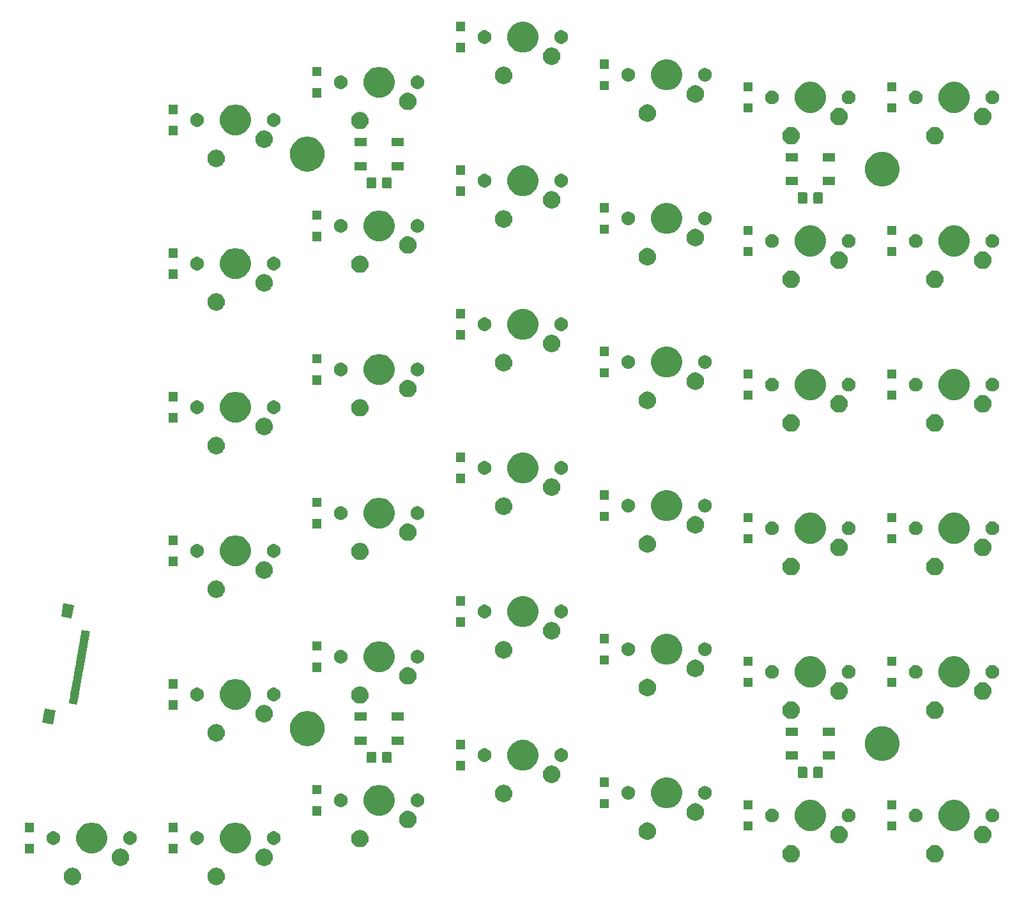
<source format=gbs>
G04 #@! TF.GenerationSoftware,KiCad,Pcbnew,5.1.5+dfsg1-2build2*
G04 #@! TF.CreationDate,2020-05-17T17:46:53-07:00*
G04 #@! TF.ProjectId,triad_right,74726961-645f-4726-9967-68742e6b6963,rev?*
G04 #@! TF.SameCoordinates,Original*
G04 #@! TF.FileFunction,Soldermask,Bot*
G04 #@! TF.FilePolarity,Negative*
%FSLAX46Y46*%
G04 Gerber Fmt 4.6, Leading zero omitted, Abs format (unit mm)*
G04 Created by KiCad (PCBNEW 5.1.5+dfsg1-2build2) date 2020-05-17 17:46:53*
%MOMM*%
%LPD*%
G04 APERTURE LIST*
%ADD10C,0.100000*%
G04 APERTURE END LIST*
D10*
G36*
X56034549Y-137076116D02*
G01*
X56145734Y-137098232D01*
X56355203Y-137184997D01*
X56543720Y-137310960D01*
X56704040Y-137471280D01*
X56830003Y-137659797D01*
X56916768Y-137869266D01*
X56961000Y-138091636D01*
X56961000Y-138318364D01*
X56916768Y-138540734D01*
X56830003Y-138750203D01*
X56704040Y-138938720D01*
X56543720Y-139099040D01*
X56355203Y-139225003D01*
X56145734Y-139311768D01*
X56034549Y-139333884D01*
X55923365Y-139356000D01*
X55696635Y-139356000D01*
X55585451Y-139333884D01*
X55474266Y-139311768D01*
X55264797Y-139225003D01*
X55076280Y-139099040D01*
X54915960Y-138938720D01*
X54789997Y-138750203D01*
X54703232Y-138540734D01*
X54659000Y-138318364D01*
X54659000Y-138091636D01*
X54703232Y-137869266D01*
X54789997Y-137659797D01*
X54915960Y-137471280D01*
X55076280Y-137310960D01*
X55264797Y-137184997D01*
X55474266Y-137098232D01*
X55585451Y-137076116D01*
X55696635Y-137054000D01*
X55923365Y-137054000D01*
X56034549Y-137076116D01*
G37*
G36*
X36984549Y-137076116D02*
G01*
X37095734Y-137098232D01*
X37305203Y-137184997D01*
X37493720Y-137310960D01*
X37654040Y-137471280D01*
X37780003Y-137659797D01*
X37866768Y-137869266D01*
X37911000Y-138091636D01*
X37911000Y-138318364D01*
X37866768Y-138540734D01*
X37780003Y-138750203D01*
X37654040Y-138938720D01*
X37493720Y-139099040D01*
X37305203Y-139225003D01*
X37095734Y-139311768D01*
X36984549Y-139333884D01*
X36873365Y-139356000D01*
X36646635Y-139356000D01*
X36535451Y-139333884D01*
X36424266Y-139311768D01*
X36214797Y-139225003D01*
X36026280Y-139099040D01*
X35865960Y-138938720D01*
X35739997Y-138750203D01*
X35653232Y-138540734D01*
X35609000Y-138318364D01*
X35609000Y-138091636D01*
X35653232Y-137869266D01*
X35739997Y-137659797D01*
X35865960Y-137471280D01*
X36026280Y-137310960D01*
X36214797Y-137184997D01*
X36424266Y-137098232D01*
X36535451Y-137076116D01*
X36646635Y-137054000D01*
X36873365Y-137054000D01*
X36984549Y-137076116D01*
G37*
G36*
X62384549Y-134536116D02*
G01*
X62495734Y-134558232D01*
X62705203Y-134644997D01*
X62893720Y-134770960D01*
X63054040Y-134931280D01*
X63161186Y-135091636D01*
X63180004Y-135119799D01*
X63203283Y-135176000D01*
X63262253Y-135318365D01*
X63266768Y-135329267D01*
X63308832Y-135540734D01*
X63311000Y-135551636D01*
X63311000Y-135778364D01*
X63266768Y-136000734D01*
X63180003Y-136210203D01*
X63054040Y-136398720D01*
X62893720Y-136559040D01*
X62705203Y-136685003D01*
X62495734Y-136771768D01*
X62384549Y-136793884D01*
X62273365Y-136816000D01*
X62046635Y-136816000D01*
X61935451Y-136793884D01*
X61824266Y-136771768D01*
X61614797Y-136685003D01*
X61426280Y-136559040D01*
X61265960Y-136398720D01*
X61139997Y-136210203D01*
X61053232Y-136000734D01*
X61009000Y-135778364D01*
X61009000Y-135551636D01*
X61011169Y-135540734D01*
X61053232Y-135329267D01*
X61057748Y-135318365D01*
X61116717Y-135176000D01*
X61139996Y-135119799D01*
X61158814Y-135091636D01*
X61265960Y-134931280D01*
X61426280Y-134770960D01*
X61614797Y-134644997D01*
X61824266Y-134558232D01*
X61935451Y-134536116D01*
X62046635Y-134514000D01*
X62273365Y-134514000D01*
X62384549Y-134536116D01*
G37*
G36*
X43334549Y-134536116D02*
G01*
X43445734Y-134558232D01*
X43655203Y-134644997D01*
X43843720Y-134770960D01*
X44004040Y-134931280D01*
X44111186Y-135091636D01*
X44130004Y-135119799D01*
X44153283Y-135176000D01*
X44212253Y-135318365D01*
X44216768Y-135329267D01*
X44258832Y-135540734D01*
X44261000Y-135551636D01*
X44261000Y-135778364D01*
X44216768Y-136000734D01*
X44130003Y-136210203D01*
X44004040Y-136398720D01*
X43843720Y-136559040D01*
X43655203Y-136685003D01*
X43445734Y-136771768D01*
X43334549Y-136793884D01*
X43223365Y-136816000D01*
X42996635Y-136816000D01*
X42885451Y-136793884D01*
X42774266Y-136771768D01*
X42564797Y-136685003D01*
X42376280Y-136559040D01*
X42215960Y-136398720D01*
X42089997Y-136210203D01*
X42003232Y-136000734D01*
X41959000Y-135778364D01*
X41959000Y-135551636D01*
X41961169Y-135540734D01*
X42003232Y-135329267D01*
X42007748Y-135318365D01*
X42066717Y-135176000D01*
X42089996Y-135119799D01*
X42108814Y-135091636D01*
X42215960Y-134931280D01*
X42376280Y-134770960D01*
X42564797Y-134644997D01*
X42774266Y-134558232D01*
X42885451Y-134536116D01*
X42996635Y-134514000D01*
X43223365Y-134514000D01*
X43334549Y-134536116D01*
G37*
G36*
X132234549Y-134076116D02*
G01*
X132345734Y-134098232D01*
X132555203Y-134184997D01*
X132743720Y-134310960D01*
X132904040Y-134471280D01*
X133030003Y-134659797D01*
X133116768Y-134869266D01*
X133131350Y-134942573D01*
X133161000Y-135091635D01*
X133161000Y-135318365D01*
X133158831Y-135329267D01*
X133116768Y-135540734D01*
X133030003Y-135750203D01*
X132904040Y-135938720D01*
X132743720Y-136099040D01*
X132555203Y-136225003D01*
X132345734Y-136311768D01*
X132234549Y-136333884D01*
X132123365Y-136356000D01*
X131896635Y-136356000D01*
X131785451Y-136333884D01*
X131674266Y-136311768D01*
X131464797Y-136225003D01*
X131276280Y-136099040D01*
X131115960Y-135938720D01*
X130989997Y-135750203D01*
X130903232Y-135540734D01*
X130861169Y-135329267D01*
X130859000Y-135318365D01*
X130859000Y-135091635D01*
X130888650Y-134942573D01*
X130903232Y-134869266D01*
X130989997Y-134659797D01*
X131115960Y-134471280D01*
X131276280Y-134310960D01*
X131464797Y-134184997D01*
X131674266Y-134098232D01*
X131785451Y-134076116D01*
X131896635Y-134054000D01*
X132123365Y-134054000D01*
X132234549Y-134076116D01*
G37*
G36*
X151284549Y-134076116D02*
G01*
X151395734Y-134098232D01*
X151605203Y-134184997D01*
X151793720Y-134310960D01*
X151954040Y-134471280D01*
X152080003Y-134659797D01*
X152166768Y-134869266D01*
X152181350Y-134942573D01*
X152211000Y-135091635D01*
X152211000Y-135318365D01*
X152208831Y-135329267D01*
X152166768Y-135540734D01*
X152080003Y-135750203D01*
X151954040Y-135938720D01*
X151793720Y-136099040D01*
X151605203Y-136225003D01*
X151395734Y-136311768D01*
X151284549Y-136333884D01*
X151173365Y-136356000D01*
X150946635Y-136356000D01*
X150835451Y-136333884D01*
X150724266Y-136311768D01*
X150514797Y-136225003D01*
X150326280Y-136099040D01*
X150165960Y-135938720D01*
X150039997Y-135750203D01*
X149953232Y-135540734D01*
X149911169Y-135329267D01*
X149909000Y-135318365D01*
X149909000Y-135091635D01*
X149938650Y-134942573D01*
X149953232Y-134869266D01*
X150039997Y-134659797D01*
X150165960Y-134471280D01*
X150326280Y-134310960D01*
X150514797Y-134184997D01*
X150724266Y-134098232D01*
X150835451Y-134076116D01*
X150946635Y-134054000D01*
X151173365Y-134054000D01*
X151284549Y-134076116D01*
G37*
G36*
X39898254Y-131152818D02*
G01*
X40271511Y-131307426D01*
X40271513Y-131307427D01*
X40607436Y-131531884D01*
X40893116Y-131817564D01*
X41099207Y-132126000D01*
X41117574Y-132153489D01*
X41272182Y-132526746D01*
X41351000Y-132922993D01*
X41351000Y-133327007D01*
X41272182Y-133723254D01*
X41117574Y-134096511D01*
X41117573Y-134096513D01*
X40893116Y-134432436D01*
X40607436Y-134718116D01*
X40271513Y-134942573D01*
X40271512Y-134942574D01*
X40271511Y-134942574D01*
X39898254Y-135097182D01*
X39502007Y-135176000D01*
X39097993Y-135176000D01*
X38701746Y-135097182D01*
X38328489Y-134942574D01*
X38328488Y-134942574D01*
X38328487Y-134942573D01*
X37992564Y-134718116D01*
X37706884Y-134432436D01*
X37482427Y-134096513D01*
X37482426Y-134096511D01*
X37327818Y-133723254D01*
X37249000Y-133327007D01*
X37249000Y-132922993D01*
X37327818Y-132526746D01*
X37482426Y-132153489D01*
X37500794Y-132126000D01*
X37706884Y-131817564D01*
X37992564Y-131531884D01*
X38328487Y-131307427D01*
X38328489Y-131307426D01*
X38701746Y-131152818D01*
X39097993Y-131074000D01*
X39502007Y-131074000D01*
X39898254Y-131152818D01*
G37*
G36*
X58948254Y-131152818D02*
G01*
X59321511Y-131307426D01*
X59321513Y-131307427D01*
X59657436Y-131531884D01*
X59943116Y-131817564D01*
X60149207Y-132126000D01*
X60167574Y-132153489D01*
X60322182Y-132526746D01*
X60401000Y-132922993D01*
X60401000Y-133327007D01*
X60322182Y-133723254D01*
X60167574Y-134096511D01*
X60167573Y-134096513D01*
X59943116Y-134432436D01*
X59657436Y-134718116D01*
X59321513Y-134942573D01*
X59321512Y-134942574D01*
X59321511Y-134942574D01*
X58948254Y-135097182D01*
X58552007Y-135176000D01*
X58147993Y-135176000D01*
X57751746Y-135097182D01*
X57378489Y-134942574D01*
X57378488Y-134942574D01*
X57378487Y-134942573D01*
X57042564Y-134718116D01*
X56756884Y-134432436D01*
X56532427Y-134096513D01*
X56532426Y-134096511D01*
X56377818Y-133723254D01*
X56299000Y-133327007D01*
X56299000Y-132922993D01*
X56377818Y-132526746D01*
X56532426Y-132153489D01*
X56550794Y-132126000D01*
X56756884Y-131817564D01*
X57042564Y-131531884D01*
X57378487Y-131307427D01*
X57378489Y-131307426D01*
X57751746Y-131152818D01*
X58147993Y-131074000D01*
X58552007Y-131074000D01*
X58948254Y-131152818D01*
G37*
G36*
X50688500Y-135126000D02*
G01*
X49486500Y-135126000D01*
X49486500Y-133924000D01*
X50688500Y-133924000D01*
X50688500Y-135126000D01*
G37*
G36*
X31638499Y-135126000D02*
G01*
X30436499Y-135126000D01*
X30436499Y-133924000D01*
X31638499Y-133924000D01*
X31638499Y-135126000D01*
G37*
G36*
X75084549Y-132076116D02*
G01*
X75195734Y-132098232D01*
X75329131Y-132153487D01*
X75383483Y-132176000D01*
X75405203Y-132184997D01*
X75593720Y-132310960D01*
X75754040Y-132471280D01*
X75880003Y-132659797D01*
X75963837Y-132862189D01*
X75966768Y-132869267D01*
X76011000Y-133091635D01*
X76011000Y-133318365D01*
X75995016Y-133398720D01*
X75966768Y-133540734D01*
X75880003Y-133750203D01*
X75754040Y-133938720D01*
X75593720Y-134099040D01*
X75405203Y-134225003D01*
X75195734Y-134311768D01*
X75084549Y-134333884D01*
X74973365Y-134356000D01*
X74746635Y-134356000D01*
X74635451Y-134333884D01*
X74524266Y-134311768D01*
X74314797Y-134225003D01*
X74126280Y-134099040D01*
X73965960Y-133938720D01*
X73839997Y-133750203D01*
X73753232Y-133540734D01*
X73724984Y-133398720D01*
X73709000Y-133318365D01*
X73709000Y-133091635D01*
X73753232Y-132869267D01*
X73756164Y-132862189D01*
X73839997Y-132659797D01*
X73965960Y-132471280D01*
X74126280Y-132310960D01*
X74314797Y-132184997D01*
X74336518Y-132176000D01*
X74390869Y-132153487D01*
X74524266Y-132098232D01*
X74635451Y-132076116D01*
X74746635Y-132054000D01*
X74973365Y-132054000D01*
X75084549Y-132076116D01*
G37*
G36*
X34333512Y-132228927D02*
G01*
X34482812Y-132258624D01*
X34646784Y-132326544D01*
X34794354Y-132425147D01*
X34919853Y-132550646D01*
X35018456Y-132698216D01*
X35086376Y-132862188D01*
X35121000Y-133036259D01*
X35121000Y-133213741D01*
X35086376Y-133387812D01*
X35018456Y-133551784D01*
X34919853Y-133699354D01*
X34794354Y-133824853D01*
X34646784Y-133923456D01*
X34482812Y-133991376D01*
X34333512Y-134021073D01*
X34308742Y-134026000D01*
X34131258Y-134026000D01*
X34106488Y-134021073D01*
X33957188Y-133991376D01*
X33793216Y-133923456D01*
X33645646Y-133824853D01*
X33520147Y-133699354D01*
X33421544Y-133551784D01*
X33353624Y-133387812D01*
X33319000Y-133213741D01*
X33319000Y-133036259D01*
X33353624Y-132862188D01*
X33421544Y-132698216D01*
X33520147Y-132550646D01*
X33645646Y-132425147D01*
X33793216Y-132326544D01*
X33957188Y-132258624D01*
X34106488Y-132228927D01*
X34131258Y-132224000D01*
X34308742Y-132224000D01*
X34333512Y-132228927D01*
G37*
G36*
X44493512Y-132228927D02*
G01*
X44642812Y-132258624D01*
X44806784Y-132326544D01*
X44954354Y-132425147D01*
X45079853Y-132550646D01*
X45178456Y-132698216D01*
X45246376Y-132862188D01*
X45281000Y-133036259D01*
X45281000Y-133213741D01*
X45246376Y-133387812D01*
X45178456Y-133551784D01*
X45079853Y-133699354D01*
X44954354Y-133824853D01*
X44806784Y-133923456D01*
X44642812Y-133991376D01*
X44493512Y-134021073D01*
X44468742Y-134026000D01*
X44291258Y-134026000D01*
X44266488Y-134021073D01*
X44117188Y-133991376D01*
X43953216Y-133923456D01*
X43805646Y-133824853D01*
X43680147Y-133699354D01*
X43581544Y-133551784D01*
X43513624Y-133387812D01*
X43479000Y-133213741D01*
X43479000Y-133036259D01*
X43513624Y-132862188D01*
X43581544Y-132698216D01*
X43680147Y-132550646D01*
X43805646Y-132425147D01*
X43953216Y-132326544D01*
X44117188Y-132258624D01*
X44266488Y-132228927D01*
X44291258Y-132224000D01*
X44468742Y-132224000D01*
X44493512Y-132228927D01*
G37*
G36*
X63543512Y-132228927D02*
G01*
X63692812Y-132258624D01*
X63856784Y-132326544D01*
X64004354Y-132425147D01*
X64129853Y-132550646D01*
X64228456Y-132698216D01*
X64296376Y-132862188D01*
X64331000Y-133036259D01*
X64331000Y-133213741D01*
X64296376Y-133387812D01*
X64228456Y-133551784D01*
X64129853Y-133699354D01*
X64004354Y-133824853D01*
X63856784Y-133923456D01*
X63692812Y-133991376D01*
X63543512Y-134021073D01*
X63518742Y-134026000D01*
X63341258Y-134026000D01*
X63316488Y-134021073D01*
X63167188Y-133991376D01*
X63003216Y-133923456D01*
X62855646Y-133824853D01*
X62730147Y-133699354D01*
X62631544Y-133551784D01*
X62563624Y-133387812D01*
X62529000Y-133213741D01*
X62529000Y-133036259D01*
X62563624Y-132862188D01*
X62631544Y-132698216D01*
X62730147Y-132550646D01*
X62855646Y-132425147D01*
X63003216Y-132326544D01*
X63167188Y-132258624D01*
X63316488Y-132228927D01*
X63341258Y-132224000D01*
X63518742Y-132224000D01*
X63543512Y-132228927D01*
G37*
G36*
X53383512Y-132228927D02*
G01*
X53532812Y-132258624D01*
X53696784Y-132326544D01*
X53844354Y-132425147D01*
X53969853Y-132550646D01*
X54068456Y-132698216D01*
X54136376Y-132862188D01*
X54171000Y-133036259D01*
X54171000Y-133213741D01*
X54136376Y-133387812D01*
X54068456Y-133551784D01*
X53969853Y-133699354D01*
X53844354Y-133824853D01*
X53696784Y-133923456D01*
X53532812Y-133991376D01*
X53383512Y-134021073D01*
X53358742Y-134026000D01*
X53181258Y-134026000D01*
X53156488Y-134021073D01*
X53007188Y-133991376D01*
X52843216Y-133923456D01*
X52695646Y-133824853D01*
X52570147Y-133699354D01*
X52471544Y-133551784D01*
X52403624Y-133387812D01*
X52369000Y-133213741D01*
X52369000Y-133036259D01*
X52403624Y-132862188D01*
X52471544Y-132698216D01*
X52570147Y-132550646D01*
X52695646Y-132425147D01*
X52843216Y-132326544D01*
X53007188Y-132258624D01*
X53156488Y-132228927D01*
X53181258Y-132224000D01*
X53358742Y-132224000D01*
X53383512Y-132228927D01*
G37*
G36*
X138563273Y-131531884D02*
G01*
X138695734Y-131558232D01*
X138905203Y-131644997D01*
X139093720Y-131770960D01*
X139254040Y-131931280D01*
X139380003Y-132119797D01*
X139380004Y-132119799D01*
X139393958Y-132153487D01*
X139465641Y-132326544D01*
X139466768Y-132329267D01*
X139508832Y-132540734D01*
X139511000Y-132551636D01*
X139511000Y-132778364D01*
X139466768Y-133000734D01*
X139380003Y-133210203D01*
X139254040Y-133398720D01*
X139093720Y-133559040D01*
X138905203Y-133685003D01*
X138695734Y-133771768D01*
X138584549Y-133793884D01*
X138473365Y-133816000D01*
X138246635Y-133816000D01*
X138135451Y-133793884D01*
X138024266Y-133771768D01*
X137814797Y-133685003D01*
X137626280Y-133559040D01*
X137465960Y-133398720D01*
X137339997Y-133210203D01*
X137253232Y-133000734D01*
X137209000Y-132778364D01*
X137209000Y-132551636D01*
X137211169Y-132540734D01*
X137253232Y-132329267D01*
X137254360Y-132326544D01*
X137326042Y-132153487D01*
X137339996Y-132119799D01*
X137339997Y-132119797D01*
X137465960Y-131931280D01*
X137626280Y-131770960D01*
X137814797Y-131644997D01*
X138024266Y-131558232D01*
X138156727Y-131531884D01*
X138246635Y-131514000D01*
X138473365Y-131514000D01*
X138563273Y-131531884D01*
G37*
G36*
X157613273Y-131531884D02*
G01*
X157745734Y-131558232D01*
X157955203Y-131644997D01*
X158143720Y-131770960D01*
X158304040Y-131931280D01*
X158430003Y-132119797D01*
X158430004Y-132119799D01*
X158443958Y-132153487D01*
X158515641Y-132326544D01*
X158516768Y-132329267D01*
X158558832Y-132540734D01*
X158561000Y-132551636D01*
X158561000Y-132778364D01*
X158516768Y-133000734D01*
X158430003Y-133210203D01*
X158304040Y-133398720D01*
X158143720Y-133559040D01*
X157955203Y-133685003D01*
X157745734Y-133771768D01*
X157634549Y-133793884D01*
X157523365Y-133816000D01*
X157296635Y-133816000D01*
X157185451Y-133793884D01*
X157074266Y-133771768D01*
X156864797Y-133685003D01*
X156676280Y-133559040D01*
X156515960Y-133398720D01*
X156389997Y-133210203D01*
X156303232Y-133000734D01*
X156259000Y-132778364D01*
X156259000Y-132551636D01*
X156261169Y-132540734D01*
X156303232Y-132329267D01*
X156304360Y-132326544D01*
X156376042Y-132153487D01*
X156389996Y-132119799D01*
X156389997Y-132119797D01*
X156515960Y-131931280D01*
X156676280Y-131770960D01*
X156864797Y-131644997D01*
X157074266Y-131558232D01*
X157206727Y-131531884D01*
X157296635Y-131514000D01*
X157523365Y-131514000D01*
X157613273Y-131531884D01*
G37*
G36*
X113173911Y-131074000D02*
G01*
X113295734Y-131098232D01*
X113505203Y-131184997D01*
X113693720Y-131310960D01*
X113854040Y-131471280D01*
X113980003Y-131659797D01*
X114066768Y-131869266D01*
X114081350Y-131942573D01*
X114111000Y-132091635D01*
X114111000Y-132318365D01*
X114108831Y-132329267D01*
X114066768Y-132540734D01*
X113980003Y-132750203D01*
X113854040Y-132938720D01*
X113693720Y-133099040D01*
X113505203Y-133225003D01*
X113295734Y-133311768D01*
X113219127Y-133327006D01*
X113073365Y-133356000D01*
X112846635Y-133356000D01*
X112700873Y-133327006D01*
X112624266Y-133311768D01*
X112414797Y-133225003D01*
X112226280Y-133099040D01*
X112065960Y-132938720D01*
X111939997Y-132750203D01*
X111853232Y-132540734D01*
X111811169Y-132329267D01*
X111809000Y-132318365D01*
X111809000Y-132091635D01*
X111838650Y-131942573D01*
X111853232Y-131869266D01*
X111939997Y-131659797D01*
X112065960Y-131471280D01*
X112226280Y-131310960D01*
X112414797Y-131184997D01*
X112624266Y-131098232D01*
X112746089Y-131074000D01*
X112846635Y-131054000D01*
X113073365Y-131054000D01*
X113173911Y-131074000D01*
G37*
G36*
X50688500Y-132326000D02*
G01*
X49486500Y-132326000D01*
X49486500Y-131124000D01*
X50688500Y-131124000D01*
X50688500Y-132326000D01*
G37*
G36*
X31638499Y-132326000D02*
G01*
X30436499Y-132326000D01*
X30436499Y-131124000D01*
X31638499Y-131124000D01*
X31638499Y-132326000D01*
G37*
G36*
X135148254Y-128152818D02*
G01*
X135521511Y-128307426D01*
X135521513Y-128307427D01*
X135857436Y-128531884D01*
X136143116Y-128817564D01*
X136349207Y-129126000D01*
X136367574Y-129153489D01*
X136522182Y-129526746D01*
X136601000Y-129922993D01*
X136601000Y-130327007D01*
X136522182Y-130723254D01*
X136376898Y-131074000D01*
X136367573Y-131096513D01*
X136143116Y-131432436D01*
X135857436Y-131718116D01*
X135521513Y-131942573D01*
X135521512Y-131942574D01*
X135521511Y-131942574D01*
X135148254Y-132097182D01*
X134752007Y-132176000D01*
X134347993Y-132176000D01*
X133951746Y-132097182D01*
X133578489Y-131942574D01*
X133578488Y-131942574D01*
X133578487Y-131942573D01*
X133242564Y-131718116D01*
X132956884Y-131432436D01*
X132732427Y-131096513D01*
X132723102Y-131074000D01*
X132577818Y-130723254D01*
X132499000Y-130327007D01*
X132499000Y-129922993D01*
X132577818Y-129526746D01*
X132732426Y-129153489D01*
X132750794Y-129126000D01*
X132956884Y-128817564D01*
X133242564Y-128531884D01*
X133578487Y-128307427D01*
X133578489Y-128307426D01*
X133951746Y-128152818D01*
X134347993Y-128074000D01*
X134752007Y-128074000D01*
X135148254Y-128152818D01*
G37*
G36*
X154198254Y-128152818D02*
G01*
X154571511Y-128307426D01*
X154571513Y-128307427D01*
X154907436Y-128531884D01*
X155193116Y-128817564D01*
X155399207Y-129126000D01*
X155417574Y-129153489D01*
X155572182Y-129526746D01*
X155651000Y-129922993D01*
X155651000Y-130327007D01*
X155572182Y-130723254D01*
X155426898Y-131074000D01*
X155417573Y-131096513D01*
X155193116Y-131432436D01*
X154907436Y-131718116D01*
X154571513Y-131942573D01*
X154571512Y-131942574D01*
X154571511Y-131942574D01*
X154198254Y-132097182D01*
X153802007Y-132176000D01*
X153397993Y-132176000D01*
X153001746Y-132097182D01*
X152628489Y-131942574D01*
X152628488Y-131942574D01*
X152628487Y-131942573D01*
X152292564Y-131718116D01*
X152006884Y-131432436D01*
X151782427Y-131096513D01*
X151773102Y-131074000D01*
X151627818Y-130723254D01*
X151549000Y-130327007D01*
X151549000Y-129922993D01*
X151627818Y-129526746D01*
X151782426Y-129153489D01*
X151800794Y-129126000D01*
X152006884Y-128817564D01*
X152292564Y-128531884D01*
X152628487Y-128307427D01*
X152628489Y-128307426D01*
X153001746Y-128152818D01*
X153397993Y-128074000D01*
X153802007Y-128074000D01*
X154198254Y-128152818D01*
G37*
G36*
X126888500Y-132126000D02*
G01*
X125686500Y-132126000D01*
X125686500Y-130924000D01*
X126888500Y-130924000D01*
X126888500Y-132126000D01*
G37*
G36*
X145938500Y-132126000D02*
G01*
X144736500Y-132126000D01*
X144736500Y-130924000D01*
X145938500Y-130924000D01*
X145938500Y-132126000D01*
G37*
G36*
X81387438Y-129526745D02*
G01*
X81545734Y-129558232D01*
X81755203Y-129644997D01*
X81943720Y-129770960D01*
X82104040Y-129931280D01*
X82214891Y-130097181D01*
X82230004Y-130119799D01*
X82253283Y-130176000D01*
X82316768Y-130329266D01*
X82361000Y-130551636D01*
X82361000Y-130778364D01*
X82316768Y-131000734D01*
X82230003Y-131210203D01*
X82104040Y-131398720D01*
X81943720Y-131559040D01*
X81755203Y-131685003D01*
X81545734Y-131771768D01*
X81434549Y-131793884D01*
X81323365Y-131816000D01*
X81096635Y-131816000D01*
X80985451Y-131793884D01*
X80874266Y-131771768D01*
X80664797Y-131685003D01*
X80476280Y-131559040D01*
X80315960Y-131398720D01*
X80189997Y-131210203D01*
X80103232Y-131000734D01*
X80059000Y-130778364D01*
X80059000Y-130551636D01*
X80103232Y-130329266D01*
X80166717Y-130176000D01*
X80189996Y-130119799D01*
X80205109Y-130097181D01*
X80315960Y-129931280D01*
X80476280Y-129770960D01*
X80664797Y-129644997D01*
X80874266Y-129558232D01*
X81032562Y-129526745D01*
X81096635Y-129514000D01*
X81323365Y-129514000D01*
X81387438Y-129526745D01*
G37*
G36*
X158793512Y-129228927D02*
G01*
X158942812Y-129258624D01*
X159106784Y-129326544D01*
X159254354Y-129425147D01*
X159379853Y-129550646D01*
X159478456Y-129698216D01*
X159546376Y-129862188D01*
X159581000Y-130036259D01*
X159581000Y-130213741D01*
X159546376Y-130387812D01*
X159478456Y-130551784D01*
X159379853Y-130699354D01*
X159254354Y-130824853D01*
X159106784Y-130923456D01*
X158942812Y-130991376D01*
X158793512Y-131021073D01*
X158768742Y-131026000D01*
X158591258Y-131026000D01*
X158566488Y-131021073D01*
X158417188Y-130991376D01*
X158253216Y-130923456D01*
X158105646Y-130824853D01*
X157980147Y-130699354D01*
X157881544Y-130551784D01*
X157813624Y-130387812D01*
X157779000Y-130213741D01*
X157779000Y-130036259D01*
X157813624Y-129862188D01*
X157881544Y-129698216D01*
X157980147Y-129550646D01*
X158105646Y-129425147D01*
X158253216Y-129326544D01*
X158417188Y-129258624D01*
X158566488Y-129228927D01*
X158591258Y-129224000D01*
X158768742Y-129224000D01*
X158793512Y-129228927D01*
G37*
G36*
X148633512Y-129228927D02*
G01*
X148782812Y-129258624D01*
X148946784Y-129326544D01*
X149094354Y-129425147D01*
X149219853Y-129550646D01*
X149318456Y-129698216D01*
X149386376Y-129862188D01*
X149421000Y-130036259D01*
X149421000Y-130213741D01*
X149386376Y-130387812D01*
X149318456Y-130551784D01*
X149219853Y-130699354D01*
X149094354Y-130824853D01*
X148946784Y-130923456D01*
X148782812Y-130991376D01*
X148633512Y-131021073D01*
X148608742Y-131026000D01*
X148431258Y-131026000D01*
X148406488Y-131021073D01*
X148257188Y-130991376D01*
X148093216Y-130923456D01*
X147945646Y-130824853D01*
X147820147Y-130699354D01*
X147721544Y-130551784D01*
X147653624Y-130387812D01*
X147619000Y-130213741D01*
X147619000Y-130036259D01*
X147653624Y-129862188D01*
X147721544Y-129698216D01*
X147820147Y-129550646D01*
X147945646Y-129425147D01*
X148093216Y-129326544D01*
X148257188Y-129258624D01*
X148406488Y-129228927D01*
X148431258Y-129224000D01*
X148608742Y-129224000D01*
X148633512Y-129228927D01*
G37*
G36*
X129583512Y-129228927D02*
G01*
X129732812Y-129258624D01*
X129896784Y-129326544D01*
X130044354Y-129425147D01*
X130169853Y-129550646D01*
X130268456Y-129698216D01*
X130336376Y-129862188D01*
X130371000Y-130036259D01*
X130371000Y-130213741D01*
X130336376Y-130387812D01*
X130268456Y-130551784D01*
X130169853Y-130699354D01*
X130044354Y-130824853D01*
X129896784Y-130923456D01*
X129732812Y-130991376D01*
X129583512Y-131021073D01*
X129558742Y-131026000D01*
X129381258Y-131026000D01*
X129356488Y-131021073D01*
X129207188Y-130991376D01*
X129043216Y-130923456D01*
X128895646Y-130824853D01*
X128770147Y-130699354D01*
X128671544Y-130551784D01*
X128603624Y-130387812D01*
X128569000Y-130213741D01*
X128569000Y-130036259D01*
X128603624Y-129862188D01*
X128671544Y-129698216D01*
X128770147Y-129550646D01*
X128895646Y-129425147D01*
X129043216Y-129326544D01*
X129207188Y-129258624D01*
X129356488Y-129228927D01*
X129381258Y-129224000D01*
X129558742Y-129224000D01*
X129583512Y-129228927D01*
G37*
G36*
X139743512Y-129228927D02*
G01*
X139892812Y-129258624D01*
X140056784Y-129326544D01*
X140204354Y-129425147D01*
X140329853Y-129550646D01*
X140428456Y-129698216D01*
X140496376Y-129862188D01*
X140531000Y-130036259D01*
X140531000Y-130213741D01*
X140496376Y-130387812D01*
X140428456Y-130551784D01*
X140329853Y-130699354D01*
X140204354Y-130824853D01*
X140056784Y-130923456D01*
X139892812Y-130991376D01*
X139743512Y-131021073D01*
X139718742Y-131026000D01*
X139541258Y-131026000D01*
X139516488Y-131021073D01*
X139367188Y-130991376D01*
X139203216Y-130923456D01*
X139055646Y-130824853D01*
X138930147Y-130699354D01*
X138831544Y-130551784D01*
X138763624Y-130387812D01*
X138729000Y-130213741D01*
X138729000Y-130036259D01*
X138763624Y-129862188D01*
X138831544Y-129698216D01*
X138930147Y-129550646D01*
X139055646Y-129425147D01*
X139203216Y-129326544D01*
X139367188Y-129258624D01*
X139516488Y-129228927D01*
X139541258Y-129224000D01*
X139718742Y-129224000D01*
X139743512Y-129228927D01*
G37*
G36*
X119513273Y-128531884D02*
G01*
X119645734Y-128558232D01*
X119855203Y-128644997D01*
X120043720Y-128770960D01*
X120204040Y-128931280D01*
X120314445Y-129096513D01*
X120330004Y-129119799D01*
X120343958Y-129153487D01*
X120416768Y-129329266D01*
X120461000Y-129551636D01*
X120461000Y-129778364D01*
X120416768Y-130000734D01*
X120330003Y-130210203D01*
X120204040Y-130398720D01*
X120043720Y-130559040D01*
X119855203Y-130685003D01*
X119645734Y-130771768D01*
X119534549Y-130793884D01*
X119423365Y-130816000D01*
X119196635Y-130816000D01*
X119085451Y-130793884D01*
X118974266Y-130771768D01*
X118764797Y-130685003D01*
X118576280Y-130559040D01*
X118415960Y-130398720D01*
X118289997Y-130210203D01*
X118203232Y-130000734D01*
X118159000Y-129778364D01*
X118159000Y-129551636D01*
X118203232Y-129329266D01*
X118276042Y-129153487D01*
X118289996Y-129119799D01*
X118305555Y-129096513D01*
X118415960Y-128931280D01*
X118576280Y-128770960D01*
X118764797Y-128644997D01*
X118974266Y-128558232D01*
X119106727Y-128531884D01*
X119196635Y-128514000D01*
X119423365Y-128514000D01*
X119513273Y-128531884D01*
G37*
G36*
X77998254Y-126152818D02*
G01*
X78371511Y-126307426D01*
X78371513Y-126307427D01*
X78707436Y-126531884D01*
X78993116Y-126817564D01*
X79176245Y-127091635D01*
X79217574Y-127153489D01*
X79372182Y-127526746D01*
X79451000Y-127922993D01*
X79451000Y-128327007D01*
X79372182Y-128723254D01*
X79217574Y-129096511D01*
X79217573Y-129096513D01*
X78993116Y-129432436D01*
X78707436Y-129718116D01*
X78371513Y-129942573D01*
X78371512Y-129942574D01*
X78371511Y-129942574D01*
X77998254Y-130097182D01*
X77602007Y-130176000D01*
X77197993Y-130176000D01*
X76801746Y-130097182D01*
X76428489Y-129942574D01*
X76428488Y-129942574D01*
X76428487Y-129942573D01*
X76092564Y-129718116D01*
X75806884Y-129432436D01*
X75582427Y-129096513D01*
X75582426Y-129096511D01*
X75427818Y-128723254D01*
X75349000Y-128327007D01*
X75349000Y-127922993D01*
X75427818Y-127526746D01*
X75582426Y-127153489D01*
X75623756Y-127091635D01*
X75806884Y-126817564D01*
X76092564Y-126531884D01*
X76428487Y-126307427D01*
X76428489Y-126307426D01*
X76801746Y-126152818D01*
X77197993Y-126074000D01*
X77602007Y-126074000D01*
X77998254Y-126152818D01*
G37*
G36*
X69738500Y-130126000D02*
G01*
X68536500Y-130126000D01*
X68536500Y-128924000D01*
X69738500Y-128924000D01*
X69738500Y-130126000D01*
G37*
G36*
X126888500Y-129326000D02*
G01*
X125686500Y-129326000D01*
X125686500Y-128124000D01*
X126888500Y-128124000D01*
X126888500Y-129326000D01*
G37*
G36*
X145938500Y-129326000D02*
G01*
X144736500Y-129326000D01*
X144736500Y-128124000D01*
X145938500Y-128124000D01*
X145938500Y-129326000D01*
G37*
G36*
X116098254Y-125152818D02*
G01*
X116471511Y-125307426D01*
X116471513Y-125307427D01*
X116807436Y-125531884D01*
X117093116Y-125817564D01*
X117317127Y-126152819D01*
X117317574Y-126153489D01*
X117472182Y-126526746D01*
X117551000Y-126922993D01*
X117551000Y-127327007D01*
X117472182Y-127723254D01*
X117342531Y-128036259D01*
X117317573Y-128096513D01*
X117093116Y-128432436D01*
X116807436Y-128718116D01*
X116471513Y-128942573D01*
X116471512Y-128942574D01*
X116471511Y-128942574D01*
X116098254Y-129097182D01*
X115702007Y-129176000D01*
X115297993Y-129176000D01*
X114901746Y-129097182D01*
X114528489Y-128942574D01*
X114528488Y-128942574D01*
X114528487Y-128942573D01*
X114192564Y-128718116D01*
X113906884Y-128432436D01*
X113682427Y-128096513D01*
X113657469Y-128036259D01*
X113527818Y-127723254D01*
X113449000Y-127327007D01*
X113449000Y-126922993D01*
X113527818Y-126526746D01*
X113682426Y-126153489D01*
X113682874Y-126152819D01*
X113906884Y-125817564D01*
X114192564Y-125531884D01*
X114528487Y-125307427D01*
X114528489Y-125307426D01*
X114901746Y-125152818D01*
X115297993Y-125074000D01*
X115702007Y-125074000D01*
X116098254Y-125152818D01*
G37*
G36*
X107838500Y-129126000D02*
G01*
X106636500Y-129126000D01*
X106636500Y-127924000D01*
X107838500Y-127924000D01*
X107838500Y-129126000D01*
G37*
G36*
X82593512Y-127228927D02*
G01*
X82742812Y-127258624D01*
X82906784Y-127326544D01*
X83054354Y-127425147D01*
X83179853Y-127550646D01*
X83278456Y-127698216D01*
X83346376Y-127862188D01*
X83372072Y-127991375D01*
X83378960Y-128026000D01*
X83381000Y-128036259D01*
X83381000Y-128213741D01*
X83346376Y-128387812D01*
X83278456Y-128551784D01*
X83179853Y-128699354D01*
X83054354Y-128824853D01*
X82906784Y-128923456D01*
X82742812Y-128991376D01*
X82593512Y-129021073D01*
X82568742Y-129026000D01*
X82391258Y-129026000D01*
X82366488Y-129021073D01*
X82217188Y-128991376D01*
X82053216Y-128923456D01*
X81905646Y-128824853D01*
X81780147Y-128699354D01*
X81681544Y-128551784D01*
X81613624Y-128387812D01*
X81579000Y-128213741D01*
X81579000Y-128036259D01*
X81581041Y-128026000D01*
X81587928Y-127991375D01*
X81613624Y-127862188D01*
X81681544Y-127698216D01*
X81780147Y-127550646D01*
X81905646Y-127425147D01*
X82053216Y-127326544D01*
X82217188Y-127258624D01*
X82366488Y-127228927D01*
X82391258Y-127224000D01*
X82568742Y-127224000D01*
X82593512Y-127228927D01*
G37*
G36*
X72433512Y-127228927D02*
G01*
X72582812Y-127258624D01*
X72746784Y-127326544D01*
X72894354Y-127425147D01*
X73019853Y-127550646D01*
X73118456Y-127698216D01*
X73186376Y-127862188D01*
X73212072Y-127991375D01*
X73218960Y-128026000D01*
X73221000Y-128036259D01*
X73221000Y-128213741D01*
X73186376Y-128387812D01*
X73118456Y-128551784D01*
X73019853Y-128699354D01*
X72894354Y-128824853D01*
X72746784Y-128923456D01*
X72582812Y-128991376D01*
X72433512Y-129021073D01*
X72408742Y-129026000D01*
X72231258Y-129026000D01*
X72206488Y-129021073D01*
X72057188Y-128991376D01*
X71893216Y-128923456D01*
X71745646Y-128824853D01*
X71620147Y-128699354D01*
X71521544Y-128551784D01*
X71453624Y-128387812D01*
X71419000Y-128213741D01*
X71419000Y-128036259D01*
X71421041Y-128026000D01*
X71427928Y-127991375D01*
X71453624Y-127862188D01*
X71521544Y-127698216D01*
X71620147Y-127550646D01*
X71745646Y-127425147D01*
X71893216Y-127326544D01*
X72057188Y-127258624D01*
X72206488Y-127228927D01*
X72231258Y-127224000D01*
X72408742Y-127224000D01*
X72433512Y-127228927D01*
G37*
G36*
X94123911Y-126074000D02*
G01*
X94245734Y-126098232D01*
X94455203Y-126184997D01*
X94643720Y-126310960D01*
X94804040Y-126471280D01*
X94930003Y-126659797D01*
X95016768Y-126869266D01*
X95061000Y-127091636D01*
X95061000Y-127318364D01*
X95016768Y-127540734D01*
X94930003Y-127750203D01*
X94804040Y-127938720D01*
X94643720Y-128099040D01*
X94455203Y-128225003D01*
X94245734Y-128311768D01*
X94169127Y-128327006D01*
X94023365Y-128356000D01*
X93796635Y-128356000D01*
X93650873Y-128327006D01*
X93574266Y-128311768D01*
X93364797Y-128225003D01*
X93176280Y-128099040D01*
X93015960Y-127938720D01*
X92889997Y-127750203D01*
X92803232Y-127540734D01*
X92759000Y-127318364D01*
X92759000Y-127091636D01*
X92803232Y-126869266D01*
X92889997Y-126659797D01*
X93015960Y-126471280D01*
X93176280Y-126310960D01*
X93364797Y-126184997D01*
X93574266Y-126098232D01*
X93696089Y-126074000D01*
X93796635Y-126054000D01*
X94023365Y-126054000D01*
X94123911Y-126074000D01*
G37*
G36*
X120693512Y-126228927D02*
G01*
X120842812Y-126258624D01*
X121006784Y-126326544D01*
X121154354Y-126425147D01*
X121279853Y-126550646D01*
X121378456Y-126698216D01*
X121446376Y-126862188D01*
X121476073Y-127011488D01*
X121481000Y-127036258D01*
X121481000Y-127213742D01*
X121476073Y-127238512D01*
X121446376Y-127387812D01*
X121378456Y-127551784D01*
X121279853Y-127699354D01*
X121154354Y-127824853D01*
X121006784Y-127923456D01*
X120842812Y-127991376D01*
X120693512Y-128021073D01*
X120668742Y-128026000D01*
X120491258Y-128026000D01*
X120466488Y-128021073D01*
X120317188Y-127991376D01*
X120153216Y-127923456D01*
X120005646Y-127824853D01*
X119880147Y-127699354D01*
X119781544Y-127551784D01*
X119713624Y-127387812D01*
X119683927Y-127238512D01*
X119679000Y-127213742D01*
X119679000Y-127036258D01*
X119683927Y-127011488D01*
X119713624Y-126862188D01*
X119781544Y-126698216D01*
X119880147Y-126550646D01*
X120005646Y-126425147D01*
X120153216Y-126326544D01*
X120317188Y-126258624D01*
X120466488Y-126228927D01*
X120491258Y-126224000D01*
X120668742Y-126224000D01*
X120693512Y-126228927D01*
G37*
G36*
X110533512Y-126228927D02*
G01*
X110682812Y-126258624D01*
X110846784Y-126326544D01*
X110994354Y-126425147D01*
X111119853Y-126550646D01*
X111218456Y-126698216D01*
X111286376Y-126862188D01*
X111316073Y-127011488D01*
X111321000Y-127036258D01*
X111321000Y-127213742D01*
X111316073Y-127238512D01*
X111286376Y-127387812D01*
X111218456Y-127551784D01*
X111119853Y-127699354D01*
X110994354Y-127824853D01*
X110846784Y-127923456D01*
X110682812Y-127991376D01*
X110533512Y-128021073D01*
X110508742Y-128026000D01*
X110331258Y-128026000D01*
X110306488Y-128021073D01*
X110157188Y-127991376D01*
X109993216Y-127923456D01*
X109845646Y-127824853D01*
X109720147Y-127699354D01*
X109621544Y-127551784D01*
X109553624Y-127387812D01*
X109523927Y-127238512D01*
X109519000Y-127213742D01*
X109519000Y-127036258D01*
X109523927Y-127011488D01*
X109553624Y-126862188D01*
X109621544Y-126698216D01*
X109720147Y-126550646D01*
X109845646Y-126425147D01*
X109993216Y-126326544D01*
X110157188Y-126258624D01*
X110306488Y-126228927D01*
X110331258Y-126224000D01*
X110508742Y-126224000D01*
X110533512Y-126228927D01*
G37*
G36*
X69738500Y-127326000D02*
G01*
X68536500Y-127326000D01*
X68536500Y-126124000D01*
X69738500Y-126124000D01*
X69738500Y-127326000D01*
G37*
G36*
X107838500Y-126326000D02*
G01*
X106636500Y-126326000D01*
X106636500Y-125124000D01*
X107838500Y-125124000D01*
X107838500Y-126326000D01*
G37*
G36*
X100484549Y-123536116D02*
G01*
X100595734Y-123558232D01*
X100805203Y-123644997D01*
X100993720Y-123770960D01*
X101154040Y-123931280D01*
X101161586Y-123942574D01*
X101280004Y-124119799D01*
X101303283Y-124176000D01*
X101366768Y-124329266D01*
X101411000Y-124551636D01*
X101411000Y-124778364D01*
X101366768Y-125000734D01*
X101280003Y-125210203D01*
X101154040Y-125398720D01*
X100993720Y-125559040D01*
X100805203Y-125685003D01*
X100595734Y-125771768D01*
X100484549Y-125793884D01*
X100373365Y-125816000D01*
X100146635Y-125816000D01*
X100035451Y-125793884D01*
X99924266Y-125771768D01*
X99714797Y-125685003D01*
X99526280Y-125559040D01*
X99365960Y-125398720D01*
X99239997Y-125210203D01*
X99153232Y-125000734D01*
X99109000Y-124778364D01*
X99109000Y-124551636D01*
X99153232Y-124329266D01*
X99216717Y-124176000D01*
X99239996Y-124119799D01*
X99358414Y-123942574D01*
X99365960Y-123931280D01*
X99526280Y-123770960D01*
X99714797Y-123644997D01*
X99924266Y-123558232D01*
X100035451Y-123536116D01*
X100146635Y-123514000D01*
X100373365Y-123514000D01*
X100484549Y-123536116D01*
G37*
G36*
X136038674Y-123663465D02*
G01*
X136076367Y-123674899D01*
X136111103Y-123693466D01*
X136141548Y-123718452D01*
X136166534Y-123748897D01*
X136185101Y-123783633D01*
X136196535Y-123821326D01*
X136201000Y-123866661D01*
X136201000Y-124953339D01*
X136196535Y-124998674D01*
X136185101Y-125036367D01*
X136166534Y-125071103D01*
X136141548Y-125101548D01*
X136111103Y-125126534D01*
X136076367Y-125145101D01*
X136038674Y-125156535D01*
X135993339Y-125161000D01*
X135156661Y-125161000D01*
X135111326Y-125156535D01*
X135073633Y-125145101D01*
X135038897Y-125126534D01*
X135008452Y-125101548D01*
X134983466Y-125071103D01*
X134964899Y-125036367D01*
X134953465Y-124998674D01*
X134949000Y-124953339D01*
X134949000Y-123866661D01*
X134953465Y-123821326D01*
X134964899Y-123783633D01*
X134983466Y-123748897D01*
X135008452Y-123718452D01*
X135038897Y-123693466D01*
X135073633Y-123674899D01*
X135111326Y-123663465D01*
X135156661Y-123659000D01*
X135993339Y-123659000D01*
X136038674Y-123663465D01*
G37*
G36*
X133988674Y-123663465D02*
G01*
X134026367Y-123674899D01*
X134061103Y-123693466D01*
X134091548Y-123718452D01*
X134116534Y-123748897D01*
X134135101Y-123783633D01*
X134146535Y-123821326D01*
X134151000Y-123866661D01*
X134151000Y-124953339D01*
X134146535Y-124998674D01*
X134135101Y-125036367D01*
X134116534Y-125071103D01*
X134091548Y-125101548D01*
X134061103Y-125126534D01*
X134026367Y-125145101D01*
X133988674Y-125156535D01*
X133943339Y-125161000D01*
X133106661Y-125161000D01*
X133061326Y-125156535D01*
X133023633Y-125145101D01*
X132988897Y-125126534D01*
X132958452Y-125101548D01*
X132933466Y-125071103D01*
X132914899Y-125036367D01*
X132903465Y-124998674D01*
X132899000Y-124953339D01*
X132899000Y-123866661D01*
X132903465Y-123821326D01*
X132914899Y-123783633D01*
X132933466Y-123748897D01*
X132958452Y-123718452D01*
X132988897Y-123693466D01*
X133023633Y-123674899D01*
X133061326Y-123663465D01*
X133106661Y-123659000D01*
X133943339Y-123659000D01*
X133988674Y-123663465D01*
G37*
G36*
X97048254Y-120152818D02*
G01*
X97418068Y-120306000D01*
X97421513Y-120307427D01*
X97541057Y-120387304D01*
X97757436Y-120531884D01*
X98043116Y-120817564D01*
X98267574Y-121153489D01*
X98422182Y-121526746D01*
X98501000Y-121922993D01*
X98501000Y-122327007D01*
X98422182Y-122723254D01*
X98292486Y-123036367D01*
X98267573Y-123096513D01*
X98043116Y-123432436D01*
X97757436Y-123718116D01*
X97421513Y-123942573D01*
X97421512Y-123942574D01*
X97421511Y-123942574D01*
X97048254Y-124097182D01*
X96652007Y-124176000D01*
X96247993Y-124176000D01*
X95851746Y-124097182D01*
X95478489Y-123942574D01*
X95478488Y-123942574D01*
X95478487Y-123942573D01*
X95142564Y-123718116D01*
X94856884Y-123432436D01*
X94632427Y-123096513D01*
X94607514Y-123036367D01*
X94477818Y-122723254D01*
X94399000Y-122327007D01*
X94399000Y-121922993D01*
X94477818Y-121526746D01*
X94632426Y-121153489D01*
X94856884Y-120817564D01*
X95142564Y-120531884D01*
X95358943Y-120387304D01*
X95478487Y-120307427D01*
X95481932Y-120306000D01*
X95851746Y-120152818D01*
X96247993Y-120074000D01*
X96652007Y-120074000D01*
X97048254Y-120152818D01*
G37*
G36*
X88788500Y-124126000D02*
G01*
X87586500Y-124126000D01*
X87586500Y-122924000D01*
X88788500Y-122924000D01*
X88788500Y-124126000D01*
G37*
G36*
X76838674Y-121663465D02*
G01*
X76876367Y-121674899D01*
X76911103Y-121693466D01*
X76941548Y-121718452D01*
X76966534Y-121748897D01*
X76985101Y-121783633D01*
X76996535Y-121821326D01*
X77001000Y-121866661D01*
X77001000Y-122953339D01*
X76996535Y-122998674D01*
X76985101Y-123036367D01*
X76966534Y-123071103D01*
X76941548Y-123101548D01*
X76911103Y-123126534D01*
X76876367Y-123145101D01*
X76838674Y-123156535D01*
X76793339Y-123161000D01*
X75956661Y-123161000D01*
X75911326Y-123156535D01*
X75873633Y-123145101D01*
X75838897Y-123126534D01*
X75808452Y-123101548D01*
X75783466Y-123071103D01*
X75764899Y-123036367D01*
X75753465Y-122998674D01*
X75749000Y-122953339D01*
X75749000Y-121866661D01*
X75753465Y-121821326D01*
X75764899Y-121783633D01*
X75783466Y-121748897D01*
X75808452Y-121718452D01*
X75838897Y-121693466D01*
X75873633Y-121674899D01*
X75911326Y-121663465D01*
X75956661Y-121659000D01*
X76793339Y-121659000D01*
X76838674Y-121663465D01*
G37*
G36*
X78888674Y-121663465D02*
G01*
X78926367Y-121674899D01*
X78961103Y-121693466D01*
X78991548Y-121718452D01*
X79016534Y-121748897D01*
X79035101Y-121783633D01*
X79046535Y-121821326D01*
X79051000Y-121866661D01*
X79051000Y-122953339D01*
X79046535Y-122998674D01*
X79035101Y-123036367D01*
X79016534Y-123071103D01*
X78991548Y-123101548D01*
X78961103Y-123126534D01*
X78926367Y-123145101D01*
X78888674Y-123156535D01*
X78843339Y-123161000D01*
X78006661Y-123161000D01*
X77961326Y-123156535D01*
X77923633Y-123145101D01*
X77888897Y-123126534D01*
X77858452Y-123101548D01*
X77833466Y-123071103D01*
X77814899Y-123036367D01*
X77803465Y-122998674D01*
X77799000Y-122953339D01*
X77799000Y-121866661D01*
X77803465Y-121821326D01*
X77814899Y-121783633D01*
X77833466Y-121748897D01*
X77858452Y-121718452D01*
X77888897Y-121693466D01*
X77923633Y-121674899D01*
X77961326Y-121663465D01*
X78006661Y-121659000D01*
X78843339Y-121659000D01*
X78888674Y-121663465D01*
G37*
G36*
X101643512Y-121228927D02*
G01*
X101792812Y-121258624D01*
X101956784Y-121326544D01*
X102104354Y-121425147D01*
X102229853Y-121550646D01*
X102328456Y-121698216D01*
X102396376Y-121862188D01*
X102431000Y-122036259D01*
X102431000Y-122213741D01*
X102396376Y-122387812D01*
X102328456Y-122551784D01*
X102229853Y-122699354D01*
X102104354Y-122824853D01*
X101956784Y-122923456D01*
X101792812Y-122991376D01*
X101643512Y-123021073D01*
X101618742Y-123026000D01*
X101441258Y-123026000D01*
X101416488Y-123021073D01*
X101267188Y-122991376D01*
X101103216Y-122923456D01*
X100955646Y-122824853D01*
X100830147Y-122699354D01*
X100731544Y-122551784D01*
X100663624Y-122387812D01*
X100629000Y-122213741D01*
X100629000Y-122036259D01*
X100663624Y-121862188D01*
X100731544Y-121698216D01*
X100830147Y-121550646D01*
X100955646Y-121425147D01*
X101103216Y-121326544D01*
X101267188Y-121258624D01*
X101416488Y-121228927D01*
X101441258Y-121224000D01*
X101618742Y-121224000D01*
X101643512Y-121228927D01*
G37*
G36*
X91483512Y-121228927D02*
G01*
X91632812Y-121258624D01*
X91796784Y-121326544D01*
X91944354Y-121425147D01*
X92069853Y-121550646D01*
X92168456Y-121698216D01*
X92236376Y-121862188D01*
X92271000Y-122036259D01*
X92271000Y-122213741D01*
X92236376Y-122387812D01*
X92168456Y-122551784D01*
X92069853Y-122699354D01*
X91944354Y-122824853D01*
X91796784Y-122923456D01*
X91632812Y-122991376D01*
X91483512Y-123021073D01*
X91458742Y-123026000D01*
X91281258Y-123026000D01*
X91256488Y-123021073D01*
X91107188Y-122991376D01*
X90943216Y-122923456D01*
X90795646Y-122824853D01*
X90670147Y-122699354D01*
X90571544Y-122551784D01*
X90503624Y-122387812D01*
X90469000Y-122213741D01*
X90469000Y-122036259D01*
X90503624Y-121862188D01*
X90571544Y-121698216D01*
X90670147Y-121550646D01*
X90795646Y-121425147D01*
X90943216Y-121326544D01*
X91107188Y-121258624D01*
X91256488Y-121228927D01*
X91281258Y-121224000D01*
X91458742Y-121224000D01*
X91483512Y-121228927D01*
G37*
G36*
X144523903Y-118343213D02*
G01*
X144746177Y-118387426D01*
X145164932Y-118560880D01*
X145541802Y-118812696D01*
X145862304Y-119133198D01*
X146114120Y-119510068D01*
X146287574Y-119928823D01*
X146376000Y-120373371D01*
X146376000Y-120826629D01*
X146287574Y-121271177D01*
X146114120Y-121689932D01*
X145862304Y-122066802D01*
X145541802Y-122387304D01*
X145164932Y-122639120D01*
X144746177Y-122812574D01*
X144684451Y-122824852D01*
X144301630Y-122901000D01*
X143848370Y-122901000D01*
X143465549Y-122824852D01*
X143403823Y-122812574D01*
X142985068Y-122639120D01*
X142608198Y-122387304D01*
X142287696Y-122066802D01*
X142035880Y-121689932D01*
X141862426Y-121271177D01*
X141774000Y-120826629D01*
X141774000Y-120373371D01*
X141862426Y-119928823D01*
X142035880Y-119510068D01*
X142287696Y-119133198D01*
X142608198Y-118812696D01*
X142985068Y-118560880D01*
X143403823Y-118387426D01*
X143626097Y-118343213D01*
X143848370Y-118299000D01*
X144301630Y-118299000D01*
X144523903Y-118343213D01*
G37*
G36*
X132901000Y-122751000D02*
G01*
X131299000Y-122751000D01*
X131299000Y-121649000D01*
X132901000Y-121649000D01*
X132901000Y-122751000D01*
G37*
G36*
X137801000Y-122751000D02*
G01*
X136199000Y-122751000D01*
X136199000Y-121649000D01*
X137801000Y-121649000D01*
X137801000Y-122751000D01*
G37*
G36*
X88788500Y-121326000D02*
G01*
X87586500Y-121326000D01*
X87586500Y-120124000D01*
X88788500Y-120124000D01*
X88788500Y-121326000D01*
G37*
G36*
X68323903Y-116343213D02*
G01*
X68546177Y-116387426D01*
X68964932Y-116560880D01*
X69341802Y-116812696D01*
X69662304Y-117133198D01*
X69914120Y-117510068D01*
X70087574Y-117928823D01*
X70131787Y-118151097D01*
X70176000Y-118373370D01*
X70176000Y-118826630D01*
X70131787Y-119048903D01*
X70087574Y-119271177D01*
X69914120Y-119689932D01*
X69662304Y-120066802D01*
X69341802Y-120387304D01*
X68964932Y-120639120D01*
X68546177Y-120812574D01*
X68323903Y-120856787D01*
X68101630Y-120901000D01*
X67648370Y-120901000D01*
X67426097Y-120856787D01*
X67203823Y-120812574D01*
X66785068Y-120639120D01*
X66408198Y-120387304D01*
X66087696Y-120066802D01*
X65835880Y-119689932D01*
X65662426Y-119271177D01*
X65618213Y-119048903D01*
X65574000Y-118826630D01*
X65574000Y-118373370D01*
X65618213Y-118151097D01*
X65662426Y-117928823D01*
X65835880Y-117510068D01*
X66087696Y-117133198D01*
X66408198Y-116812696D01*
X66785068Y-116560880D01*
X67203823Y-116387426D01*
X67426097Y-116343213D01*
X67648370Y-116299000D01*
X68101630Y-116299000D01*
X68323903Y-116343213D01*
G37*
G36*
X75751000Y-120751000D02*
G01*
X74149000Y-120751000D01*
X74149000Y-119649000D01*
X75751000Y-119649000D01*
X75751000Y-120751000D01*
G37*
G36*
X80651000Y-120751000D02*
G01*
X79049000Y-120751000D01*
X79049000Y-119649000D01*
X80651000Y-119649000D01*
X80651000Y-120751000D01*
G37*
G36*
X56034549Y-118026116D02*
G01*
X56145734Y-118048232D01*
X56355203Y-118134997D01*
X56543720Y-118260960D01*
X56704040Y-118421280D01*
X56830003Y-118609797D01*
X56916768Y-118819266D01*
X56918233Y-118826630D01*
X56961000Y-119041635D01*
X56961000Y-119268365D01*
X56938884Y-119379549D01*
X56916768Y-119490734D01*
X56891805Y-119551000D01*
X56834258Y-119689932D01*
X56830003Y-119700203D01*
X56704040Y-119888720D01*
X56543720Y-120049040D01*
X56355203Y-120175003D01*
X56145734Y-120261768D01*
X56034549Y-120283884D01*
X55923365Y-120306000D01*
X55696635Y-120306000D01*
X55585451Y-120283884D01*
X55474266Y-120261768D01*
X55264797Y-120175003D01*
X55076280Y-120049040D01*
X54915960Y-119888720D01*
X54789997Y-119700203D01*
X54785743Y-119689932D01*
X54728195Y-119551000D01*
X54703232Y-119490734D01*
X54681116Y-119379549D01*
X54659000Y-119268365D01*
X54659000Y-119041635D01*
X54701767Y-118826630D01*
X54703232Y-118819266D01*
X54789997Y-118609797D01*
X54915960Y-118421280D01*
X55076280Y-118260960D01*
X55264797Y-118134997D01*
X55474266Y-118048232D01*
X55585451Y-118026116D01*
X55696635Y-118004000D01*
X55923365Y-118004000D01*
X56034549Y-118026116D01*
G37*
G36*
X132901000Y-119551000D02*
G01*
X131299000Y-119551000D01*
X131299000Y-118449000D01*
X132901000Y-118449000D01*
X132901000Y-119551000D01*
G37*
G36*
X137801000Y-119551000D02*
G01*
X136199000Y-119551000D01*
X136199000Y-118449000D01*
X137801000Y-118449000D01*
X137801000Y-119551000D01*
G37*
G36*
X34481808Y-116201881D02*
G01*
X34157607Y-118040517D01*
X32776906Y-117797063D01*
X33101107Y-115958427D01*
X34481808Y-116201881D01*
G37*
G36*
X62384549Y-115486116D02*
G01*
X62495734Y-115508232D01*
X62705203Y-115594997D01*
X62893720Y-115720960D01*
X63054040Y-115881280D01*
X63161186Y-116041636D01*
X63180004Y-116069799D01*
X63203283Y-116126000D01*
X63262253Y-116268365D01*
X63266768Y-116279267D01*
X63308832Y-116490734D01*
X63311000Y-116501636D01*
X63311000Y-116728364D01*
X63279104Y-116888719D01*
X63266768Y-116950733D01*
X63191189Y-117133199D01*
X63180003Y-117160203D01*
X63054040Y-117348720D01*
X62893720Y-117509040D01*
X62705203Y-117635003D01*
X62495734Y-117721768D01*
X62384549Y-117743884D01*
X62273365Y-117766000D01*
X62046635Y-117766000D01*
X61935451Y-117743884D01*
X61824266Y-117721768D01*
X61614797Y-117635003D01*
X61426280Y-117509040D01*
X61265960Y-117348720D01*
X61139997Y-117160203D01*
X61128812Y-117133199D01*
X61053232Y-116950733D01*
X61040897Y-116888719D01*
X61009000Y-116728364D01*
X61009000Y-116501636D01*
X61011169Y-116490734D01*
X61053232Y-116279267D01*
X61057748Y-116268365D01*
X61116717Y-116126000D01*
X61139996Y-116069799D01*
X61158814Y-116041636D01*
X61265960Y-115881280D01*
X61426280Y-115720960D01*
X61614797Y-115594997D01*
X61824266Y-115508232D01*
X61935451Y-115486116D01*
X62046635Y-115464000D01*
X62273365Y-115464000D01*
X62384549Y-115486116D01*
G37*
G36*
X80651000Y-117551000D02*
G01*
X79049000Y-117551000D01*
X79049000Y-116449000D01*
X80651000Y-116449000D01*
X80651000Y-117551000D01*
G37*
G36*
X75751000Y-117551000D02*
G01*
X74149000Y-117551000D01*
X74149000Y-116449000D01*
X75751000Y-116449000D01*
X75751000Y-117551000D01*
G37*
G36*
X132227968Y-115024807D02*
G01*
X132345734Y-115048232D01*
X132555203Y-115134997D01*
X132743720Y-115260960D01*
X132904040Y-115421280D01*
X133030003Y-115609797D01*
X133116768Y-115819266D01*
X133131350Y-115892573D01*
X133161000Y-116041635D01*
X133161000Y-116268365D01*
X133158831Y-116279267D01*
X133116768Y-116490734D01*
X133030003Y-116700203D01*
X132904040Y-116888720D01*
X132743720Y-117049040D01*
X132555203Y-117175003D01*
X132345734Y-117261768D01*
X132234549Y-117283884D01*
X132123365Y-117306000D01*
X131896635Y-117306000D01*
X131785451Y-117283884D01*
X131674266Y-117261768D01*
X131464797Y-117175003D01*
X131276280Y-117049040D01*
X131115960Y-116888720D01*
X130989997Y-116700203D01*
X130903232Y-116490734D01*
X130861169Y-116279267D01*
X130859000Y-116268365D01*
X130859000Y-116041635D01*
X130888650Y-115892573D01*
X130903232Y-115819266D01*
X130989997Y-115609797D01*
X131115960Y-115421280D01*
X131276280Y-115260960D01*
X131464797Y-115134997D01*
X131674266Y-115048232D01*
X131792032Y-115024807D01*
X131896635Y-115004000D01*
X132123365Y-115004000D01*
X132227968Y-115024807D01*
G37*
G36*
X151277968Y-115024807D02*
G01*
X151395734Y-115048232D01*
X151605203Y-115134997D01*
X151793720Y-115260960D01*
X151954040Y-115421280D01*
X152080003Y-115609797D01*
X152166768Y-115819266D01*
X152181350Y-115892573D01*
X152211000Y-116041635D01*
X152211000Y-116268365D01*
X152208831Y-116279267D01*
X152166768Y-116490734D01*
X152080003Y-116700203D01*
X151954040Y-116888720D01*
X151793720Y-117049040D01*
X151605203Y-117175003D01*
X151395734Y-117261768D01*
X151284549Y-117283884D01*
X151173365Y-117306000D01*
X150946635Y-117306000D01*
X150835451Y-117283884D01*
X150724266Y-117261768D01*
X150514797Y-117175003D01*
X150326280Y-117049040D01*
X150165960Y-116888720D01*
X150039997Y-116700203D01*
X149953232Y-116490734D01*
X149911169Y-116279267D01*
X149909000Y-116268365D01*
X149909000Y-116041635D01*
X149938650Y-115892573D01*
X149953232Y-115819266D01*
X150039997Y-115609797D01*
X150165960Y-115421280D01*
X150326280Y-115260960D01*
X150514797Y-115134997D01*
X150724266Y-115048232D01*
X150842032Y-115024807D01*
X150946635Y-115004000D01*
X151173365Y-115004000D01*
X151277968Y-115024807D01*
G37*
G36*
X58948254Y-112102818D02*
G01*
X59321511Y-112257426D01*
X59321513Y-112257427D01*
X59657436Y-112481884D01*
X59943116Y-112767564D01*
X60149207Y-113076000D01*
X60167574Y-113103489D01*
X60322182Y-113476746D01*
X60401000Y-113872993D01*
X60401000Y-114277007D01*
X60322182Y-114673254D01*
X60176564Y-115024807D01*
X60167573Y-115046513D01*
X59943116Y-115382436D01*
X59657436Y-115668116D01*
X59321513Y-115892573D01*
X59321512Y-115892574D01*
X59321511Y-115892574D01*
X58948254Y-116047182D01*
X58552007Y-116126000D01*
X58147993Y-116126000D01*
X57751746Y-116047182D01*
X57378489Y-115892574D01*
X57378488Y-115892574D01*
X57378487Y-115892573D01*
X57042564Y-115668116D01*
X56756884Y-115382436D01*
X56532427Y-115046513D01*
X56523436Y-115024807D01*
X56377818Y-114673254D01*
X56299000Y-114277007D01*
X56299000Y-113872993D01*
X56377818Y-113476746D01*
X56532426Y-113103489D01*
X56550794Y-113076000D01*
X56756884Y-112767564D01*
X57042564Y-112481884D01*
X57378487Y-112257427D01*
X57378489Y-112257426D01*
X57751746Y-112102818D01*
X58147993Y-112024000D01*
X58552007Y-112024000D01*
X58948254Y-112102818D01*
G37*
G36*
X50688500Y-116076000D02*
G01*
X49486500Y-116076000D01*
X49486500Y-114874000D01*
X50688500Y-114874000D01*
X50688500Y-116076000D01*
G37*
G36*
X39073927Y-105707359D02*
G01*
X39004989Y-106098327D01*
X38987103Y-106199763D01*
X38918165Y-106590731D01*
X38914186Y-106613297D01*
X38900279Y-106692167D01*
X38831341Y-107083135D01*
X38809635Y-107206235D01*
X38757723Y-107500647D01*
X38744517Y-107575539D01*
X38722813Y-107698630D01*
X38722810Y-107698639D01*
X38657692Y-108067943D01*
X38639806Y-108169379D01*
X38570868Y-108560347D01*
X38549162Y-108683447D01*
X38526461Y-108812189D01*
X38484044Y-109052750D01*
X38469985Y-109132480D01*
X38466158Y-109154186D01*
X38397220Y-109545154D01*
X38392259Y-109573291D01*
X38379334Y-109646590D01*
X38310396Y-110037558D01*
X38292510Y-110138994D01*
X38223572Y-110529962D01*
X38205686Y-110631398D01*
X38136748Y-111022366D01*
X38118862Y-111123802D01*
X38049924Y-111514770D01*
X38032038Y-111616206D01*
X37963100Y-112007174D01*
X37949551Y-112084015D01*
X37945214Y-112108610D01*
X37876276Y-112499578D01*
X37854570Y-112622678D01*
X37829023Y-112767564D01*
X37789452Y-112991981D01*
X37776273Y-113066724D01*
X37771566Y-113093417D01*
X37702628Y-113484385D01*
X37680924Y-113607476D01*
X37680921Y-113607485D01*
X37615803Y-113976789D01*
X37601744Y-114056519D01*
X37597917Y-114078225D01*
X37528979Y-114469193D01*
X37514920Y-114548923D01*
X37507273Y-114592293D01*
X37445975Y-114939933D01*
X37443939Y-114951477D01*
X37442155Y-114961597D01*
X37431009Y-115024807D01*
X37424269Y-115063033D01*
X37355331Y-115454001D01*
X36270073Y-115262641D01*
X36308182Y-115046513D01*
X36339011Y-114871673D01*
X36357383Y-114767482D01*
X36365444Y-114721768D01*
X36425835Y-114379269D01*
X36438493Y-114307482D01*
X36508839Y-113908529D01*
X36621187Y-113271370D01*
X36621190Y-113271361D01*
X36660534Y-113048232D01*
X36686308Y-112902057D01*
X36740451Y-112594996D01*
X36773132Y-112409653D01*
X36794838Y-112286553D01*
X36856136Y-111938914D01*
X36968486Y-111301746D01*
X37013372Y-111047182D01*
X37033604Y-110932442D01*
X37055310Y-110809342D01*
X37069588Y-110728365D01*
X37120428Y-110440038D01*
X37125770Y-110409743D01*
X37204528Y-109963082D01*
X37315782Y-109332130D01*
X37343338Y-109175850D01*
X37380900Y-108962826D01*
X37388327Y-108920707D01*
X37398786Y-108861390D01*
X37467724Y-108470422D01*
X37489430Y-108347322D01*
X37550728Y-107999683D01*
X37663076Y-107362524D01*
X37663079Y-107362515D01*
X37696319Y-107174000D01*
X37728197Y-106993211D01*
X37735862Y-106949743D01*
X37767985Y-106767564D01*
X37815021Y-106500807D01*
X37829080Y-106421077D01*
X37841839Y-106348719D01*
X37901845Y-106008403D01*
X37923551Y-105885303D01*
X37988669Y-105515999D01*
X39073927Y-105707359D01*
G37*
G36*
X75084549Y-113026116D02*
G01*
X75195734Y-113048232D01*
X75304820Y-113093417D01*
X75383483Y-113126000D01*
X75405203Y-113134997D01*
X75593720Y-113260960D01*
X75754040Y-113421280D01*
X75880003Y-113609797D01*
X75963837Y-113812189D01*
X75966768Y-113819267D01*
X76011000Y-114041635D01*
X76011000Y-114268365D01*
X75995016Y-114348720D01*
X75966768Y-114490734D01*
X75880003Y-114700203D01*
X75754040Y-114888720D01*
X75593720Y-115049040D01*
X75405203Y-115175003D01*
X75195734Y-115261768D01*
X75084549Y-115283884D01*
X74973365Y-115306000D01*
X74746635Y-115306000D01*
X74635451Y-115283884D01*
X74524266Y-115261768D01*
X74314797Y-115175003D01*
X74126280Y-115049040D01*
X73965960Y-114888720D01*
X73839997Y-114700203D01*
X73753232Y-114490734D01*
X73724984Y-114348720D01*
X73709000Y-114268365D01*
X73709000Y-114041635D01*
X73753232Y-113819267D01*
X73756164Y-113812189D01*
X73839997Y-113609797D01*
X73965960Y-113421280D01*
X74126280Y-113260960D01*
X74314797Y-113134997D01*
X74336518Y-113126000D01*
X74415180Y-113093417D01*
X74524266Y-113048232D01*
X74635451Y-113026116D01*
X74746635Y-113004000D01*
X74973365Y-113004000D01*
X75084549Y-113026116D01*
G37*
G36*
X63543512Y-113178927D02*
G01*
X63692812Y-113208624D01*
X63856784Y-113276544D01*
X64004354Y-113375147D01*
X64129853Y-113500646D01*
X64228456Y-113648216D01*
X64296376Y-113812188D01*
X64331000Y-113986259D01*
X64331000Y-114163741D01*
X64296376Y-114337812D01*
X64228456Y-114501784D01*
X64129853Y-114649354D01*
X64004354Y-114774853D01*
X63856784Y-114873456D01*
X63692812Y-114941376D01*
X63543512Y-114971073D01*
X63518742Y-114976000D01*
X63341258Y-114976000D01*
X63316488Y-114971073D01*
X63167188Y-114941376D01*
X63003216Y-114873456D01*
X62855646Y-114774853D01*
X62730147Y-114649354D01*
X62631544Y-114501784D01*
X62563624Y-114337812D01*
X62529000Y-114163741D01*
X62529000Y-113986259D01*
X62563624Y-113812188D01*
X62631544Y-113648216D01*
X62730147Y-113500646D01*
X62855646Y-113375147D01*
X63003216Y-113276544D01*
X63167188Y-113208624D01*
X63316488Y-113178927D01*
X63341258Y-113174000D01*
X63518742Y-113174000D01*
X63543512Y-113178927D01*
G37*
G36*
X53383512Y-113178927D02*
G01*
X53532812Y-113208624D01*
X53696784Y-113276544D01*
X53844354Y-113375147D01*
X53969853Y-113500646D01*
X54068456Y-113648216D01*
X54136376Y-113812188D01*
X54171000Y-113986259D01*
X54171000Y-114163741D01*
X54136376Y-114337812D01*
X54068456Y-114501784D01*
X53969853Y-114649354D01*
X53844354Y-114774853D01*
X53696784Y-114873456D01*
X53532812Y-114941376D01*
X53383512Y-114971073D01*
X53358742Y-114976000D01*
X53181258Y-114976000D01*
X53156488Y-114971073D01*
X53007188Y-114941376D01*
X52843216Y-114873456D01*
X52695646Y-114774853D01*
X52570147Y-114649354D01*
X52471544Y-114501784D01*
X52403624Y-114337812D01*
X52369000Y-114163741D01*
X52369000Y-113986259D01*
X52403624Y-113812188D01*
X52471544Y-113648216D01*
X52570147Y-113500646D01*
X52695646Y-113375147D01*
X52843216Y-113276544D01*
X53007188Y-113208624D01*
X53156488Y-113178927D01*
X53181258Y-113174000D01*
X53358742Y-113174000D01*
X53383512Y-113178927D01*
G37*
G36*
X157613273Y-112481884D02*
G01*
X157745734Y-112508232D01*
X157955203Y-112594997D01*
X158143720Y-112720960D01*
X158304040Y-112881280D01*
X158430003Y-113069797D01*
X158430004Y-113069799D01*
X158439787Y-113093417D01*
X158515641Y-113276544D01*
X158516768Y-113279267D01*
X158558832Y-113490734D01*
X158561000Y-113501636D01*
X158561000Y-113728364D01*
X158516768Y-113950734D01*
X158430003Y-114160203D01*
X158304040Y-114348720D01*
X158143720Y-114509040D01*
X157955203Y-114635003D01*
X157745734Y-114721768D01*
X157634549Y-114743884D01*
X157523365Y-114766000D01*
X157296635Y-114766000D01*
X157185451Y-114743884D01*
X157074266Y-114721768D01*
X156864797Y-114635003D01*
X156676280Y-114509040D01*
X156515960Y-114348720D01*
X156389997Y-114160203D01*
X156303232Y-113950734D01*
X156259000Y-113728364D01*
X156259000Y-113501636D01*
X156261169Y-113490734D01*
X156303232Y-113279267D01*
X156304360Y-113276544D01*
X156380213Y-113093417D01*
X156389996Y-113069799D01*
X156389997Y-113069797D01*
X156515960Y-112881280D01*
X156676280Y-112720960D01*
X156864797Y-112594997D01*
X157074266Y-112508232D01*
X157206727Y-112481884D01*
X157296635Y-112464000D01*
X157523365Y-112464000D01*
X157613273Y-112481884D01*
G37*
G36*
X138563273Y-112481884D02*
G01*
X138695734Y-112508232D01*
X138905203Y-112594997D01*
X139093720Y-112720960D01*
X139254040Y-112881280D01*
X139380003Y-113069797D01*
X139380004Y-113069799D01*
X139389787Y-113093417D01*
X139465641Y-113276544D01*
X139466768Y-113279267D01*
X139508832Y-113490734D01*
X139511000Y-113501636D01*
X139511000Y-113728364D01*
X139466768Y-113950734D01*
X139380003Y-114160203D01*
X139254040Y-114348720D01*
X139093720Y-114509040D01*
X138905203Y-114635003D01*
X138695734Y-114721768D01*
X138584549Y-114743884D01*
X138473365Y-114766000D01*
X138246635Y-114766000D01*
X138135451Y-114743884D01*
X138024266Y-114721768D01*
X137814797Y-114635003D01*
X137626280Y-114509040D01*
X137465960Y-114348720D01*
X137339997Y-114160203D01*
X137253232Y-113950734D01*
X137209000Y-113728364D01*
X137209000Y-113501636D01*
X137211169Y-113490734D01*
X137253232Y-113279267D01*
X137254360Y-113276544D01*
X137330213Y-113093417D01*
X137339996Y-113069799D01*
X137339997Y-113069797D01*
X137465960Y-112881280D01*
X137626280Y-112720960D01*
X137814797Y-112594997D01*
X138024266Y-112508232D01*
X138156727Y-112481884D01*
X138246635Y-112464000D01*
X138473365Y-112464000D01*
X138563273Y-112481884D01*
G37*
G36*
X113173911Y-112024000D02*
G01*
X113295734Y-112048232D01*
X113441499Y-112108610D01*
X113493799Y-112130273D01*
X113505203Y-112134997D01*
X113693720Y-112260960D01*
X113854040Y-112421280D01*
X113980003Y-112609797D01*
X113980004Y-112609799D01*
X113990444Y-112635003D01*
X114066768Y-112819266D01*
X114081350Y-112892573D01*
X114111000Y-113041635D01*
X114111000Y-113268365D01*
X114108831Y-113279267D01*
X114066768Y-113490734D01*
X113980003Y-113700203D01*
X113854040Y-113888720D01*
X113693720Y-114049040D01*
X113505203Y-114175003D01*
X113295734Y-114261768D01*
X113184549Y-114283884D01*
X113073365Y-114306000D01*
X112846635Y-114306000D01*
X112735451Y-114283884D01*
X112624266Y-114261768D01*
X112414797Y-114175003D01*
X112226280Y-114049040D01*
X112065960Y-113888720D01*
X111939997Y-113700203D01*
X111853232Y-113490734D01*
X111811169Y-113279267D01*
X111809000Y-113268365D01*
X111809000Y-113041635D01*
X111838650Y-112892573D01*
X111853232Y-112819266D01*
X111929556Y-112635003D01*
X111939996Y-112609799D01*
X111939997Y-112609797D01*
X112065960Y-112421280D01*
X112226280Y-112260960D01*
X112414797Y-112134997D01*
X112426202Y-112130273D01*
X112478501Y-112108610D01*
X112624266Y-112048232D01*
X112746089Y-112024000D01*
X112846635Y-112004000D01*
X113073365Y-112004000D01*
X113173911Y-112024000D01*
G37*
G36*
X50688500Y-113276000D02*
G01*
X49486500Y-113276000D01*
X49486500Y-112074000D01*
X50688500Y-112074000D01*
X50688500Y-113276000D01*
G37*
G36*
X154198254Y-109102818D02*
G01*
X154571511Y-109257426D01*
X154571513Y-109257427D01*
X154907436Y-109481884D01*
X155193116Y-109767564D01*
X155399207Y-110076000D01*
X155417574Y-110103489D01*
X155572182Y-110476746D01*
X155651000Y-110872993D01*
X155651000Y-111277007D01*
X155572182Y-111673254D01*
X155433868Y-112007174D01*
X155417573Y-112046513D01*
X155193116Y-112382436D01*
X154907436Y-112668116D01*
X154571513Y-112892573D01*
X154571512Y-112892574D01*
X154571511Y-112892574D01*
X154198254Y-113047182D01*
X153802007Y-113126000D01*
X153397993Y-113126000D01*
X153001746Y-113047182D01*
X152628489Y-112892574D01*
X152628488Y-112892574D01*
X152628487Y-112892573D01*
X152292564Y-112668116D01*
X152006884Y-112382436D01*
X151782427Y-112046513D01*
X151766132Y-112007174D01*
X151627818Y-111673254D01*
X151549000Y-111277007D01*
X151549000Y-110872993D01*
X151627818Y-110476746D01*
X151782426Y-110103489D01*
X151800794Y-110076000D01*
X152006884Y-109767564D01*
X152292564Y-109481884D01*
X152628487Y-109257427D01*
X152628489Y-109257426D01*
X153001746Y-109102818D01*
X153397993Y-109024000D01*
X153802007Y-109024000D01*
X154198254Y-109102818D01*
G37*
G36*
X135148254Y-109102818D02*
G01*
X135521511Y-109257426D01*
X135521513Y-109257427D01*
X135857436Y-109481884D01*
X136143116Y-109767564D01*
X136349207Y-110076000D01*
X136367574Y-110103489D01*
X136522182Y-110476746D01*
X136601000Y-110872993D01*
X136601000Y-111277007D01*
X136522182Y-111673254D01*
X136383868Y-112007174D01*
X136367573Y-112046513D01*
X136143116Y-112382436D01*
X135857436Y-112668116D01*
X135521513Y-112892573D01*
X135521512Y-112892574D01*
X135521511Y-112892574D01*
X135148254Y-113047182D01*
X134752007Y-113126000D01*
X134347993Y-113126000D01*
X133951746Y-113047182D01*
X133578489Y-112892574D01*
X133578488Y-112892574D01*
X133578487Y-112892573D01*
X133242564Y-112668116D01*
X132956884Y-112382436D01*
X132732427Y-112046513D01*
X132716132Y-112007174D01*
X132577818Y-111673254D01*
X132499000Y-111277007D01*
X132499000Y-110872993D01*
X132577818Y-110476746D01*
X132732426Y-110103489D01*
X132750794Y-110076000D01*
X132956884Y-109767564D01*
X133242564Y-109481884D01*
X133578487Y-109257427D01*
X133578489Y-109257426D01*
X133951746Y-109102818D01*
X134347993Y-109024000D01*
X134752007Y-109024000D01*
X135148254Y-109102818D01*
G37*
G36*
X126888500Y-113076000D02*
G01*
X125686500Y-113076000D01*
X125686500Y-111874000D01*
X126888500Y-111874000D01*
X126888500Y-113076000D01*
G37*
G36*
X145938500Y-113076000D02*
G01*
X144736500Y-113076000D01*
X144736500Y-111874000D01*
X145938500Y-111874000D01*
X145938500Y-113076000D01*
G37*
G36*
X81387438Y-110476745D02*
G01*
X81545734Y-110508232D01*
X81755203Y-110594997D01*
X81943720Y-110720960D01*
X82104040Y-110881280D01*
X82214891Y-111047181D01*
X82230004Y-111069799D01*
X82252373Y-111123802D01*
X82316768Y-111279266D01*
X82361000Y-111501636D01*
X82361000Y-111728364D01*
X82318630Y-111941375D01*
X82316768Y-111950733D01*
X82242401Y-112130273D01*
X82230003Y-112160203D01*
X82104040Y-112348720D01*
X81943720Y-112509040D01*
X81755203Y-112635003D01*
X81545734Y-112721768D01*
X81434549Y-112743884D01*
X81323365Y-112766000D01*
X81096635Y-112766000D01*
X80985451Y-112743884D01*
X80874266Y-112721768D01*
X80664797Y-112635003D01*
X80476280Y-112509040D01*
X80315960Y-112348720D01*
X80189997Y-112160203D01*
X80177600Y-112130273D01*
X80103232Y-111950733D01*
X80101371Y-111941375D01*
X80059000Y-111728364D01*
X80059000Y-111501636D01*
X80103232Y-111279266D01*
X80167627Y-111123802D01*
X80189996Y-111069799D01*
X80205109Y-111047181D01*
X80315960Y-110881280D01*
X80476280Y-110720960D01*
X80664797Y-110594997D01*
X80874266Y-110508232D01*
X81032562Y-110476745D01*
X81096635Y-110464000D01*
X81323365Y-110464000D01*
X81387438Y-110476745D01*
G37*
G36*
X139743512Y-110178927D02*
G01*
X139892812Y-110208624D01*
X140056784Y-110276544D01*
X140204354Y-110375147D01*
X140329853Y-110500646D01*
X140428456Y-110648216D01*
X140496376Y-110812188D01*
X140531000Y-110986259D01*
X140531000Y-111163741D01*
X140496376Y-111337812D01*
X140428456Y-111501784D01*
X140329853Y-111649354D01*
X140204354Y-111774853D01*
X140056784Y-111873456D01*
X139892812Y-111941376D01*
X139743512Y-111971073D01*
X139718742Y-111976000D01*
X139541258Y-111976000D01*
X139516488Y-111971073D01*
X139367188Y-111941376D01*
X139203216Y-111873456D01*
X139055646Y-111774853D01*
X138930147Y-111649354D01*
X138831544Y-111501784D01*
X138763624Y-111337812D01*
X138729000Y-111163741D01*
X138729000Y-110986259D01*
X138763624Y-110812188D01*
X138831544Y-110648216D01*
X138930147Y-110500646D01*
X139055646Y-110375147D01*
X139203216Y-110276544D01*
X139367188Y-110208624D01*
X139516488Y-110178927D01*
X139541258Y-110174000D01*
X139718742Y-110174000D01*
X139743512Y-110178927D01*
G37*
G36*
X158793512Y-110178927D02*
G01*
X158942812Y-110208624D01*
X159106784Y-110276544D01*
X159254354Y-110375147D01*
X159379853Y-110500646D01*
X159478456Y-110648216D01*
X159546376Y-110812188D01*
X159581000Y-110986259D01*
X159581000Y-111163741D01*
X159546376Y-111337812D01*
X159478456Y-111501784D01*
X159379853Y-111649354D01*
X159254354Y-111774853D01*
X159106784Y-111873456D01*
X158942812Y-111941376D01*
X158793512Y-111971073D01*
X158768742Y-111976000D01*
X158591258Y-111976000D01*
X158566488Y-111971073D01*
X158417188Y-111941376D01*
X158253216Y-111873456D01*
X158105646Y-111774853D01*
X157980147Y-111649354D01*
X157881544Y-111501784D01*
X157813624Y-111337812D01*
X157779000Y-111163741D01*
X157779000Y-110986259D01*
X157813624Y-110812188D01*
X157881544Y-110648216D01*
X157980147Y-110500646D01*
X158105646Y-110375147D01*
X158253216Y-110276544D01*
X158417188Y-110208624D01*
X158566488Y-110178927D01*
X158591258Y-110174000D01*
X158768742Y-110174000D01*
X158793512Y-110178927D01*
G37*
G36*
X148633512Y-110178927D02*
G01*
X148782812Y-110208624D01*
X148946784Y-110276544D01*
X149094354Y-110375147D01*
X149219853Y-110500646D01*
X149318456Y-110648216D01*
X149386376Y-110812188D01*
X149421000Y-110986259D01*
X149421000Y-111163741D01*
X149386376Y-111337812D01*
X149318456Y-111501784D01*
X149219853Y-111649354D01*
X149094354Y-111774853D01*
X148946784Y-111873456D01*
X148782812Y-111941376D01*
X148633512Y-111971073D01*
X148608742Y-111976000D01*
X148431258Y-111976000D01*
X148406488Y-111971073D01*
X148257188Y-111941376D01*
X148093216Y-111873456D01*
X147945646Y-111774853D01*
X147820147Y-111649354D01*
X147721544Y-111501784D01*
X147653624Y-111337812D01*
X147619000Y-111163741D01*
X147619000Y-110986259D01*
X147653624Y-110812188D01*
X147721544Y-110648216D01*
X147820147Y-110500646D01*
X147945646Y-110375147D01*
X148093216Y-110276544D01*
X148257188Y-110208624D01*
X148406488Y-110178927D01*
X148431258Y-110174000D01*
X148608742Y-110174000D01*
X148633512Y-110178927D01*
G37*
G36*
X129583512Y-110178927D02*
G01*
X129732812Y-110208624D01*
X129896784Y-110276544D01*
X130044354Y-110375147D01*
X130169853Y-110500646D01*
X130268456Y-110648216D01*
X130336376Y-110812188D01*
X130371000Y-110986259D01*
X130371000Y-111163741D01*
X130336376Y-111337812D01*
X130268456Y-111501784D01*
X130169853Y-111649354D01*
X130044354Y-111774853D01*
X129896784Y-111873456D01*
X129732812Y-111941376D01*
X129583512Y-111971073D01*
X129558742Y-111976000D01*
X129381258Y-111976000D01*
X129356488Y-111971073D01*
X129207188Y-111941376D01*
X129043216Y-111873456D01*
X128895646Y-111774853D01*
X128770147Y-111649354D01*
X128671544Y-111501784D01*
X128603624Y-111337812D01*
X128569000Y-111163741D01*
X128569000Y-110986259D01*
X128603624Y-110812188D01*
X128671544Y-110648216D01*
X128770147Y-110500646D01*
X128895646Y-110375147D01*
X129043216Y-110276544D01*
X129207188Y-110208624D01*
X129356488Y-110178927D01*
X129381258Y-110174000D01*
X129558742Y-110174000D01*
X129583512Y-110178927D01*
G37*
G36*
X119513273Y-109481884D02*
G01*
X119645734Y-109508232D01*
X119855203Y-109594997D01*
X120043720Y-109720960D01*
X120204040Y-109881280D01*
X120314445Y-110046513D01*
X120330004Y-110069799D01*
X120343958Y-110103487D01*
X120415641Y-110276544D01*
X120416768Y-110279267D01*
X120448748Y-110440038D01*
X120461000Y-110501636D01*
X120461000Y-110728364D01*
X120416768Y-110950734D01*
X120330003Y-111160203D01*
X120204040Y-111348720D01*
X120043720Y-111509040D01*
X119855203Y-111635003D01*
X119855202Y-111635004D01*
X119855201Y-111635004D01*
X119820559Y-111649353D01*
X119645734Y-111721768D01*
X119534549Y-111743884D01*
X119423365Y-111766000D01*
X119196635Y-111766000D01*
X119085451Y-111743884D01*
X118974266Y-111721768D01*
X118799441Y-111649353D01*
X118764799Y-111635004D01*
X118764798Y-111635004D01*
X118764797Y-111635003D01*
X118576280Y-111509040D01*
X118415960Y-111348720D01*
X118289997Y-111160203D01*
X118203232Y-110950734D01*
X118159000Y-110728364D01*
X118159000Y-110501636D01*
X118171253Y-110440038D01*
X118203232Y-110279267D01*
X118204360Y-110276544D01*
X118276042Y-110103487D01*
X118289996Y-110069799D01*
X118305555Y-110046513D01*
X118415960Y-109881280D01*
X118576280Y-109720960D01*
X118764797Y-109594997D01*
X118974266Y-109508232D01*
X119106727Y-109481884D01*
X119196635Y-109464000D01*
X119423365Y-109464000D01*
X119513273Y-109481884D01*
G37*
G36*
X77998254Y-107102818D02*
G01*
X78371511Y-107257426D01*
X78371513Y-107257427D01*
X78707436Y-107481884D01*
X78993116Y-107767564D01*
X79179348Y-108046279D01*
X79217574Y-108103489D01*
X79372182Y-108476746D01*
X79451000Y-108872993D01*
X79451000Y-109277007D01*
X79372182Y-109673254D01*
X79221282Y-110037558D01*
X79217573Y-110046513D01*
X78993116Y-110382436D01*
X78707436Y-110668116D01*
X78371513Y-110892573D01*
X78371512Y-110892574D01*
X78371511Y-110892574D01*
X77998254Y-111047182D01*
X77602007Y-111126000D01*
X77197993Y-111126000D01*
X76801746Y-111047182D01*
X76428489Y-110892574D01*
X76428488Y-110892574D01*
X76428487Y-110892573D01*
X76092564Y-110668116D01*
X75806884Y-110382436D01*
X75582427Y-110046513D01*
X75578718Y-110037558D01*
X75427818Y-109673254D01*
X75349000Y-109277007D01*
X75349000Y-108872993D01*
X75427818Y-108476746D01*
X75582426Y-108103489D01*
X75620653Y-108046279D01*
X75806884Y-107767564D01*
X76092564Y-107481884D01*
X76428487Y-107257427D01*
X76428489Y-107257426D01*
X76801746Y-107102818D01*
X77197993Y-107024000D01*
X77602007Y-107024000D01*
X77998254Y-107102818D01*
G37*
G36*
X69738500Y-111076000D02*
G01*
X68536500Y-111076000D01*
X68536500Y-109874000D01*
X69738500Y-109874000D01*
X69738500Y-111076000D01*
G37*
G36*
X145938500Y-110276000D02*
G01*
X144736500Y-110276000D01*
X144736500Y-109074000D01*
X145938500Y-109074000D01*
X145938500Y-110276000D01*
G37*
G36*
X126888500Y-110276000D02*
G01*
X125686500Y-110276000D01*
X125686500Y-109074000D01*
X126888500Y-109074000D01*
X126888500Y-110276000D01*
G37*
G36*
X116098254Y-106102818D02*
G01*
X116471511Y-106257426D01*
X116471513Y-106257427D01*
X116608141Y-106348719D01*
X116807436Y-106481884D01*
X117093116Y-106767564D01*
X117317573Y-107103487D01*
X117472182Y-107476746D01*
X117551000Y-107872993D01*
X117551000Y-108277007D01*
X117472182Y-108673254D01*
X117342531Y-108986259D01*
X117317573Y-109046513D01*
X117093116Y-109382436D01*
X116807436Y-109668116D01*
X116471513Y-109892573D01*
X116471512Y-109892574D01*
X116471511Y-109892574D01*
X116098254Y-110047182D01*
X115702007Y-110126000D01*
X115297993Y-110126000D01*
X114901746Y-110047182D01*
X114528489Y-109892574D01*
X114528488Y-109892574D01*
X114528487Y-109892573D01*
X114192564Y-109668116D01*
X113906884Y-109382436D01*
X113682427Y-109046513D01*
X113657469Y-108986259D01*
X113527818Y-108673254D01*
X113449000Y-108277007D01*
X113449000Y-107872993D01*
X113527818Y-107476746D01*
X113682427Y-107103487D01*
X113906884Y-106767564D01*
X114192564Y-106481884D01*
X114391859Y-106348719D01*
X114528487Y-106257427D01*
X114528489Y-106257426D01*
X114901746Y-106102818D01*
X115297993Y-106024000D01*
X115702007Y-106024000D01*
X116098254Y-106102818D01*
G37*
G36*
X107838500Y-110076000D02*
G01*
X106636500Y-110076000D01*
X106636500Y-108874000D01*
X107838500Y-108874000D01*
X107838500Y-110076000D01*
G37*
G36*
X82593512Y-108178927D02*
G01*
X82742812Y-108208624D01*
X82906784Y-108276544D01*
X83054354Y-108375147D01*
X83179853Y-108500646D01*
X83278456Y-108648216D01*
X83346376Y-108812188D01*
X83367961Y-108920707D01*
X83381000Y-108986258D01*
X83381000Y-109163742D01*
X83376073Y-109188512D01*
X83346376Y-109337812D01*
X83278456Y-109501784D01*
X83179853Y-109649354D01*
X83054354Y-109774853D01*
X82906784Y-109873456D01*
X82742812Y-109941376D01*
X82593512Y-109971073D01*
X82568742Y-109976000D01*
X82391258Y-109976000D01*
X82366488Y-109971073D01*
X82217188Y-109941376D01*
X82053216Y-109873456D01*
X81905646Y-109774853D01*
X81780147Y-109649354D01*
X81681544Y-109501784D01*
X81613624Y-109337812D01*
X81583927Y-109188512D01*
X81579000Y-109163742D01*
X81579000Y-108986258D01*
X81592039Y-108920707D01*
X81613624Y-108812188D01*
X81681544Y-108648216D01*
X81780147Y-108500646D01*
X81905646Y-108375147D01*
X82053216Y-108276544D01*
X82217188Y-108208624D01*
X82366488Y-108178927D01*
X82391258Y-108174000D01*
X82568742Y-108174000D01*
X82593512Y-108178927D01*
G37*
G36*
X72433512Y-108178927D02*
G01*
X72582812Y-108208624D01*
X72746784Y-108276544D01*
X72894354Y-108375147D01*
X73019853Y-108500646D01*
X73118456Y-108648216D01*
X73186376Y-108812188D01*
X73207961Y-108920707D01*
X73221000Y-108986258D01*
X73221000Y-109163742D01*
X73216073Y-109188512D01*
X73186376Y-109337812D01*
X73118456Y-109501784D01*
X73019853Y-109649354D01*
X72894354Y-109774853D01*
X72746784Y-109873456D01*
X72582812Y-109941376D01*
X72433512Y-109971073D01*
X72408742Y-109976000D01*
X72231258Y-109976000D01*
X72206488Y-109971073D01*
X72057188Y-109941376D01*
X71893216Y-109873456D01*
X71745646Y-109774853D01*
X71620147Y-109649354D01*
X71521544Y-109501784D01*
X71453624Y-109337812D01*
X71423927Y-109188512D01*
X71419000Y-109163742D01*
X71419000Y-108986258D01*
X71432039Y-108920707D01*
X71453624Y-108812188D01*
X71521544Y-108648216D01*
X71620147Y-108500646D01*
X71745646Y-108375147D01*
X71893216Y-108276544D01*
X72057188Y-108208624D01*
X72206488Y-108178927D01*
X72231258Y-108174000D01*
X72408742Y-108174000D01*
X72433512Y-108178927D01*
G37*
G36*
X94123911Y-107024000D02*
G01*
X94245734Y-107048232D01*
X94455203Y-107134997D01*
X94643720Y-107260960D01*
X94804040Y-107421280D01*
X94930003Y-107609797D01*
X95016768Y-107819266D01*
X95061000Y-108041636D01*
X95061000Y-108268364D01*
X95016768Y-108490734D01*
X94930003Y-108700203D01*
X94804040Y-108888720D01*
X94643720Y-109049040D01*
X94455203Y-109175003D01*
X94455202Y-109175004D01*
X94455201Y-109175004D01*
X94393850Y-109200416D01*
X94245734Y-109261768D01*
X94169127Y-109277006D01*
X94023365Y-109306000D01*
X93796635Y-109306000D01*
X93650873Y-109277006D01*
X93574266Y-109261768D01*
X93426150Y-109200416D01*
X93364799Y-109175004D01*
X93364798Y-109175004D01*
X93364797Y-109175003D01*
X93176280Y-109049040D01*
X93015960Y-108888720D01*
X92889997Y-108700203D01*
X92803232Y-108490734D01*
X92759000Y-108268364D01*
X92759000Y-108041636D01*
X92803232Y-107819266D01*
X92889997Y-107609797D01*
X93015960Y-107421280D01*
X93176280Y-107260960D01*
X93364797Y-107134997D01*
X93574266Y-107048232D01*
X93696089Y-107024000D01*
X93796635Y-107004000D01*
X94023365Y-107004000D01*
X94123911Y-107024000D01*
G37*
G36*
X110533512Y-107178927D02*
G01*
X110682812Y-107208624D01*
X110846784Y-107276544D01*
X110994354Y-107375147D01*
X111119853Y-107500646D01*
X111218456Y-107648216D01*
X111286376Y-107812188D01*
X111316073Y-107961488D01*
X111321000Y-107986258D01*
X111321000Y-108163742D01*
X111316073Y-108188512D01*
X111286376Y-108337812D01*
X111218456Y-108501784D01*
X111119853Y-108649354D01*
X110994354Y-108774853D01*
X110846784Y-108873456D01*
X110682812Y-108941376D01*
X110533512Y-108971073D01*
X110508742Y-108976000D01*
X110331258Y-108976000D01*
X110306488Y-108971073D01*
X110157188Y-108941376D01*
X109993216Y-108873456D01*
X109845646Y-108774853D01*
X109720147Y-108649354D01*
X109621544Y-108501784D01*
X109553624Y-108337812D01*
X109523927Y-108188512D01*
X109519000Y-108163742D01*
X109519000Y-107986258D01*
X109523927Y-107961488D01*
X109553624Y-107812188D01*
X109621544Y-107648216D01*
X109720147Y-107500646D01*
X109845646Y-107375147D01*
X109993216Y-107276544D01*
X110157188Y-107208624D01*
X110306488Y-107178927D01*
X110331258Y-107174000D01*
X110508742Y-107174000D01*
X110533512Y-107178927D01*
G37*
G36*
X120693512Y-107178927D02*
G01*
X120842812Y-107208624D01*
X121006784Y-107276544D01*
X121154354Y-107375147D01*
X121279853Y-107500646D01*
X121378456Y-107648216D01*
X121446376Y-107812188D01*
X121476073Y-107961488D01*
X121481000Y-107986258D01*
X121481000Y-108163742D01*
X121476073Y-108188512D01*
X121446376Y-108337812D01*
X121378456Y-108501784D01*
X121279853Y-108649354D01*
X121154354Y-108774853D01*
X121006784Y-108873456D01*
X120842812Y-108941376D01*
X120693512Y-108971073D01*
X120668742Y-108976000D01*
X120491258Y-108976000D01*
X120466488Y-108971073D01*
X120317188Y-108941376D01*
X120153216Y-108873456D01*
X120005646Y-108774853D01*
X119880147Y-108649354D01*
X119781544Y-108501784D01*
X119713624Y-108337812D01*
X119683927Y-108188512D01*
X119679000Y-108163742D01*
X119679000Y-107986258D01*
X119683927Y-107961488D01*
X119713624Y-107812188D01*
X119781544Y-107648216D01*
X119880147Y-107500646D01*
X120005646Y-107375147D01*
X120153216Y-107276544D01*
X120317188Y-107208624D01*
X120466488Y-107178927D01*
X120491258Y-107174000D01*
X120668742Y-107174000D01*
X120693512Y-107178927D01*
G37*
G36*
X69738500Y-108276000D02*
G01*
X68536500Y-108276000D01*
X68536500Y-107074000D01*
X69738500Y-107074000D01*
X69738500Y-108276000D01*
G37*
G36*
X107838500Y-107276000D02*
G01*
X106636500Y-107276000D01*
X106636500Y-106074000D01*
X107838500Y-106074000D01*
X107838500Y-107276000D01*
G37*
G36*
X100484549Y-104486116D02*
G01*
X100595734Y-104508232D01*
X100805203Y-104594997D01*
X100993720Y-104720960D01*
X101154040Y-104881280D01*
X101161586Y-104892574D01*
X101280004Y-105069799D01*
X101303283Y-105126000D01*
X101366768Y-105279266D01*
X101411000Y-105501636D01*
X101411000Y-105728364D01*
X101366768Y-105950734D01*
X101280003Y-106160203D01*
X101154040Y-106348720D01*
X100993720Y-106509040D01*
X100805203Y-106635003D01*
X100595734Y-106721768D01*
X100484549Y-106743884D01*
X100373365Y-106766000D01*
X100146635Y-106766000D01*
X100035451Y-106743884D01*
X99924266Y-106721768D01*
X99714797Y-106635003D01*
X99526280Y-106509040D01*
X99365960Y-106348720D01*
X99239997Y-106160203D01*
X99153232Y-105950734D01*
X99109000Y-105728364D01*
X99109000Y-105501636D01*
X99153232Y-105279266D01*
X99216717Y-105126000D01*
X99239996Y-105069799D01*
X99358414Y-104892574D01*
X99365960Y-104881280D01*
X99526280Y-104720960D01*
X99714797Y-104594997D01*
X99924266Y-104508232D01*
X100035451Y-104486116D01*
X100146635Y-104464000D01*
X100373365Y-104464000D01*
X100484549Y-104486116D01*
G37*
G36*
X97048254Y-101102818D02*
G01*
X97418068Y-101256000D01*
X97421513Y-101257427D01*
X97757436Y-101481884D01*
X98043116Y-101767564D01*
X98267574Y-102103489D01*
X98422182Y-102476746D01*
X98501000Y-102872993D01*
X98501000Y-103277007D01*
X98422182Y-103673254D01*
X98277818Y-104021779D01*
X98267573Y-104046513D01*
X98043116Y-104382436D01*
X97757436Y-104668116D01*
X97421513Y-104892573D01*
X97421512Y-104892574D01*
X97421511Y-104892574D01*
X97048254Y-105047182D01*
X96652007Y-105126000D01*
X96247993Y-105126000D01*
X95851746Y-105047182D01*
X95478489Y-104892574D01*
X95478488Y-104892574D01*
X95478487Y-104892573D01*
X95142564Y-104668116D01*
X94856884Y-104382436D01*
X94632427Y-104046513D01*
X94622182Y-104021779D01*
X94477818Y-103673254D01*
X94399000Y-103277007D01*
X94399000Y-102872993D01*
X94477818Y-102476746D01*
X94632426Y-102103489D01*
X94856884Y-101767564D01*
X95142564Y-101481884D01*
X95478487Y-101257427D01*
X95481932Y-101256000D01*
X95851746Y-101102818D01*
X96247993Y-101024000D01*
X96652007Y-101024000D01*
X97048254Y-101102818D01*
G37*
G36*
X88788500Y-105076000D02*
G01*
X87586500Y-105076000D01*
X87586500Y-103874000D01*
X88788500Y-103874000D01*
X88788500Y-105076000D01*
G37*
G36*
X36953690Y-102183143D02*
G01*
X36629489Y-104021779D01*
X35248788Y-103778325D01*
X35572989Y-101939689D01*
X36953690Y-102183143D01*
G37*
G36*
X101643512Y-102178927D02*
G01*
X101792812Y-102208624D01*
X101956784Y-102276544D01*
X102104354Y-102375147D01*
X102229853Y-102500646D01*
X102328456Y-102648216D01*
X102396376Y-102812188D01*
X102431000Y-102986259D01*
X102431000Y-103163741D01*
X102396376Y-103337812D01*
X102328456Y-103501784D01*
X102229853Y-103649354D01*
X102104354Y-103774853D01*
X101956784Y-103873456D01*
X101792812Y-103941376D01*
X101643512Y-103971073D01*
X101618742Y-103976000D01*
X101441258Y-103976000D01*
X101416488Y-103971073D01*
X101267188Y-103941376D01*
X101103216Y-103873456D01*
X100955646Y-103774853D01*
X100830147Y-103649354D01*
X100731544Y-103501784D01*
X100663624Y-103337812D01*
X100629000Y-103163741D01*
X100629000Y-102986259D01*
X100663624Y-102812188D01*
X100731544Y-102648216D01*
X100830147Y-102500646D01*
X100955646Y-102375147D01*
X101103216Y-102276544D01*
X101267188Y-102208624D01*
X101416488Y-102178927D01*
X101441258Y-102174000D01*
X101618742Y-102174000D01*
X101643512Y-102178927D01*
G37*
G36*
X91483512Y-102178927D02*
G01*
X91632812Y-102208624D01*
X91796784Y-102276544D01*
X91944354Y-102375147D01*
X92069853Y-102500646D01*
X92168456Y-102648216D01*
X92236376Y-102812188D01*
X92271000Y-102986259D01*
X92271000Y-103163741D01*
X92236376Y-103337812D01*
X92168456Y-103501784D01*
X92069853Y-103649354D01*
X91944354Y-103774853D01*
X91796784Y-103873456D01*
X91632812Y-103941376D01*
X91483512Y-103971073D01*
X91458742Y-103976000D01*
X91281258Y-103976000D01*
X91256488Y-103971073D01*
X91107188Y-103941376D01*
X90943216Y-103873456D01*
X90795646Y-103774853D01*
X90670147Y-103649354D01*
X90571544Y-103501784D01*
X90503624Y-103337812D01*
X90469000Y-103163741D01*
X90469000Y-102986259D01*
X90503624Y-102812188D01*
X90571544Y-102648216D01*
X90670147Y-102500646D01*
X90795646Y-102375147D01*
X90943216Y-102276544D01*
X91107188Y-102208624D01*
X91256488Y-102178927D01*
X91281258Y-102174000D01*
X91458742Y-102174000D01*
X91483512Y-102178927D01*
G37*
G36*
X88788500Y-102276000D02*
G01*
X87586500Y-102276000D01*
X87586500Y-101074000D01*
X88788500Y-101074000D01*
X88788500Y-102276000D01*
G37*
G36*
X56034549Y-98976116D02*
G01*
X56145734Y-98998232D01*
X56355203Y-99084997D01*
X56543720Y-99210960D01*
X56704040Y-99371280D01*
X56830003Y-99559797D01*
X56916768Y-99769266D01*
X56961000Y-99991636D01*
X56961000Y-100218364D01*
X56916768Y-100440734D01*
X56830003Y-100650203D01*
X56704040Y-100838720D01*
X56543720Y-100999040D01*
X56355203Y-101125003D01*
X56145734Y-101211768D01*
X56034549Y-101233884D01*
X55923365Y-101256000D01*
X55696635Y-101256000D01*
X55585451Y-101233884D01*
X55474266Y-101211768D01*
X55264797Y-101125003D01*
X55076280Y-100999040D01*
X54915960Y-100838720D01*
X54789997Y-100650203D01*
X54703232Y-100440734D01*
X54659000Y-100218364D01*
X54659000Y-99991636D01*
X54703232Y-99769266D01*
X54789997Y-99559797D01*
X54915960Y-99371280D01*
X55076280Y-99210960D01*
X55264797Y-99084997D01*
X55474266Y-98998232D01*
X55585451Y-98976116D01*
X55696635Y-98954000D01*
X55923365Y-98954000D01*
X56034549Y-98976116D01*
G37*
G36*
X62384549Y-96436116D02*
G01*
X62495734Y-96458232D01*
X62705203Y-96544997D01*
X62893720Y-96670960D01*
X63054040Y-96831280D01*
X63161186Y-96991636D01*
X63180004Y-97019799D01*
X63203283Y-97076000D01*
X63262253Y-97218365D01*
X63266768Y-97229267D01*
X63308832Y-97440734D01*
X63311000Y-97451636D01*
X63311000Y-97678364D01*
X63266768Y-97900734D01*
X63180003Y-98110203D01*
X63054040Y-98298720D01*
X62893720Y-98459040D01*
X62705203Y-98585003D01*
X62495734Y-98671768D01*
X62384549Y-98693884D01*
X62273365Y-98716000D01*
X62046635Y-98716000D01*
X61935451Y-98693884D01*
X61824266Y-98671768D01*
X61614797Y-98585003D01*
X61426280Y-98459040D01*
X61265960Y-98298720D01*
X61139997Y-98110203D01*
X61053232Y-97900734D01*
X61009000Y-97678364D01*
X61009000Y-97451636D01*
X61011169Y-97440734D01*
X61053232Y-97229267D01*
X61057748Y-97218365D01*
X61116717Y-97076000D01*
X61139996Y-97019799D01*
X61158814Y-96991636D01*
X61265960Y-96831280D01*
X61426280Y-96670960D01*
X61614797Y-96544997D01*
X61824266Y-96458232D01*
X61935451Y-96436116D01*
X62046635Y-96414000D01*
X62273365Y-96414000D01*
X62384549Y-96436116D01*
G37*
G36*
X151284549Y-95976116D02*
G01*
X151395734Y-95998232D01*
X151605203Y-96084997D01*
X151793720Y-96210960D01*
X151954040Y-96371280D01*
X152080003Y-96559797D01*
X152166768Y-96769266D01*
X152181350Y-96842573D01*
X152211000Y-96991635D01*
X152211000Y-97218365D01*
X152208831Y-97229267D01*
X152166768Y-97440734D01*
X152080003Y-97650203D01*
X151954040Y-97838720D01*
X151793720Y-97999040D01*
X151605203Y-98125003D01*
X151395734Y-98211768D01*
X151284549Y-98233884D01*
X151173365Y-98256000D01*
X150946635Y-98256000D01*
X150835451Y-98233884D01*
X150724266Y-98211768D01*
X150514797Y-98125003D01*
X150326280Y-97999040D01*
X150165960Y-97838720D01*
X150039997Y-97650203D01*
X149953232Y-97440734D01*
X149911169Y-97229267D01*
X149909000Y-97218365D01*
X149909000Y-96991635D01*
X149938650Y-96842573D01*
X149953232Y-96769266D01*
X150039997Y-96559797D01*
X150165960Y-96371280D01*
X150326280Y-96210960D01*
X150514797Y-96084997D01*
X150724266Y-95998232D01*
X150835451Y-95976116D01*
X150946635Y-95954000D01*
X151173365Y-95954000D01*
X151284549Y-95976116D01*
G37*
G36*
X132234549Y-95976116D02*
G01*
X132345734Y-95998232D01*
X132555203Y-96084997D01*
X132743720Y-96210960D01*
X132904040Y-96371280D01*
X133030003Y-96559797D01*
X133116768Y-96769266D01*
X133131350Y-96842573D01*
X133161000Y-96991635D01*
X133161000Y-97218365D01*
X133158831Y-97229267D01*
X133116768Y-97440734D01*
X133030003Y-97650203D01*
X132904040Y-97838720D01*
X132743720Y-97999040D01*
X132555203Y-98125003D01*
X132345734Y-98211768D01*
X132234549Y-98233884D01*
X132123365Y-98256000D01*
X131896635Y-98256000D01*
X131785451Y-98233884D01*
X131674266Y-98211768D01*
X131464797Y-98125003D01*
X131276280Y-97999040D01*
X131115960Y-97838720D01*
X130989997Y-97650203D01*
X130903232Y-97440734D01*
X130861169Y-97229267D01*
X130859000Y-97218365D01*
X130859000Y-96991635D01*
X130888650Y-96842573D01*
X130903232Y-96769266D01*
X130989997Y-96559797D01*
X131115960Y-96371280D01*
X131276280Y-96210960D01*
X131464797Y-96084997D01*
X131674266Y-95998232D01*
X131785451Y-95976116D01*
X131896635Y-95954000D01*
X132123365Y-95954000D01*
X132234549Y-95976116D01*
G37*
G36*
X58948254Y-93052818D02*
G01*
X59321511Y-93207426D01*
X59321513Y-93207427D01*
X59657436Y-93431884D01*
X59943116Y-93717564D01*
X60149207Y-94026000D01*
X60167574Y-94053489D01*
X60322182Y-94426746D01*
X60401000Y-94822993D01*
X60401000Y-95227007D01*
X60322182Y-95623254D01*
X60167574Y-95996511D01*
X60167573Y-95996513D01*
X59943116Y-96332436D01*
X59657436Y-96618116D01*
X59321513Y-96842573D01*
X59321512Y-96842574D01*
X59321511Y-96842574D01*
X58948254Y-96997182D01*
X58552007Y-97076000D01*
X58147993Y-97076000D01*
X57751746Y-96997182D01*
X57378489Y-96842574D01*
X57378488Y-96842574D01*
X57378487Y-96842573D01*
X57042564Y-96618116D01*
X56756884Y-96332436D01*
X56532427Y-95996513D01*
X56532426Y-95996511D01*
X56377818Y-95623254D01*
X56299000Y-95227007D01*
X56299000Y-94822993D01*
X56377818Y-94426746D01*
X56532426Y-94053489D01*
X56550794Y-94026000D01*
X56756884Y-93717564D01*
X57042564Y-93431884D01*
X57378487Y-93207427D01*
X57378489Y-93207426D01*
X57751746Y-93052818D01*
X58147993Y-92974000D01*
X58552007Y-92974000D01*
X58948254Y-93052818D01*
G37*
G36*
X50688500Y-97026000D02*
G01*
X49486500Y-97026000D01*
X49486500Y-95824000D01*
X50688500Y-95824000D01*
X50688500Y-97026000D01*
G37*
G36*
X75084549Y-93976116D02*
G01*
X75195734Y-93998232D01*
X75329131Y-94053487D01*
X75383483Y-94076000D01*
X75405203Y-94084997D01*
X75593720Y-94210960D01*
X75754040Y-94371280D01*
X75880003Y-94559797D01*
X75963837Y-94762189D01*
X75966768Y-94769267D01*
X76011000Y-94991635D01*
X76011000Y-95218365D01*
X75995016Y-95298720D01*
X75966768Y-95440734D01*
X75880003Y-95650203D01*
X75754040Y-95838720D01*
X75593720Y-95999040D01*
X75405203Y-96125003D01*
X75195734Y-96211768D01*
X75084549Y-96233884D01*
X74973365Y-96256000D01*
X74746635Y-96256000D01*
X74635451Y-96233884D01*
X74524266Y-96211768D01*
X74314797Y-96125003D01*
X74126280Y-95999040D01*
X73965960Y-95838720D01*
X73839997Y-95650203D01*
X73753232Y-95440734D01*
X73724984Y-95298720D01*
X73709000Y-95218365D01*
X73709000Y-94991635D01*
X73753232Y-94769267D01*
X73756164Y-94762189D01*
X73839997Y-94559797D01*
X73965960Y-94371280D01*
X74126280Y-94210960D01*
X74314797Y-94084997D01*
X74336518Y-94076000D01*
X74390869Y-94053487D01*
X74524266Y-93998232D01*
X74635451Y-93976116D01*
X74746635Y-93954000D01*
X74973365Y-93954000D01*
X75084549Y-93976116D01*
G37*
G36*
X53383512Y-94128927D02*
G01*
X53532812Y-94158624D01*
X53696784Y-94226544D01*
X53844354Y-94325147D01*
X53969853Y-94450646D01*
X54068456Y-94598216D01*
X54136376Y-94762188D01*
X54171000Y-94936259D01*
X54171000Y-95113741D01*
X54136376Y-95287812D01*
X54068456Y-95451784D01*
X53969853Y-95599354D01*
X53844354Y-95724853D01*
X53696784Y-95823456D01*
X53532812Y-95891376D01*
X53383512Y-95921073D01*
X53358742Y-95926000D01*
X53181258Y-95926000D01*
X53156488Y-95921073D01*
X53007188Y-95891376D01*
X52843216Y-95823456D01*
X52695646Y-95724853D01*
X52570147Y-95599354D01*
X52471544Y-95451784D01*
X52403624Y-95287812D01*
X52369000Y-95113741D01*
X52369000Y-94936259D01*
X52403624Y-94762188D01*
X52471544Y-94598216D01*
X52570147Y-94450646D01*
X52695646Y-94325147D01*
X52843216Y-94226544D01*
X53007188Y-94158624D01*
X53156488Y-94128927D01*
X53181258Y-94124000D01*
X53358742Y-94124000D01*
X53383512Y-94128927D01*
G37*
G36*
X63543512Y-94128927D02*
G01*
X63692812Y-94158624D01*
X63856784Y-94226544D01*
X64004354Y-94325147D01*
X64129853Y-94450646D01*
X64228456Y-94598216D01*
X64296376Y-94762188D01*
X64331000Y-94936259D01*
X64331000Y-95113741D01*
X64296376Y-95287812D01*
X64228456Y-95451784D01*
X64129853Y-95599354D01*
X64004354Y-95724853D01*
X63856784Y-95823456D01*
X63692812Y-95891376D01*
X63543512Y-95921073D01*
X63518742Y-95926000D01*
X63341258Y-95926000D01*
X63316488Y-95921073D01*
X63167188Y-95891376D01*
X63003216Y-95823456D01*
X62855646Y-95724853D01*
X62730147Y-95599354D01*
X62631544Y-95451784D01*
X62563624Y-95287812D01*
X62529000Y-95113741D01*
X62529000Y-94936259D01*
X62563624Y-94762188D01*
X62631544Y-94598216D01*
X62730147Y-94450646D01*
X62855646Y-94325147D01*
X63003216Y-94226544D01*
X63167188Y-94158624D01*
X63316488Y-94128927D01*
X63341258Y-94124000D01*
X63518742Y-94124000D01*
X63543512Y-94128927D01*
G37*
G36*
X138563273Y-93431884D02*
G01*
X138695734Y-93458232D01*
X138905203Y-93544997D01*
X139093720Y-93670960D01*
X139254040Y-93831280D01*
X139380003Y-94019797D01*
X139380004Y-94019799D01*
X139393958Y-94053487D01*
X139465641Y-94226544D01*
X139466768Y-94229267D01*
X139508832Y-94440734D01*
X139511000Y-94451636D01*
X139511000Y-94678364D01*
X139466768Y-94900734D01*
X139380003Y-95110203D01*
X139254040Y-95298720D01*
X139093720Y-95459040D01*
X138905203Y-95585003D01*
X138695734Y-95671768D01*
X138584549Y-95693884D01*
X138473365Y-95716000D01*
X138246635Y-95716000D01*
X138135451Y-95693884D01*
X138024266Y-95671768D01*
X137814797Y-95585003D01*
X137626280Y-95459040D01*
X137465960Y-95298720D01*
X137339997Y-95110203D01*
X137253232Y-94900734D01*
X137209000Y-94678364D01*
X137209000Y-94451636D01*
X137211169Y-94440734D01*
X137253232Y-94229267D01*
X137254360Y-94226544D01*
X137326042Y-94053487D01*
X137339996Y-94019799D01*
X137339997Y-94019797D01*
X137465960Y-93831280D01*
X137626280Y-93670960D01*
X137814797Y-93544997D01*
X138024266Y-93458232D01*
X138156727Y-93431884D01*
X138246635Y-93414000D01*
X138473365Y-93414000D01*
X138563273Y-93431884D01*
G37*
G36*
X157613273Y-93431884D02*
G01*
X157745734Y-93458232D01*
X157955203Y-93544997D01*
X158143720Y-93670960D01*
X158304040Y-93831280D01*
X158430003Y-94019797D01*
X158430004Y-94019799D01*
X158443958Y-94053487D01*
X158515641Y-94226544D01*
X158516768Y-94229267D01*
X158558832Y-94440734D01*
X158561000Y-94451636D01*
X158561000Y-94678364D01*
X158516768Y-94900734D01*
X158430003Y-95110203D01*
X158304040Y-95298720D01*
X158143720Y-95459040D01*
X157955203Y-95585003D01*
X157745734Y-95671768D01*
X157634549Y-95693884D01*
X157523365Y-95716000D01*
X157296635Y-95716000D01*
X157185451Y-95693884D01*
X157074266Y-95671768D01*
X156864797Y-95585003D01*
X156676280Y-95459040D01*
X156515960Y-95298720D01*
X156389997Y-95110203D01*
X156303232Y-94900734D01*
X156259000Y-94678364D01*
X156259000Y-94451636D01*
X156261169Y-94440734D01*
X156303232Y-94229267D01*
X156304360Y-94226544D01*
X156376042Y-94053487D01*
X156389996Y-94019799D01*
X156389997Y-94019797D01*
X156515960Y-93831280D01*
X156676280Y-93670960D01*
X156864797Y-93544997D01*
X157074266Y-93458232D01*
X157206727Y-93431884D01*
X157296635Y-93414000D01*
X157523365Y-93414000D01*
X157613273Y-93431884D01*
G37*
G36*
X113173911Y-92974000D02*
G01*
X113295734Y-92998232D01*
X113505203Y-93084997D01*
X113693720Y-93210960D01*
X113854040Y-93371280D01*
X113980003Y-93559797D01*
X114066768Y-93769266D01*
X114081350Y-93842573D01*
X114111000Y-93991635D01*
X114111000Y-94218365D01*
X114108831Y-94229267D01*
X114066768Y-94440734D01*
X113980003Y-94650203D01*
X113854040Y-94838720D01*
X113693720Y-94999040D01*
X113505203Y-95125003D01*
X113295734Y-95211768D01*
X113219127Y-95227006D01*
X113073365Y-95256000D01*
X112846635Y-95256000D01*
X112700873Y-95227006D01*
X112624266Y-95211768D01*
X112414797Y-95125003D01*
X112226280Y-94999040D01*
X112065960Y-94838720D01*
X111939997Y-94650203D01*
X111853232Y-94440734D01*
X111811169Y-94229267D01*
X111809000Y-94218365D01*
X111809000Y-93991635D01*
X111838650Y-93842573D01*
X111853232Y-93769266D01*
X111939997Y-93559797D01*
X112065960Y-93371280D01*
X112226280Y-93210960D01*
X112414797Y-93084997D01*
X112624266Y-92998232D01*
X112746089Y-92974000D01*
X112846635Y-92954000D01*
X113073365Y-92954000D01*
X113173911Y-92974000D01*
G37*
G36*
X50688500Y-94226000D02*
G01*
X49486500Y-94226000D01*
X49486500Y-93024000D01*
X50688500Y-93024000D01*
X50688500Y-94226000D01*
G37*
G36*
X154198254Y-90052818D02*
G01*
X154571511Y-90207426D01*
X154571513Y-90207427D01*
X154907436Y-90431884D01*
X155193116Y-90717564D01*
X155399207Y-91026000D01*
X155417574Y-91053489D01*
X155572182Y-91426746D01*
X155651000Y-91822993D01*
X155651000Y-92227007D01*
X155572182Y-92623254D01*
X155426898Y-92974000D01*
X155417573Y-92996513D01*
X155193116Y-93332436D01*
X154907436Y-93618116D01*
X154571513Y-93842573D01*
X154571512Y-93842574D01*
X154571511Y-93842574D01*
X154198254Y-93997182D01*
X153802007Y-94076000D01*
X153397993Y-94076000D01*
X153001746Y-93997182D01*
X152628489Y-93842574D01*
X152628488Y-93842574D01*
X152628487Y-93842573D01*
X152292564Y-93618116D01*
X152006884Y-93332436D01*
X151782427Y-92996513D01*
X151773102Y-92974000D01*
X151627818Y-92623254D01*
X151549000Y-92227007D01*
X151549000Y-91822993D01*
X151627818Y-91426746D01*
X151782426Y-91053489D01*
X151800794Y-91026000D01*
X152006884Y-90717564D01*
X152292564Y-90431884D01*
X152628487Y-90207427D01*
X152628489Y-90207426D01*
X153001746Y-90052818D01*
X153397993Y-89974000D01*
X153802007Y-89974000D01*
X154198254Y-90052818D01*
G37*
G36*
X135148254Y-90052818D02*
G01*
X135521511Y-90207426D01*
X135521513Y-90207427D01*
X135857436Y-90431884D01*
X136143116Y-90717564D01*
X136349207Y-91026000D01*
X136367574Y-91053489D01*
X136522182Y-91426746D01*
X136601000Y-91822993D01*
X136601000Y-92227007D01*
X136522182Y-92623254D01*
X136376898Y-92974000D01*
X136367573Y-92996513D01*
X136143116Y-93332436D01*
X135857436Y-93618116D01*
X135521513Y-93842573D01*
X135521512Y-93842574D01*
X135521511Y-93842574D01*
X135148254Y-93997182D01*
X134752007Y-94076000D01*
X134347993Y-94076000D01*
X133951746Y-93997182D01*
X133578489Y-93842574D01*
X133578488Y-93842574D01*
X133578487Y-93842573D01*
X133242564Y-93618116D01*
X132956884Y-93332436D01*
X132732427Y-92996513D01*
X132723102Y-92974000D01*
X132577818Y-92623254D01*
X132499000Y-92227007D01*
X132499000Y-91822993D01*
X132577818Y-91426746D01*
X132732426Y-91053489D01*
X132750794Y-91026000D01*
X132956884Y-90717564D01*
X133242564Y-90431884D01*
X133578487Y-90207427D01*
X133578489Y-90207426D01*
X133951746Y-90052818D01*
X134347993Y-89974000D01*
X134752007Y-89974000D01*
X135148254Y-90052818D01*
G37*
G36*
X145938500Y-94026000D02*
G01*
X144736500Y-94026000D01*
X144736500Y-92824000D01*
X145938500Y-92824000D01*
X145938500Y-94026000D01*
G37*
G36*
X126888500Y-94026000D02*
G01*
X125686500Y-94026000D01*
X125686500Y-92824000D01*
X126888500Y-92824000D01*
X126888500Y-94026000D01*
G37*
G36*
X81387438Y-91426745D02*
G01*
X81545734Y-91458232D01*
X81755203Y-91544997D01*
X81943720Y-91670960D01*
X82104040Y-91831280D01*
X82214891Y-91997181D01*
X82230004Y-92019799D01*
X82253283Y-92076000D01*
X82316768Y-92229266D01*
X82361000Y-92451636D01*
X82361000Y-92678364D01*
X82316768Y-92900734D01*
X82230003Y-93110203D01*
X82104040Y-93298720D01*
X81943720Y-93459040D01*
X81755203Y-93585003D01*
X81545734Y-93671768D01*
X81434549Y-93693884D01*
X81323365Y-93716000D01*
X81096635Y-93716000D01*
X80985451Y-93693884D01*
X80874266Y-93671768D01*
X80664797Y-93585003D01*
X80476280Y-93459040D01*
X80315960Y-93298720D01*
X80189997Y-93110203D01*
X80103232Y-92900734D01*
X80059000Y-92678364D01*
X80059000Y-92451636D01*
X80103232Y-92229266D01*
X80166717Y-92076000D01*
X80189996Y-92019799D01*
X80205109Y-91997181D01*
X80315960Y-91831280D01*
X80476280Y-91670960D01*
X80664797Y-91544997D01*
X80874266Y-91458232D01*
X81032562Y-91426745D01*
X81096635Y-91414000D01*
X81323365Y-91414000D01*
X81387438Y-91426745D01*
G37*
G36*
X158793512Y-91128927D02*
G01*
X158942812Y-91158624D01*
X159106784Y-91226544D01*
X159254354Y-91325147D01*
X159379853Y-91450646D01*
X159478456Y-91598216D01*
X159546376Y-91762188D01*
X159581000Y-91936259D01*
X159581000Y-92113741D01*
X159546376Y-92287812D01*
X159478456Y-92451784D01*
X159379853Y-92599354D01*
X159254354Y-92724853D01*
X159106784Y-92823456D01*
X158942812Y-92891376D01*
X158793512Y-92921073D01*
X158768742Y-92926000D01*
X158591258Y-92926000D01*
X158566488Y-92921073D01*
X158417188Y-92891376D01*
X158253216Y-92823456D01*
X158105646Y-92724853D01*
X157980147Y-92599354D01*
X157881544Y-92451784D01*
X157813624Y-92287812D01*
X157779000Y-92113741D01*
X157779000Y-91936259D01*
X157813624Y-91762188D01*
X157881544Y-91598216D01*
X157980147Y-91450646D01*
X158105646Y-91325147D01*
X158253216Y-91226544D01*
X158417188Y-91158624D01*
X158566488Y-91128927D01*
X158591258Y-91124000D01*
X158768742Y-91124000D01*
X158793512Y-91128927D01*
G37*
G36*
X148633512Y-91128927D02*
G01*
X148782812Y-91158624D01*
X148946784Y-91226544D01*
X149094354Y-91325147D01*
X149219853Y-91450646D01*
X149318456Y-91598216D01*
X149386376Y-91762188D01*
X149421000Y-91936259D01*
X149421000Y-92113741D01*
X149386376Y-92287812D01*
X149318456Y-92451784D01*
X149219853Y-92599354D01*
X149094354Y-92724853D01*
X148946784Y-92823456D01*
X148782812Y-92891376D01*
X148633512Y-92921073D01*
X148608742Y-92926000D01*
X148431258Y-92926000D01*
X148406488Y-92921073D01*
X148257188Y-92891376D01*
X148093216Y-92823456D01*
X147945646Y-92724853D01*
X147820147Y-92599354D01*
X147721544Y-92451784D01*
X147653624Y-92287812D01*
X147619000Y-92113741D01*
X147619000Y-91936259D01*
X147653624Y-91762188D01*
X147721544Y-91598216D01*
X147820147Y-91450646D01*
X147945646Y-91325147D01*
X148093216Y-91226544D01*
X148257188Y-91158624D01*
X148406488Y-91128927D01*
X148431258Y-91124000D01*
X148608742Y-91124000D01*
X148633512Y-91128927D01*
G37*
G36*
X129583512Y-91128927D02*
G01*
X129732812Y-91158624D01*
X129896784Y-91226544D01*
X130044354Y-91325147D01*
X130169853Y-91450646D01*
X130268456Y-91598216D01*
X130336376Y-91762188D01*
X130371000Y-91936259D01*
X130371000Y-92113741D01*
X130336376Y-92287812D01*
X130268456Y-92451784D01*
X130169853Y-92599354D01*
X130044354Y-92724853D01*
X129896784Y-92823456D01*
X129732812Y-92891376D01*
X129583512Y-92921073D01*
X129558742Y-92926000D01*
X129381258Y-92926000D01*
X129356488Y-92921073D01*
X129207188Y-92891376D01*
X129043216Y-92823456D01*
X128895646Y-92724853D01*
X128770147Y-92599354D01*
X128671544Y-92451784D01*
X128603624Y-92287812D01*
X128569000Y-92113741D01*
X128569000Y-91936259D01*
X128603624Y-91762188D01*
X128671544Y-91598216D01*
X128770147Y-91450646D01*
X128895646Y-91325147D01*
X129043216Y-91226544D01*
X129207188Y-91158624D01*
X129356488Y-91128927D01*
X129381258Y-91124000D01*
X129558742Y-91124000D01*
X129583512Y-91128927D01*
G37*
G36*
X139743512Y-91128927D02*
G01*
X139892812Y-91158624D01*
X140056784Y-91226544D01*
X140204354Y-91325147D01*
X140329853Y-91450646D01*
X140428456Y-91598216D01*
X140496376Y-91762188D01*
X140531000Y-91936259D01*
X140531000Y-92113741D01*
X140496376Y-92287812D01*
X140428456Y-92451784D01*
X140329853Y-92599354D01*
X140204354Y-92724853D01*
X140056784Y-92823456D01*
X139892812Y-92891376D01*
X139743512Y-92921073D01*
X139718742Y-92926000D01*
X139541258Y-92926000D01*
X139516488Y-92921073D01*
X139367188Y-92891376D01*
X139203216Y-92823456D01*
X139055646Y-92724853D01*
X138930147Y-92599354D01*
X138831544Y-92451784D01*
X138763624Y-92287812D01*
X138729000Y-92113741D01*
X138729000Y-91936259D01*
X138763624Y-91762188D01*
X138831544Y-91598216D01*
X138930147Y-91450646D01*
X139055646Y-91325147D01*
X139203216Y-91226544D01*
X139367188Y-91158624D01*
X139516488Y-91128927D01*
X139541258Y-91124000D01*
X139718742Y-91124000D01*
X139743512Y-91128927D01*
G37*
G36*
X119513273Y-90431884D02*
G01*
X119645734Y-90458232D01*
X119855203Y-90544997D01*
X120043720Y-90670960D01*
X120204040Y-90831280D01*
X120314445Y-90996513D01*
X120330004Y-91019799D01*
X120343958Y-91053487D01*
X120416768Y-91229266D01*
X120461000Y-91451636D01*
X120461000Y-91678364D01*
X120416768Y-91900734D01*
X120330003Y-92110203D01*
X120204040Y-92298720D01*
X120043720Y-92459040D01*
X119855203Y-92585003D01*
X119645734Y-92671768D01*
X119534549Y-92693884D01*
X119423365Y-92716000D01*
X119196635Y-92716000D01*
X119085451Y-92693884D01*
X118974266Y-92671768D01*
X118764797Y-92585003D01*
X118576280Y-92459040D01*
X118415960Y-92298720D01*
X118289997Y-92110203D01*
X118203232Y-91900734D01*
X118159000Y-91678364D01*
X118159000Y-91451636D01*
X118203232Y-91229266D01*
X118276042Y-91053487D01*
X118289996Y-91019799D01*
X118305555Y-90996513D01*
X118415960Y-90831280D01*
X118576280Y-90670960D01*
X118764797Y-90544997D01*
X118974266Y-90458232D01*
X119106727Y-90431884D01*
X119196635Y-90414000D01*
X119423365Y-90414000D01*
X119513273Y-90431884D01*
G37*
G36*
X77998254Y-88052818D02*
G01*
X78371511Y-88207426D01*
X78371513Y-88207427D01*
X78707436Y-88431884D01*
X78993116Y-88717564D01*
X79176245Y-88991635D01*
X79217574Y-89053489D01*
X79372182Y-89426746D01*
X79451000Y-89822993D01*
X79451000Y-90227007D01*
X79372182Y-90623254D01*
X79217574Y-90996511D01*
X79217573Y-90996513D01*
X78993116Y-91332436D01*
X78707436Y-91618116D01*
X78371513Y-91842573D01*
X78371512Y-91842574D01*
X78371511Y-91842574D01*
X77998254Y-91997182D01*
X77602007Y-92076000D01*
X77197993Y-92076000D01*
X76801746Y-91997182D01*
X76428489Y-91842574D01*
X76428488Y-91842574D01*
X76428487Y-91842573D01*
X76092564Y-91618116D01*
X75806884Y-91332436D01*
X75582427Y-90996513D01*
X75582426Y-90996511D01*
X75427818Y-90623254D01*
X75349000Y-90227007D01*
X75349000Y-89822993D01*
X75427818Y-89426746D01*
X75582426Y-89053489D01*
X75623756Y-88991635D01*
X75806884Y-88717564D01*
X76092564Y-88431884D01*
X76428487Y-88207427D01*
X76428489Y-88207426D01*
X76801746Y-88052818D01*
X77197993Y-87974000D01*
X77602007Y-87974000D01*
X77998254Y-88052818D01*
G37*
G36*
X69738500Y-92026000D02*
G01*
X68536500Y-92026000D01*
X68536500Y-90824000D01*
X69738500Y-90824000D01*
X69738500Y-92026000D01*
G37*
G36*
X126888500Y-91226000D02*
G01*
X125686500Y-91226000D01*
X125686500Y-90024000D01*
X126888500Y-90024000D01*
X126888500Y-91226000D01*
G37*
G36*
X145938500Y-91226000D02*
G01*
X144736500Y-91226000D01*
X144736500Y-90024000D01*
X145938500Y-90024000D01*
X145938500Y-91226000D01*
G37*
G36*
X116098254Y-87052818D02*
G01*
X116471511Y-87207426D01*
X116471513Y-87207427D01*
X116807436Y-87431884D01*
X117093116Y-87717564D01*
X117317127Y-88052819D01*
X117317574Y-88053489D01*
X117472182Y-88426746D01*
X117551000Y-88822993D01*
X117551000Y-89227007D01*
X117472182Y-89623254D01*
X117342531Y-89936259D01*
X117317573Y-89996513D01*
X117093116Y-90332436D01*
X116807436Y-90618116D01*
X116471513Y-90842573D01*
X116471512Y-90842574D01*
X116471511Y-90842574D01*
X116098254Y-90997182D01*
X115702007Y-91076000D01*
X115297993Y-91076000D01*
X114901746Y-90997182D01*
X114528489Y-90842574D01*
X114528488Y-90842574D01*
X114528487Y-90842573D01*
X114192564Y-90618116D01*
X113906884Y-90332436D01*
X113682427Y-89996513D01*
X113657469Y-89936259D01*
X113527818Y-89623254D01*
X113449000Y-89227007D01*
X113449000Y-88822993D01*
X113527818Y-88426746D01*
X113682426Y-88053489D01*
X113682874Y-88052819D01*
X113906884Y-87717564D01*
X114192564Y-87431884D01*
X114528487Y-87207427D01*
X114528489Y-87207426D01*
X114901746Y-87052818D01*
X115297993Y-86974000D01*
X115702007Y-86974000D01*
X116098254Y-87052818D01*
G37*
G36*
X107838500Y-91026000D02*
G01*
X106636500Y-91026000D01*
X106636500Y-89824000D01*
X107838500Y-89824000D01*
X107838500Y-91026000D01*
G37*
G36*
X72433512Y-89128927D02*
G01*
X72582812Y-89158624D01*
X72746784Y-89226544D01*
X72894354Y-89325147D01*
X73019853Y-89450646D01*
X73118456Y-89598216D01*
X73186376Y-89762188D01*
X73212072Y-89891375D01*
X73218960Y-89926000D01*
X73221000Y-89936259D01*
X73221000Y-90113741D01*
X73186376Y-90287812D01*
X73118456Y-90451784D01*
X73019853Y-90599354D01*
X72894354Y-90724853D01*
X72746784Y-90823456D01*
X72582812Y-90891376D01*
X72433512Y-90921073D01*
X72408742Y-90926000D01*
X72231258Y-90926000D01*
X72206488Y-90921073D01*
X72057188Y-90891376D01*
X71893216Y-90823456D01*
X71745646Y-90724853D01*
X71620147Y-90599354D01*
X71521544Y-90451784D01*
X71453624Y-90287812D01*
X71419000Y-90113741D01*
X71419000Y-89936259D01*
X71421041Y-89926000D01*
X71427928Y-89891375D01*
X71453624Y-89762188D01*
X71521544Y-89598216D01*
X71620147Y-89450646D01*
X71745646Y-89325147D01*
X71893216Y-89226544D01*
X72057188Y-89158624D01*
X72206488Y-89128927D01*
X72231258Y-89124000D01*
X72408742Y-89124000D01*
X72433512Y-89128927D01*
G37*
G36*
X82593512Y-89128927D02*
G01*
X82742812Y-89158624D01*
X82906784Y-89226544D01*
X83054354Y-89325147D01*
X83179853Y-89450646D01*
X83278456Y-89598216D01*
X83346376Y-89762188D01*
X83372072Y-89891375D01*
X83378960Y-89926000D01*
X83381000Y-89936259D01*
X83381000Y-90113741D01*
X83346376Y-90287812D01*
X83278456Y-90451784D01*
X83179853Y-90599354D01*
X83054354Y-90724853D01*
X82906784Y-90823456D01*
X82742812Y-90891376D01*
X82593512Y-90921073D01*
X82568742Y-90926000D01*
X82391258Y-90926000D01*
X82366488Y-90921073D01*
X82217188Y-90891376D01*
X82053216Y-90823456D01*
X81905646Y-90724853D01*
X81780147Y-90599354D01*
X81681544Y-90451784D01*
X81613624Y-90287812D01*
X81579000Y-90113741D01*
X81579000Y-89936259D01*
X81581041Y-89926000D01*
X81587928Y-89891375D01*
X81613624Y-89762188D01*
X81681544Y-89598216D01*
X81780147Y-89450646D01*
X81905646Y-89325147D01*
X82053216Y-89226544D01*
X82217188Y-89158624D01*
X82366488Y-89128927D01*
X82391258Y-89124000D01*
X82568742Y-89124000D01*
X82593512Y-89128927D01*
G37*
G36*
X94123911Y-87974000D02*
G01*
X94245734Y-87998232D01*
X94455203Y-88084997D01*
X94643720Y-88210960D01*
X94804040Y-88371280D01*
X94930003Y-88559797D01*
X95016768Y-88769266D01*
X95061000Y-88991636D01*
X95061000Y-89218364D01*
X95016768Y-89440734D01*
X94930003Y-89650203D01*
X94804040Y-89838720D01*
X94643720Y-89999040D01*
X94455203Y-90125003D01*
X94245734Y-90211768D01*
X94169127Y-90227006D01*
X94023365Y-90256000D01*
X93796635Y-90256000D01*
X93650873Y-90227006D01*
X93574266Y-90211768D01*
X93364797Y-90125003D01*
X93176280Y-89999040D01*
X93015960Y-89838720D01*
X92889997Y-89650203D01*
X92803232Y-89440734D01*
X92759000Y-89218364D01*
X92759000Y-88991636D01*
X92803232Y-88769266D01*
X92889997Y-88559797D01*
X93015960Y-88371280D01*
X93176280Y-88210960D01*
X93364797Y-88084997D01*
X93574266Y-87998232D01*
X93696089Y-87974000D01*
X93796635Y-87954000D01*
X94023365Y-87954000D01*
X94123911Y-87974000D01*
G37*
G36*
X110533512Y-88128927D02*
G01*
X110682812Y-88158624D01*
X110846784Y-88226544D01*
X110994354Y-88325147D01*
X111119853Y-88450646D01*
X111218456Y-88598216D01*
X111286376Y-88762188D01*
X111316073Y-88911488D01*
X111321000Y-88936258D01*
X111321000Y-89113742D01*
X111316073Y-89138512D01*
X111286376Y-89287812D01*
X111218456Y-89451784D01*
X111119853Y-89599354D01*
X110994354Y-89724853D01*
X110846784Y-89823456D01*
X110682812Y-89891376D01*
X110533512Y-89921073D01*
X110508742Y-89926000D01*
X110331258Y-89926000D01*
X110306488Y-89921073D01*
X110157188Y-89891376D01*
X109993216Y-89823456D01*
X109845646Y-89724853D01*
X109720147Y-89599354D01*
X109621544Y-89451784D01*
X109553624Y-89287812D01*
X109523927Y-89138512D01*
X109519000Y-89113742D01*
X109519000Y-88936258D01*
X109523927Y-88911488D01*
X109553624Y-88762188D01*
X109621544Y-88598216D01*
X109720147Y-88450646D01*
X109845646Y-88325147D01*
X109993216Y-88226544D01*
X110157188Y-88158624D01*
X110306488Y-88128927D01*
X110331258Y-88124000D01*
X110508742Y-88124000D01*
X110533512Y-88128927D01*
G37*
G36*
X120693512Y-88128927D02*
G01*
X120842812Y-88158624D01*
X121006784Y-88226544D01*
X121154354Y-88325147D01*
X121279853Y-88450646D01*
X121378456Y-88598216D01*
X121446376Y-88762188D01*
X121476073Y-88911488D01*
X121481000Y-88936258D01*
X121481000Y-89113742D01*
X121476073Y-89138512D01*
X121446376Y-89287812D01*
X121378456Y-89451784D01*
X121279853Y-89599354D01*
X121154354Y-89724853D01*
X121006784Y-89823456D01*
X120842812Y-89891376D01*
X120693512Y-89921073D01*
X120668742Y-89926000D01*
X120491258Y-89926000D01*
X120466488Y-89921073D01*
X120317188Y-89891376D01*
X120153216Y-89823456D01*
X120005646Y-89724853D01*
X119880147Y-89599354D01*
X119781544Y-89451784D01*
X119713624Y-89287812D01*
X119683927Y-89138512D01*
X119679000Y-89113742D01*
X119679000Y-88936258D01*
X119683927Y-88911488D01*
X119713624Y-88762188D01*
X119781544Y-88598216D01*
X119880147Y-88450646D01*
X120005646Y-88325147D01*
X120153216Y-88226544D01*
X120317188Y-88158624D01*
X120466488Y-88128927D01*
X120491258Y-88124000D01*
X120668742Y-88124000D01*
X120693512Y-88128927D01*
G37*
G36*
X69738500Y-89226000D02*
G01*
X68536500Y-89226000D01*
X68536500Y-88024000D01*
X69738500Y-88024000D01*
X69738500Y-89226000D01*
G37*
G36*
X107838500Y-88226000D02*
G01*
X106636500Y-88226000D01*
X106636500Y-87024000D01*
X107838500Y-87024000D01*
X107838500Y-88226000D01*
G37*
G36*
X100484549Y-85436116D02*
G01*
X100595734Y-85458232D01*
X100805203Y-85544997D01*
X100993720Y-85670960D01*
X101154040Y-85831280D01*
X101161586Y-85842574D01*
X101280004Y-86019799D01*
X101303283Y-86076000D01*
X101366768Y-86229266D01*
X101411000Y-86451636D01*
X101411000Y-86678364D01*
X101366768Y-86900734D01*
X101280003Y-87110203D01*
X101154040Y-87298720D01*
X100993720Y-87459040D01*
X100805203Y-87585003D01*
X100595734Y-87671768D01*
X100484549Y-87693884D01*
X100373365Y-87716000D01*
X100146635Y-87716000D01*
X100035451Y-87693884D01*
X99924266Y-87671768D01*
X99714797Y-87585003D01*
X99526280Y-87459040D01*
X99365960Y-87298720D01*
X99239997Y-87110203D01*
X99153232Y-86900734D01*
X99109000Y-86678364D01*
X99109000Y-86451636D01*
X99153232Y-86229266D01*
X99216717Y-86076000D01*
X99239996Y-86019799D01*
X99358414Y-85842574D01*
X99365960Y-85831280D01*
X99526280Y-85670960D01*
X99714797Y-85544997D01*
X99924266Y-85458232D01*
X100035451Y-85436116D01*
X100146635Y-85414000D01*
X100373365Y-85414000D01*
X100484549Y-85436116D01*
G37*
G36*
X97048254Y-82052818D02*
G01*
X97418068Y-82206000D01*
X97421513Y-82207427D01*
X97757436Y-82431884D01*
X98043116Y-82717564D01*
X98267574Y-83053489D01*
X98422182Y-83426746D01*
X98501000Y-83822993D01*
X98501000Y-84227007D01*
X98422182Y-84623254D01*
X98267574Y-84996511D01*
X98267573Y-84996513D01*
X98043116Y-85332436D01*
X97757436Y-85618116D01*
X97421513Y-85842573D01*
X97421512Y-85842574D01*
X97421511Y-85842574D01*
X97048254Y-85997182D01*
X96652007Y-86076000D01*
X96247993Y-86076000D01*
X95851746Y-85997182D01*
X95478489Y-85842574D01*
X95478488Y-85842574D01*
X95478487Y-85842573D01*
X95142564Y-85618116D01*
X94856884Y-85332436D01*
X94632427Y-84996513D01*
X94632426Y-84996511D01*
X94477818Y-84623254D01*
X94399000Y-84227007D01*
X94399000Y-83822993D01*
X94477818Y-83426746D01*
X94632426Y-83053489D01*
X94856884Y-82717564D01*
X95142564Y-82431884D01*
X95478487Y-82207427D01*
X95481932Y-82206000D01*
X95851746Y-82052818D01*
X96247993Y-81974000D01*
X96652007Y-81974000D01*
X97048254Y-82052818D01*
G37*
G36*
X88788500Y-86026000D02*
G01*
X87586500Y-86026000D01*
X87586500Y-84824000D01*
X88788500Y-84824000D01*
X88788500Y-86026000D01*
G37*
G36*
X101643512Y-83128927D02*
G01*
X101792812Y-83158624D01*
X101956784Y-83226544D01*
X102104354Y-83325147D01*
X102229853Y-83450646D01*
X102328456Y-83598216D01*
X102396376Y-83762188D01*
X102431000Y-83936259D01*
X102431000Y-84113741D01*
X102396376Y-84287812D01*
X102328456Y-84451784D01*
X102229853Y-84599354D01*
X102104354Y-84724853D01*
X101956784Y-84823456D01*
X101792812Y-84891376D01*
X101643512Y-84921073D01*
X101618742Y-84926000D01*
X101441258Y-84926000D01*
X101416488Y-84921073D01*
X101267188Y-84891376D01*
X101103216Y-84823456D01*
X100955646Y-84724853D01*
X100830147Y-84599354D01*
X100731544Y-84451784D01*
X100663624Y-84287812D01*
X100629000Y-84113741D01*
X100629000Y-83936259D01*
X100663624Y-83762188D01*
X100731544Y-83598216D01*
X100830147Y-83450646D01*
X100955646Y-83325147D01*
X101103216Y-83226544D01*
X101267188Y-83158624D01*
X101416488Y-83128927D01*
X101441258Y-83124000D01*
X101618742Y-83124000D01*
X101643512Y-83128927D01*
G37*
G36*
X91483512Y-83128927D02*
G01*
X91632812Y-83158624D01*
X91796784Y-83226544D01*
X91944354Y-83325147D01*
X92069853Y-83450646D01*
X92168456Y-83598216D01*
X92236376Y-83762188D01*
X92271000Y-83936259D01*
X92271000Y-84113741D01*
X92236376Y-84287812D01*
X92168456Y-84451784D01*
X92069853Y-84599354D01*
X91944354Y-84724853D01*
X91796784Y-84823456D01*
X91632812Y-84891376D01*
X91483512Y-84921073D01*
X91458742Y-84926000D01*
X91281258Y-84926000D01*
X91256488Y-84921073D01*
X91107188Y-84891376D01*
X90943216Y-84823456D01*
X90795646Y-84724853D01*
X90670147Y-84599354D01*
X90571544Y-84451784D01*
X90503624Y-84287812D01*
X90469000Y-84113741D01*
X90469000Y-83936259D01*
X90503624Y-83762188D01*
X90571544Y-83598216D01*
X90670147Y-83450646D01*
X90795646Y-83325147D01*
X90943216Y-83226544D01*
X91107188Y-83158624D01*
X91256488Y-83128927D01*
X91281258Y-83124000D01*
X91458742Y-83124000D01*
X91483512Y-83128927D01*
G37*
G36*
X88788500Y-83226000D02*
G01*
X87586500Y-83226000D01*
X87586500Y-82024000D01*
X88788500Y-82024000D01*
X88788500Y-83226000D01*
G37*
G36*
X56034549Y-79926116D02*
G01*
X56145734Y-79948232D01*
X56355203Y-80034997D01*
X56543720Y-80160960D01*
X56704040Y-80321280D01*
X56830003Y-80509797D01*
X56916768Y-80719266D01*
X56961000Y-80941636D01*
X56961000Y-81168364D01*
X56916768Y-81390734D01*
X56830003Y-81600203D01*
X56704040Y-81788720D01*
X56543720Y-81949040D01*
X56355203Y-82075003D01*
X56145734Y-82161768D01*
X56034549Y-82183884D01*
X55923365Y-82206000D01*
X55696635Y-82206000D01*
X55585451Y-82183884D01*
X55474266Y-82161768D01*
X55264797Y-82075003D01*
X55076280Y-81949040D01*
X54915960Y-81788720D01*
X54789997Y-81600203D01*
X54703232Y-81390734D01*
X54659000Y-81168364D01*
X54659000Y-80941636D01*
X54703232Y-80719266D01*
X54789997Y-80509797D01*
X54915960Y-80321280D01*
X55076280Y-80160960D01*
X55264797Y-80034997D01*
X55474266Y-79948232D01*
X55585451Y-79926116D01*
X55696635Y-79904000D01*
X55923365Y-79904000D01*
X56034549Y-79926116D01*
G37*
G36*
X62384549Y-77386116D02*
G01*
X62495734Y-77408232D01*
X62705203Y-77494997D01*
X62893720Y-77620960D01*
X63054040Y-77781280D01*
X63161186Y-77941636D01*
X63180004Y-77969799D01*
X63203283Y-78026000D01*
X63262253Y-78168365D01*
X63266768Y-78179267D01*
X63308832Y-78390734D01*
X63311000Y-78401636D01*
X63311000Y-78628364D01*
X63266768Y-78850734D01*
X63180003Y-79060203D01*
X63054040Y-79248720D01*
X62893720Y-79409040D01*
X62705203Y-79535003D01*
X62495734Y-79621768D01*
X62384549Y-79643884D01*
X62273365Y-79666000D01*
X62046635Y-79666000D01*
X61935451Y-79643884D01*
X61824266Y-79621768D01*
X61614797Y-79535003D01*
X61426280Y-79409040D01*
X61265960Y-79248720D01*
X61139997Y-79060203D01*
X61053232Y-78850734D01*
X61009000Y-78628364D01*
X61009000Y-78401636D01*
X61011169Y-78390734D01*
X61053232Y-78179267D01*
X61057748Y-78168365D01*
X61116717Y-78026000D01*
X61139996Y-77969799D01*
X61158814Y-77941636D01*
X61265960Y-77781280D01*
X61426280Y-77620960D01*
X61614797Y-77494997D01*
X61824266Y-77408232D01*
X61935451Y-77386116D01*
X62046635Y-77364000D01*
X62273365Y-77364000D01*
X62384549Y-77386116D01*
G37*
G36*
X132234549Y-76926116D02*
G01*
X132345734Y-76948232D01*
X132555203Y-77034997D01*
X132743720Y-77160960D01*
X132904040Y-77321280D01*
X133030003Y-77509797D01*
X133116768Y-77719266D01*
X133131350Y-77792573D01*
X133161000Y-77941635D01*
X133161000Y-78168365D01*
X133158831Y-78179267D01*
X133116768Y-78390734D01*
X133030003Y-78600203D01*
X132904040Y-78788720D01*
X132743720Y-78949040D01*
X132555203Y-79075003D01*
X132345734Y-79161768D01*
X132234549Y-79183884D01*
X132123365Y-79206000D01*
X131896635Y-79206000D01*
X131785451Y-79183884D01*
X131674266Y-79161768D01*
X131464797Y-79075003D01*
X131276280Y-78949040D01*
X131115960Y-78788720D01*
X130989997Y-78600203D01*
X130903232Y-78390734D01*
X130861169Y-78179267D01*
X130859000Y-78168365D01*
X130859000Y-77941635D01*
X130888650Y-77792573D01*
X130903232Y-77719266D01*
X130989997Y-77509797D01*
X131115960Y-77321280D01*
X131276280Y-77160960D01*
X131464797Y-77034997D01*
X131674266Y-76948232D01*
X131785451Y-76926116D01*
X131896635Y-76904000D01*
X132123365Y-76904000D01*
X132234549Y-76926116D01*
G37*
G36*
X151284549Y-76926116D02*
G01*
X151395734Y-76948232D01*
X151605203Y-77034997D01*
X151793720Y-77160960D01*
X151954040Y-77321280D01*
X152080003Y-77509797D01*
X152166768Y-77719266D01*
X152181350Y-77792573D01*
X152211000Y-77941635D01*
X152211000Y-78168365D01*
X152208831Y-78179267D01*
X152166768Y-78390734D01*
X152080003Y-78600203D01*
X151954040Y-78788720D01*
X151793720Y-78949040D01*
X151605203Y-79075003D01*
X151395734Y-79161768D01*
X151284549Y-79183884D01*
X151173365Y-79206000D01*
X150946635Y-79206000D01*
X150835451Y-79183884D01*
X150724266Y-79161768D01*
X150514797Y-79075003D01*
X150326280Y-78949040D01*
X150165960Y-78788720D01*
X150039997Y-78600203D01*
X149953232Y-78390734D01*
X149911169Y-78179267D01*
X149909000Y-78168365D01*
X149909000Y-77941635D01*
X149938650Y-77792573D01*
X149953232Y-77719266D01*
X150039997Y-77509797D01*
X150165960Y-77321280D01*
X150326280Y-77160960D01*
X150514797Y-77034997D01*
X150724266Y-76948232D01*
X150835451Y-76926116D01*
X150946635Y-76904000D01*
X151173365Y-76904000D01*
X151284549Y-76926116D01*
G37*
G36*
X58948254Y-74002818D02*
G01*
X59321511Y-74157426D01*
X59321513Y-74157427D01*
X59657436Y-74381884D01*
X59943116Y-74667564D01*
X60149207Y-74976000D01*
X60167574Y-75003489D01*
X60322182Y-75376746D01*
X60401000Y-75772993D01*
X60401000Y-76177007D01*
X60322182Y-76573254D01*
X60167574Y-76946511D01*
X60167573Y-76946513D01*
X59943116Y-77282436D01*
X59657436Y-77568116D01*
X59321513Y-77792573D01*
X59321512Y-77792574D01*
X59321511Y-77792574D01*
X58948254Y-77947182D01*
X58552007Y-78026000D01*
X58147993Y-78026000D01*
X57751746Y-77947182D01*
X57378489Y-77792574D01*
X57378488Y-77792574D01*
X57378487Y-77792573D01*
X57042564Y-77568116D01*
X56756884Y-77282436D01*
X56532427Y-76946513D01*
X56532426Y-76946511D01*
X56377818Y-76573254D01*
X56299000Y-76177007D01*
X56299000Y-75772993D01*
X56377818Y-75376746D01*
X56532426Y-75003489D01*
X56550794Y-74976000D01*
X56756884Y-74667564D01*
X57042564Y-74381884D01*
X57378487Y-74157427D01*
X57378489Y-74157426D01*
X57751746Y-74002818D01*
X58147993Y-73924000D01*
X58552007Y-73924000D01*
X58948254Y-74002818D01*
G37*
G36*
X50688500Y-77976000D02*
G01*
X49486500Y-77976000D01*
X49486500Y-76774000D01*
X50688500Y-76774000D01*
X50688500Y-77976000D01*
G37*
G36*
X75084549Y-74926116D02*
G01*
X75195734Y-74948232D01*
X75329131Y-75003487D01*
X75383483Y-75026000D01*
X75405203Y-75034997D01*
X75593720Y-75160960D01*
X75754040Y-75321280D01*
X75880003Y-75509797D01*
X75963837Y-75712189D01*
X75966768Y-75719267D01*
X76011000Y-75941635D01*
X76011000Y-76168365D01*
X75995016Y-76248720D01*
X75966768Y-76390734D01*
X75880003Y-76600203D01*
X75754040Y-76788720D01*
X75593720Y-76949040D01*
X75405203Y-77075003D01*
X75195734Y-77161768D01*
X75084549Y-77183884D01*
X74973365Y-77206000D01*
X74746635Y-77206000D01*
X74635451Y-77183884D01*
X74524266Y-77161768D01*
X74314797Y-77075003D01*
X74126280Y-76949040D01*
X73965960Y-76788720D01*
X73839997Y-76600203D01*
X73753232Y-76390734D01*
X73724984Y-76248720D01*
X73709000Y-76168365D01*
X73709000Y-75941635D01*
X73753232Y-75719267D01*
X73756164Y-75712189D01*
X73839997Y-75509797D01*
X73965960Y-75321280D01*
X74126280Y-75160960D01*
X74314797Y-75034997D01*
X74336518Y-75026000D01*
X74390869Y-75003487D01*
X74524266Y-74948232D01*
X74635451Y-74926116D01*
X74746635Y-74904000D01*
X74973365Y-74904000D01*
X75084549Y-74926116D01*
G37*
G36*
X53383512Y-75078927D02*
G01*
X53532812Y-75108624D01*
X53696784Y-75176544D01*
X53844354Y-75275147D01*
X53969853Y-75400646D01*
X54068456Y-75548216D01*
X54136376Y-75712188D01*
X54171000Y-75886259D01*
X54171000Y-76063741D01*
X54136376Y-76237812D01*
X54068456Y-76401784D01*
X53969853Y-76549354D01*
X53844354Y-76674853D01*
X53696784Y-76773456D01*
X53532812Y-76841376D01*
X53383512Y-76871073D01*
X53358742Y-76876000D01*
X53181258Y-76876000D01*
X53156488Y-76871073D01*
X53007188Y-76841376D01*
X52843216Y-76773456D01*
X52695646Y-76674853D01*
X52570147Y-76549354D01*
X52471544Y-76401784D01*
X52403624Y-76237812D01*
X52369000Y-76063741D01*
X52369000Y-75886259D01*
X52403624Y-75712188D01*
X52471544Y-75548216D01*
X52570147Y-75400646D01*
X52695646Y-75275147D01*
X52843216Y-75176544D01*
X53007188Y-75108624D01*
X53156488Y-75078927D01*
X53181258Y-75074000D01*
X53358742Y-75074000D01*
X53383512Y-75078927D01*
G37*
G36*
X63543512Y-75078927D02*
G01*
X63692812Y-75108624D01*
X63856784Y-75176544D01*
X64004354Y-75275147D01*
X64129853Y-75400646D01*
X64228456Y-75548216D01*
X64296376Y-75712188D01*
X64331000Y-75886259D01*
X64331000Y-76063741D01*
X64296376Y-76237812D01*
X64228456Y-76401784D01*
X64129853Y-76549354D01*
X64004354Y-76674853D01*
X63856784Y-76773456D01*
X63692812Y-76841376D01*
X63543512Y-76871073D01*
X63518742Y-76876000D01*
X63341258Y-76876000D01*
X63316488Y-76871073D01*
X63167188Y-76841376D01*
X63003216Y-76773456D01*
X62855646Y-76674853D01*
X62730147Y-76549354D01*
X62631544Y-76401784D01*
X62563624Y-76237812D01*
X62529000Y-76063741D01*
X62529000Y-75886259D01*
X62563624Y-75712188D01*
X62631544Y-75548216D01*
X62730147Y-75400646D01*
X62855646Y-75275147D01*
X63003216Y-75176544D01*
X63167188Y-75108624D01*
X63316488Y-75078927D01*
X63341258Y-75074000D01*
X63518742Y-75074000D01*
X63543512Y-75078927D01*
G37*
G36*
X157613273Y-74381884D02*
G01*
X157745734Y-74408232D01*
X157955203Y-74494997D01*
X158143720Y-74620960D01*
X158304040Y-74781280D01*
X158430003Y-74969797D01*
X158430004Y-74969799D01*
X158443958Y-75003487D01*
X158515641Y-75176544D01*
X158516768Y-75179267D01*
X158558832Y-75390734D01*
X158561000Y-75401636D01*
X158561000Y-75628364D01*
X158516768Y-75850734D01*
X158430003Y-76060203D01*
X158304040Y-76248720D01*
X158143720Y-76409040D01*
X157955203Y-76535003D01*
X157745734Y-76621768D01*
X157634549Y-76643884D01*
X157523365Y-76666000D01*
X157296635Y-76666000D01*
X157185451Y-76643884D01*
X157074266Y-76621768D01*
X156864797Y-76535003D01*
X156676280Y-76409040D01*
X156515960Y-76248720D01*
X156389997Y-76060203D01*
X156303232Y-75850734D01*
X156259000Y-75628364D01*
X156259000Y-75401636D01*
X156261169Y-75390734D01*
X156303232Y-75179267D01*
X156304360Y-75176544D01*
X156376042Y-75003487D01*
X156389996Y-74969799D01*
X156389997Y-74969797D01*
X156515960Y-74781280D01*
X156676280Y-74620960D01*
X156864797Y-74494997D01*
X157074266Y-74408232D01*
X157206727Y-74381884D01*
X157296635Y-74364000D01*
X157523365Y-74364000D01*
X157613273Y-74381884D01*
G37*
G36*
X138563273Y-74381884D02*
G01*
X138695734Y-74408232D01*
X138905203Y-74494997D01*
X139093720Y-74620960D01*
X139254040Y-74781280D01*
X139380003Y-74969797D01*
X139380004Y-74969799D01*
X139393958Y-75003487D01*
X139465641Y-75176544D01*
X139466768Y-75179267D01*
X139508832Y-75390734D01*
X139511000Y-75401636D01*
X139511000Y-75628364D01*
X139466768Y-75850734D01*
X139380003Y-76060203D01*
X139254040Y-76248720D01*
X139093720Y-76409040D01*
X138905203Y-76535003D01*
X138695734Y-76621768D01*
X138584549Y-76643884D01*
X138473365Y-76666000D01*
X138246635Y-76666000D01*
X138135451Y-76643884D01*
X138024266Y-76621768D01*
X137814797Y-76535003D01*
X137626280Y-76409040D01*
X137465960Y-76248720D01*
X137339997Y-76060203D01*
X137253232Y-75850734D01*
X137209000Y-75628364D01*
X137209000Y-75401636D01*
X137211169Y-75390734D01*
X137253232Y-75179267D01*
X137254360Y-75176544D01*
X137326042Y-75003487D01*
X137339996Y-74969799D01*
X137339997Y-74969797D01*
X137465960Y-74781280D01*
X137626280Y-74620960D01*
X137814797Y-74494997D01*
X138024266Y-74408232D01*
X138156727Y-74381884D01*
X138246635Y-74364000D01*
X138473365Y-74364000D01*
X138563273Y-74381884D01*
G37*
G36*
X113173911Y-73924000D02*
G01*
X113295734Y-73948232D01*
X113505203Y-74034997D01*
X113693720Y-74160960D01*
X113854040Y-74321280D01*
X113980003Y-74509797D01*
X114066768Y-74719266D01*
X114081350Y-74792573D01*
X114111000Y-74941635D01*
X114111000Y-75168365D01*
X114108831Y-75179267D01*
X114066768Y-75390734D01*
X113980003Y-75600203D01*
X113854040Y-75788720D01*
X113693720Y-75949040D01*
X113505203Y-76075003D01*
X113295734Y-76161768D01*
X113219127Y-76177006D01*
X113073365Y-76206000D01*
X112846635Y-76206000D01*
X112700873Y-76177006D01*
X112624266Y-76161768D01*
X112414797Y-76075003D01*
X112226280Y-75949040D01*
X112065960Y-75788720D01*
X111939997Y-75600203D01*
X111853232Y-75390734D01*
X111811169Y-75179267D01*
X111809000Y-75168365D01*
X111809000Y-74941635D01*
X111838650Y-74792573D01*
X111853232Y-74719266D01*
X111939997Y-74509797D01*
X112065960Y-74321280D01*
X112226280Y-74160960D01*
X112414797Y-74034997D01*
X112624266Y-73948232D01*
X112746089Y-73924000D01*
X112846635Y-73904000D01*
X113073365Y-73904000D01*
X113173911Y-73924000D01*
G37*
G36*
X50688500Y-75176000D02*
G01*
X49486500Y-75176000D01*
X49486500Y-73974000D01*
X50688500Y-73974000D01*
X50688500Y-75176000D01*
G37*
G36*
X135148254Y-71002818D02*
G01*
X135521511Y-71157426D01*
X135521513Y-71157427D01*
X135857436Y-71381884D01*
X136143116Y-71667564D01*
X136349207Y-71976000D01*
X136367574Y-72003489D01*
X136522182Y-72376746D01*
X136601000Y-72772993D01*
X136601000Y-73177007D01*
X136522182Y-73573254D01*
X136376898Y-73924000D01*
X136367573Y-73946513D01*
X136143116Y-74282436D01*
X135857436Y-74568116D01*
X135521513Y-74792573D01*
X135521512Y-74792574D01*
X135521511Y-74792574D01*
X135148254Y-74947182D01*
X134752007Y-75026000D01*
X134347993Y-75026000D01*
X133951746Y-74947182D01*
X133578489Y-74792574D01*
X133578488Y-74792574D01*
X133578487Y-74792573D01*
X133242564Y-74568116D01*
X132956884Y-74282436D01*
X132732427Y-73946513D01*
X132723102Y-73924000D01*
X132577818Y-73573254D01*
X132499000Y-73177007D01*
X132499000Y-72772993D01*
X132577818Y-72376746D01*
X132732426Y-72003489D01*
X132750794Y-71976000D01*
X132956884Y-71667564D01*
X133242564Y-71381884D01*
X133578487Y-71157427D01*
X133578489Y-71157426D01*
X133951746Y-71002818D01*
X134347993Y-70924000D01*
X134752007Y-70924000D01*
X135148254Y-71002818D01*
G37*
G36*
X154198254Y-71002818D02*
G01*
X154571511Y-71157426D01*
X154571513Y-71157427D01*
X154907436Y-71381884D01*
X155193116Y-71667564D01*
X155399207Y-71976000D01*
X155417574Y-72003489D01*
X155572182Y-72376746D01*
X155651000Y-72772993D01*
X155651000Y-73177007D01*
X155572182Y-73573254D01*
X155426898Y-73924000D01*
X155417573Y-73946513D01*
X155193116Y-74282436D01*
X154907436Y-74568116D01*
X154571513Y-74792573D01*
X154571512Y-74792574D01*
X154571511Y-74792574D01*
X154198254Y-74947182D01*
X153802007Y-75026000D01*
X153397993Y-75026000D01*
X153001746Y-74947182D01*
X152628489Y-74792574D01*
X152628488Y-74792574D01*
X152628487Y-74792573D01*
X152292564Y-74568116D01*
X152006884Y-74282436D01*
X151782427Y-73946513D01*
X151773102Y-73924000D01*
X151627818Y-73573254D01*
X151549000Y-73177007D01*
X151549000Y-72772993D01*
X151627818Y-72376746D01*
X151782426Y-72003489D01*
X151800794Y-71976000D01*
X152006884Y-71667564D01*
X152292564Y-71381884D01*
X152628487Y-71157427D01*
X152628489Y-71157426D01*
X153001746Y-71002818D01*
X153397993Y-70924000D01*
X153802007Y-70924000D01*
X154198254Y-71002818D01*
G37*
G36*
X145938500Y-74976000D02*
G01*
X144736500Y-74976000D01*
X144736500Y-73774000D01*
X145938500Y-73774000D01*
X145938500Y-74976000D01*
G37*
G36*
X126888500Y-74976000D02*
G01*
X125686500Y-74976000D01*
X125686500Y-73774000D01*
X126888500Y-73774000D01*
X126888500Y-74976000D01*
G37*
G36*
X81387438Y-72376745D02*
G01*
X81545734Y-72408232D01*
X81755203Y-72494997D01*
X81943720Y-72620960D01*
X82104040Y-72781280D01*
X82214891Y-72947181D01*
X82230004Y-72969799D01*
X82253283Y-73026000D01*
X82316768Y-73179266D01*
X82361000Y-73401636D01*
X82361000Y-73628364D01*
X82316768Y-73850734D01*
X82230003Y-74060203D01*
X82104040Y-74248720D01*
X81943720Y-74409040D01*
X81755203Y-74535003D01*
X81545734Y-74621768D01*
X81434549Y-74643884D01*
X81323365Y-74666000D01*
X81096635Y-74666000D01*
X80985451Y-74643884D01*
X80874266Y-74621768D01*
X80664797Y-74535003D01*
X80476280Y-74409040D01*
X80315960Y-74248720D01*
X80189997Y-74060203D01*
X80103232Y-73850734D01*
X80059000Y-73628364D01*
X80059000Y-73401636D01*
X80103232Y-73179266D01*
X80166717Y-73026000D01*
X80189996Y-72969799D01*
X80205109Y-72947181D01*
X80315960Y-72781280D01*
X80476280Y-72620960D01*
X80664797Y-72494997D01*
X80874266Y-72408232D01*
X81032562Y-72376745D01*
X81096635Y-72364000D01*
X81323365Y-72364000D01*
X81387438Y-72376745D01*
G37*
G36*
X148633512Y-72078927D02*
G01*
X148782812Y-72108624D01*
X148946784Y-72176544D01*
X149094354Y-72275147D01*
X149219853Y-72400646D01*
X149318456Y-72548216D01*
X149386376Y-72712188D01*
X149421000Y-72886259D01*
X149421000Y-73063741D01*
X149386376Y-73237812D01*
X149318456Y-73401784D01*
X149219853Y-73549354D01*
X149094354Y-73674853D01*
X148946784Y-73773456D01*
X148782812Y-73841376D01*
X148633512Y-73871073D01*
X148608742Y-73876000D01*
X148431258Y-73876000D01*
X148406488Y-73871073D01*
X148257188Y-73841376D01*
X148093216Y-73773456D01*
X147945646Y-73674853D01*
X147820147Y-73549354D01*
X147721544Y-73401784D01*
X147653624Y-73237812D01*
X147619000Y-73063741D01*
X147619000Y-72886259D01*
X147653624Y-72712188D01*
X147721544Y-72548216D01*
X147820147Y-72400646D01*
X147945646Y-72275147D01*
X148093216Y-72176544D01*
X148257188Y-72108624D01*
X148406488Y-72078927D01*
X148431258Y-72074000D01*
X148608742Y-72074000D01*
X148633512Y-72078927D01*
G37*
G36*
X158793512Y-72078927D02*
G01*
X158942812Y-72108624D01*
X159106784Y-72176544D01*
X159254354Y-72275147D01*
X159379853Y-72400646D01*
X159478456Y-72548216D01*
X159546376Y-72712188D01*
X159581000Y-72886259D01*
X159581000Y-73063741D01*
X159546376Y-73237812D01*
X159478456Y-73401784D01*
X159379853Y-73549354D01*
X159254354Y-73674853D01*
X159106784Y-73773456D01*
X158942812Y-73841376D01*
X158793512Y-73871073D01*
X158768742Y-73876000D01*
X158591258Y-73876000D01*
X158566488Y-73871073D01*
X158417188Y-73841376D01*
X158253216Y-73773456D01*
X158105646Y-73674853D01*
X157980147Y-73549354D01*
X157881544Y-73401784D01*
X157813624Y-73237812D01*
X157779000Y-73063741D01*
X157779000Y-72886259D01*
X157813624Y-72712188D01*
X157881544Y-72548216D01*
X157980147Y-72400646D01*
X158105646Y-72275147D01*
X158253216Y-72176544D01*
X158417188Y-72108624D01*
X158566488Y-72078927D01*
X158591258Y-72074000D01*
X158768742Y-72074000D01*
X158793512Y-72078927D01*
G37*
G36*
X139743512Y-72078927D02*
G01*
X139892812Y-72108624D01*
X140056784Y-72176544D01*
X140204354Y-72275147D01*
X140329853Y-72400646D01*
X140428456Y-72548216D01*
X140496376Y-72712188D01*
X140531000Y-72886259D01*
X140531000Y-73063741D01*
X140496376Y-73237812D01*
X140428456Y-73401784D01*
X140329853Y-73549354D01*
X140204354Y-73674853D01*
X140056784Y-73773456D01*
X139892812Y-73841376D01*
X139743512Y-73871073D01*
X139718742Y-73876000D01*
X139541258Y-73876000D01*
X139516488Y-73871073D01*
X139367188Y-73841376D01*
X139203216Y-73773456D01*
X139055646Y-73674853D01*
X138930147Y-73549354D01*
X138831544Y-73401784D01*
X138763624Y-73237812D01*
X138729000Y-73063741D01*
X138729000Y-72886259D01*
X138763624Y-72712188D01*
X138831544Y-72548216D01*
X138930147Y-72400646D01*
X139055646Y-72275147D01*
X139203216Y-72176544D01*
X139367188Y-72108624D01*
X139516488Y-72078927D01*
X139541258Y-72074000D01*
X139718742Y-72074000D01*
X139743512Y-72078927D01*
G37*
G36*
X129583512Y-72078927D02*
G01*
X129732812Y-72108624D01*
X129896784Y-72176544D01*
X130044354Y-72275147D01*
X130169853Y-72400646D01*
X130268456Y-72548216D01*
X130336376Y-72712188D01*
X130371000Y-72886259D01*
X130371000Y-73063741D01*
X130336376Y-73237812D01*
X130268456Y-73401784D01*
X130169853Y-73549354D01*
X130044354Y-73674853D01*
X129896784Y-73773456D01*
X129732812Y-73841376D01*
X129583512Y-73871073D01*
X129558742Y-73876000D01*
X129381258Y-73876000D01*
X129356488Y-73871073D01*
X129207188Y-73841376D01*
X129043216Y-73773456D01*
X128895646Y-73674853D01*
X128770147Y-73549354D01*
X128671544Y-73401784D01*
X128603624Y-73237812D01*
X128569000Y-73063741D01*
X128569000Y-72886259D01*
X128603624Y-72712188D01*
X128671544Y-72548216D01*
X128770147Y-72400646D01*
X128895646Y-72275147D01*
X129043216Y-72176544D01*
X129207188Y-72108624D01*
X129356488Y-72078927D01*
X129381258Y-72074000D01*
X129558742Y-72074000D01*
X129583512Y-72078927D01*
G37*
G36*
X119513273Y-71381884D02*
G01*
X119645734Y-71408232D01*
X119855203Y-71494997D01*
X120043720Y-71620960D01*
X120204040Y-71781280D01*
X120314445Y-71946513D01*
X120330004Y-71969799D01*
X120343958Y-72003487D01*
X120416768Y-72179266D01*
X120461000Y-72401636D01*
X120461000Y-72628364D01*
X120416768Y-72850734D01*
X120330003Y-73060203D01*
X120204040Y-73248720D01*
X120043720Y-73409040D01*
X119855203Y-73535003D01*
X119645734Y-73621768D01*
X119534549Y-73643884D01*
X119423365Y-73666000D01*
X119196635Y-73666000D01*
X119085451Y-73643884D01*
X118974266Y-73621768D01*
X118764797Y-73535003D01*
X118576280Y-73409040D01*
X118415960Y-73248720D01*
X118289997Y-73060203D01*
X118203232Y-72850734D01*
X118159000Y-72628364D01*
X118159000Y-72401636D01*
X118203232Y-72179266D01*
X118276042Y-72003487D01*
X118289996Y-71969799D01*
X118305555Y-71946513D01*
X118415960Y-71781280D01*
X118576280Y-71620960D01*
X118764797Y-71494997D01*
X118974266Y-71408232D01*
X119106727Y-71381884D01*
X119196635Y-71364000D01*
X119423365Y-71364000D01*
X119513273Y-71381884D01*
G37*
G36*
X77998254Y-69002818D02*
G01*
X78371511Y-69157426D01*
X78371513Y-69157427D01*
X78707436Y-69381884D01*
X78993116Y-69667564D01*
X79176245Y-69941635D01*
X79217574Y-70003489D01*
X79372182Y-70376746D01*
X79451000Y-70772993D01*
X79451000Y-71177007D01*
X79372182Y-71573254D01*
X79217574Y-71946511D01*
X79217573Y-71946513D01*
X78993116Y-72282436D01*
X78707436Y-72568116D01*
X78371513Y-72792573D01*
X78371512Y-72792574D01*
X78371511Y-72792574D01*
X77998254Y-72947182D01*
X77602007Y-73026000D01*
X77197993Y-73026000D01*
X76801746Y-72947182D01*
X76428489Y-72792574D01*
X76428488Y-72792574D01*
X76428487Y-72792573D01*
X76092564Y-72568116D01*
X75806884Y-72282436D01*
X75582427Y-71946513D01*
X75582426Y-71946511D01*
X75427818Y-71573254D01*
X75349000Y-71177007D01*
X75349000Y-70772993D01*
X75427818Y-70376746D01*
X75582426Y-70003489D01*
X75623756Y-69941635D01*
X75806884Y-69667564D01*
X76092564Y-69381884D01*
X76428487Y-69157427D01*
X76428489Y-69157426D01*
X76801746Y-69002818D01*
X77197993Y-68924000D01*
X77602007Y-68924000D01*
X77998254Y-69002818D01*
G37*
G36*
X69738500Y-72976000D02*
G01*
X68536500Y-72976000D01*
X68536500Y-71774000D01*
X69738500Y-71774000D01*
X69738500Y-72976000D01*
G37*
G36*
X145938500Y-72176000D02*
G01*
X144736500Y-72176000D01*
X144736500Y-70974000D01*
X145938500Y-70974000D01*
X145938500Y-72176000D01*
G37*
G36*
X126888500Y-72176000D02*
G01*
X125686500Y-72176000D01*
X125686500Y-70974000D01*
X126888500Y-70974000D01*
X126888500Y-72176000D01*
G37*
G36*
X116098254Y-68002818D02*
G01*
X116471511Y-68157426D01*
X116471513Y-68157427D01*
X116807436Y-68381884D01*
X117093116Y-68667564D01*
X117317127Y-69002819D01*
X117317574Y-69003489D01*
X117472182Y-69376746D01*
X117551000Y-69772993D01*
X117551000Y-70177007D01*
X117472182Y-70573254D01*
X117342531Y-70886259D01*
X117317573Y-70946513D01*
X117093116Y-71282436D01*
X116807436Y-71568116D01*
X116471513Y-71792573D01*
X116471512Y-71792574D01*
X116471511Y-71792574D01*
X116098254Y-71947182D01*
X115702007Y-72026000D01*
X115297993Y-72026000D01*
X114901746Y-71947182D01*
X114528489Y-71792574D01*
X114528488Y-71792574D01*
X114528487Y-71792573D01*
X114192564Y-71568116D01*
X113906884Y-71282436D01*
X113682427Y-70946513D01*
X113657469Y-70886259D01*
X113527818Y-70573254D01*
X113449000Y-70177007D01*
X113449000Y-69772993D01*
X113527818Y-69376746D01*
X113682426Y-69003489D01*
X113682874Y-69002819D01*
X113906884Y-68667564D01*
X114192564Y-68381884D01*
X114528487Y-68157427D01*
X114528489Y-68157426D01*
X114901746Y-68002818D01*
X115297993Y-67924000D01*
X115702007Y-67924000D01*
X116098254Y-68002818D01*
G37*
G36*
X107838500Y-71976000D02*
G01*
X106636500Y-71976000D01*
X106636500Y-70774000D01*
X107838500Y-70774000D01*
X107838500Y-71976000D01*
G37*
G36*
X72433512Y-70078927D02*
G01*
X72582812Y-70108624D01*
X72746784Y-70176544D01*
X72894354Y-70275147D01*
X73019853Y-70400646D01*
X73118456Y-70548216D01*
X73186376Y-70712188D01*
X73212072Y-70841375D01*
X73218960Y-70876000D01*
X73221000Y-70886259D01*
X73221000Y-71063741D01*
X73186376Y-71237812D01*
X73118456Y-71401784D01*
X73019853Y-71549354D01*
X72894354Y-71674853D01*
X72746784Y-71773456D01*
X72582812Y-71841376D01*
X72433512Y-71871073D01*
X72408742Y-71876000D01*
X72231258Y-71876000D01*
X72206488Y-71871073D01*
X72057188Y-71841376D01*
X71893216Y-71773456D01*
X71745646Y-71674853D01*
X71620147Y-71549354D01*
X71521544Y-71401784D01*
X71453624Y-71237812D01*
X71419000Y-71063741D01*
X71419000Y-70886259D01*
X71421041Y-70876000D01*
X71427928Y-70841375D01*
X71453624Y-70712188D01*
X71521544Y-70548216D01*
X71620147Y-70400646D01*
X71745646Y-70275147D01*
X71893216Y-70176544D01*
X72057188Y-70108624D01*
X72206488Y-70078927D01*
X72231258Y-70074000D01*
X72408742Y-70074000D01*
X72433512Y-70078927D01*
G37*
G36*
X82593512Y-70078927D02*
G01*
X82742812Y-70108624D01*
X82906784Y-70176544D01*
X83054354Y-70275147D01*
X83179853Y-70400646D01*
X83278456Y-70548216D01*
X83346376Y-70712188D01*
X83372072Y-70841375D01*
X83378960Y-70876000D01*
X83381000Y-70886259D01*
X83381000Y-71063741D01*
X83346376Y-71237812D01*
X83278456Y-71401784D01*
X83179853Y-71549354D01*
X83054354Y-71674853D01*
X82906784Y-71773456D01*
X82742812Y-71841376D01*
X82593512Y-71871073D01*
X82568742Y-71876000D01*
X82391258Y-71876000D01*
X82366488Y-71871073D01*
X82217188Y-71841376D01*
X82053216Y-71773456D01*
X81905646Y-71674853D01*
X81780147Y-71549354D01*
X81681544Y-71401784D01*
X81613624Y-71237812D01*
X81579000Y-71063741D01*
X81579000Y-70886259D01*
X81581041Y-70876000D01*
X81587928Y-70841375D01*
X81613624Y-70712188D01*
X81681544Y-70548216D01*
X81780147Y-70400646D01*
X81905646Y-70275147D01*
X82053216Y-70176544D01*
X82217188Y-70108624D01*
X82366488Y-70078927D01*
X82391258Y-70074000D01*
X82568742Y-70074000D01*
X82593512Y-70078927D01*
G37*
G36*
X94123916Y-68924000D02*
G01*
X94245734Y-68948231D01*
X94455203Y-69034996D01*
X94643720Y-69160959D01*
X94804040Y-69321279D01*
X94930003Y-69509796D01*
X95016768Y-69719265D01*
X95061000Y-69941635D01*
X95061000Y-70168363D01*
X95016768Y-70390733D01*
X94930003Y-70600202D01*
X94804040Y-70788719D01*
X94643720Y-70949039D01*
X94455203Y-71075002D01*
X94245734Y-71161767D01*
X94169122Y-71177006D01*
X94023365Y-71205999D01*
X93796635Y-71205999D01*
X93650878Y-71177006D01*
X93574266Y-71161767D01*
X93364797Y-71075002D01*
X93176280Y-70949039D01*
X93015960Y-70788719D01*
X92889997Y-70600202D01*
X92803232Y-70390733D01*
X92759000Y-70168363D01*
X92759000Y-69941635D01*
X92803232Y-69719265D01*
X92889997Y-69509796D01*
X93015960Y-69321279D01*
X93176280Y-69160959D01*
X93364797Y-69034996D01*
X93574266Y-68948231D01*
X93696084Y-68924000D01*
X93796635Y-68903999D01*
X94023365Y-68903999D01*
X94123916Y-68924000D01*
G37*
G36*
X120693512Y-69078927D02*
G01*
X120842812Y-69108624D01*
X121006784Y-69176544D01*
X121154354Y-69275147D01*
X121279853Y-69400646D01*
X121378456Y-69548216D01*
X121446376Y-69712188D01*
X121476073Y-69861488D01*
X121481000Y-69886258D01*
X121481000Y-70063742D01*
X121476073Y-70088512D01*
X121446376Y-70237812D01*
X121378456Y-70401784D01*
X121279853Y-70549354D01*
X121154354Y-70674853D01*
X121006784Y-70773456D01*
X120842812Y-70841376D01*
X120693512Y-70871073D01*
X120668742Y-70876000D01*
X120491258Y-70876000D01*
X120466488Y-70871073D01*
X120317188Y-70841376D01*
X120153216Y-70773456D01*
X120005646Y-70674853D01*
X119880147Y-70549354D01*
X119781544Y-70401784D01*
X119713624Y-70237812D01*
X119683927Y-70088512D01*
X119679000Y-70063742D01*
X119679000Y-69886258D01*
X119683927Y-69861488D01*
X119713624Y-69712188D01*
X119781544Y-69548216D01*
X119880147Y-69400646D01*
X120005646Y-69275147D01*
X120153216Y-69176544D01*
X120317188Y-69108624D01*
X120466488Y-69078927D01*
X120491258Y-69074000D01*
X120668742Y-69074000D01*
X120693512Y-69078927D01*
G37*
G36*
X110533512Y-69078927D02*
G01*
X110682812Y-69108624D01*
X110846784Y-69176544D01*
X110994354Y-69275147D01*
X111119853Y-69400646D01*
X111218456Y-69548216D01*
X111286376Y-69712188D01*
X111316073Y-69861488D01*
X111321000Y-69886258D01*
X111321000Y-70063742D01*
X111316073Y-70088512D01*
X111286376Y-70237812D01*
X111218456Y-70401784D01*
X111119853Y-70549354D01*
X110994354Y-70674853D01*
X110846784Y-70773456D01*
X110682812Y-70841376D01*
X110533512Y-70871073D01*
X110508742Y-70876000D01*
X110331258Y-70876000D01*
X110306488Y-70871073D01*
X110157188Y-70841376D01*
X109993216Y-70773456D01*
X109845646Y-70674853D01*
X109720147Y-70549354D01*
X109621544Y-70401784D01*
X109553624Y-70237812D01*
X109523927Y-70088512D01*
X109519000Y-70063742D01*
X109519000Y-69886258D01*
X109523927Y-69861488D01*
X109553624Y-69712188D01*
X109621544Y-69548216D01*
X109720147Y-69400646D01*
X109845646Y-69275147D01*
X109993216Y-69176544D01*
X110157188Y-69108624D01*
X110306488Y-69078927D01*
X110331258Y-69074000D01*
X110508742Y-69074000D01*
X110533512Y-69078927D01*
G37*
G36*
X69738500Y-70176000D02*
G01*
X68536500Y-70176000D01*
X68536500Y-68974000D01*
X69738500Y-68974000D01*
X69738500Y-70176000D01*
G37*
G36*
X107838500Y-69176000D02*
G01*
X106636500Y-69176000D01*
X106636500Y-67974000D01*
X107838500Y-67974000D01*
X107838500Y-69176000D01*
G37*
G36*
X100484549Y-66386115D02*
G01*
X100595734Y-66408231D01*
X100805203Y-66494996D01*
X100993720Y-66620959D01*
X101154040Y-66781279D01*
X101161586Y-66792573D01*
X101280004Y-66969798D01*
X101303283Y-67025999D01*
X101366768Y-67179265D01*
X101411000Y-67401635D01*
X101411000Y-67628363D01*
X101366768Y-67850733D01*
X101280003Y-68060202D01*
X101154040Y-68248719D01*
X100993720Y-68409039D01*
X100805203Y-68535002D01*
X100595734Y-68621767D01*
X100484549Y-68643883D01*
X100373365Y-68665999D01*
X100146635Y-68665999D01*
X100035451Y-68643883D01*
X99924266Y-68621767D01*
X99714797Y-68535002D01*
X99526280Y-68409039D01*
X99365960Y-68248719D01*
X99239997Y-68060202D01*
X99153232Y-67850733D01*
X99109000Y-67628363D01*
X99109000Y-67401635D01*
X99153232Y-67179265D01*
X99216717Y-67025999D01*
X99239996Y-66969798D01*
X99358414Y-66792573D01*
X99365960Y-66781279D01*
X99526280Y-66620959D01*
X99714797Y-66494996D01*
X99924266Y-66408231D01*
X100035451Y-66386115D01*
X100146635Y-66363999D01*
X100373365Y-66363999D01*
X100484549Y-66386115D01*
G37*
G36*
X97048254Y-63002817D02*
G01*
X97421511Y-63157425D01*
X97421513Y-63157426D01*
X97757436Y-63381883D01*
X98043116Y-63667563D01*
X98267574Y-64003488D01*
X98422182Y-64376745D01*
X98501000Y-64772992D01*
X98501000Y-65177006D01*
X98422182Y-65573253D01*
X98267574Y-65946510D01*
X98267573Y-65946512D01*
X98043116Y-66282435D01*
X97757436Y-66568115D01*
X97421513Y-66792572D01*
X97421512Y-66792573D01*
X97421511Y-66792573D01*
X97048254Y-66947181D01*
X96652007Y-67025999D01*
X96247993Y-67025999D01*
X95851746Y-66947181D01*
X95478489Y-66792573D01*
X95478488Y-66792573D01*
X95478487Y-66792572D01*
X95142564Y-66568115D01*
X94856884Y-66282435D01*
X94632427Y-65946512D01*
X94632426Y-65946510D01*
X94477818Y-65573253D01*
X94399000Y-65177006D01*
X94399000Y-64772992D01*
X94477818Y-64376745D01*
X94632426Y-64003488D01*
X94856884Y-63667563D01*
X95142564Y-63381883D01*
X95478487Y-63157426D01*
X95478489Y-63157425D01*
X95851746Y-63002817D01*
X96247993Y-62923999D01*
X96652007Y-62923999D01*
X97048254Y-63002817D01*
G37*
G36*
X88788500Y-66975999D02*
G01*
X87586500Y-66975999D01*
X87586500Y-65773999D01*
X88788500Y-65773999D01*
X88788500Y-66975999D01*
G37*
G36*
X91483512Y-64078926D02*
G01*
X91632812Y-64108623D01*
X91796784Y-64176543D01*
X91944354Y-64275146D01*
X92069853Y-64400645D01*
X92168456Y-64548215D01*
X92236376Y-64712187D01*
X92271000Y-64886258D01*
X92271000Y-65063740D01*
X92236376Y-65237811D01*
X92168456Y-65401783D01*
X92069853Y-65549353D01*
X91944354Y-65674852D01*
X91796784Y-65773455D01*
X91632812Y-65841375D01*
X91483512Y-65871072D01*
X91458742Y-65875999D01*
X91281258Y-65875999D01*
X91256488Y-65871072D01*
X91107188Y-65841375D01*
X90943216Y-65773455D01*
X90795646Y-65674852D01*
X90670147Y-65549353D01*
X90571544Y-65401783D01*
X90503624Y-65237811D01*
X90469000Y-65063740D01*
X90469000Y-64886258D01*
X90503624Y-64712187D01*
X90571544Y-64548215D01*
X90670147Y-64400645D01*
X90795646Y-64275146D01*
X90943216Y-64176543D01*
X91107188Y-64108623D01*
X91256488Y-64078926D01*
X91281258Y-64073999D01*
X91458742Y-64073999D01*
X91483512Y-64078926D01*
G37*
G36*
X101643512Y-64078926D02*
G01*
X101792812Y-64108623D01*
X101956784Y-64176543D01*
X102104354Y-64275146D01*
X102229853Y-64400645D01*
X102328456Y-64548215D01*
X102396376Y-64712187D01*
X102431000Y-64886258D01*
X102431000Y-65063740D01*
X102396376Y-65237811D01*
X102328456Y-65401783D01*
X102229853Y-65549353D01*
X102104354Y-65674852D01*
X101956784Y-65773455D01*
X101792812Y-65841375D01*
X101643512Y-65871072D01*
X101618742Y-65875999D01*
X101441258Y-65875999D01*
X101416488Y-65871072D01*
X101267188Y-65841375D01*
X101103216Y-65773455D01*
X100955646Y-65674852D01*
X100830147Y-65549353D01*
X100731544Y-65401783D01*
X100663624Y-65237811D01*
X100629000Y-65063740D01*
X100629000Y-64886258D01*
X100663624Y-64712187D01*
X100731544Y-64548215D01*
X100830147Y-64400645D01*
X100955646Y-64275146D01*
X101103216Y-64176543D01*
X101267188Y-64108623D01*
X101416488Y-64078926D01*
X101441258Y-64073999D01*
X101618742Y-64073999D01*
X101643512Y-64078926D01*
G37*
G36*
X88788500Y-64175999D02*
G01*
X87586500Y-64175999D01*
X87586500Y-62973999D01*
X88788500Y-62973999D01*
X88788500Y-64175999D01*
G37*
G36*
X56034549Y-60876116D02*
G01*
X56145734Y-60898232D01*
X56355203Y-60984997D01*
X56543720Y-61110960D01*
X56704040Y-61271280D01*
X56830003Y-61459797D01*
X56916768Y-61669266D01*
X56961000Y-61891636D01*
X56961000Y-62118364D01*
X56916768Y-62340734D01*
X56830003Y-62550203D01*
X56704040Y-62738720D01*
X56543720Y-62899040D01*
X56355203Y-63025003D01*
X56145734Y-63111768D01*
X56034549Y-63133884D01*
X55923365Y-63156000D01*
X55696635Y-63156000D01*
X55585451Y-63133884D01*
X55474266Y-63111768D01*
X55264797Y-63025003D01*
X55076280Y-62899040D01*
X54915960Y-62738720D01*
X54789997Y-62550203D01*
X54703232Y-62340734D01*
X54659000Y-62118364D01*
X54659000Y-61891636D01*
X54703232Y-61669266D01*
X54789997Y-61459797D01*
X54915960Y-61271280D01*
X55076280Y-61110960D01*
X55264797Y-60984997D01*
X55474266Y-60898232D01*
X55585451Y-60876116D01*
X55696635Y-60854000D01*
X55923365Y-60854000D01*
X56034549Y-60876116D01*
G37*
G36*
X62384549Y-58336116D02*
G01*
X62495734Y-58358232D01*
X62705203Y-58444997D01*
X62893720Y-58570960D01*
X63054040Y-58731280D01*
X63161186Y-58891636D01*
X63180004Y-58919799D01*
X63203283Y-58976000D01*
X63262253Y-59118365D01*
X63266768Y-59129267D01*
X63308832Y-59340734D01*
X63311000Y-59351636D01*
X63311000Y-59578364D01*
X63266768Y-59800734D01*
X63180003Y-60010203D01*
X63054040Y-60198720D01*
X62893720Y-60359040D01*
X62705203Y-60485003D01*
X62495734Y-60571768D01*
X62384549Y-60593884D01*
X62273365Y-60616000D01*
X62046635Y-60616000D01*
X61935451Y-60593884D01*
X61824266Y-60571768D01*
X61614797Y-60485003D01*
X61426280Y-60359040D01*
X61265960Y-60198720D01*
X61139997Y-60010203D01*
X61053232Y-59800734D01*
X61009000Y-59578364D01*
X61009000Y-59351636D01*
X61011169Y-59340734D01*
X61053232Y-59129267D01*
X61057748Y-59118365D01*
X61116717Y-58976000D01*
X61139996Y-58919799D01*
X61158814Y-58891636D01*
X61265960Y-58731280D01*
X61426280Y-58570960D01*
X61614797Y-58444997D01*
X61824266Y-58358232D01*
X61935451Y-58336116D01*
X62046635Y-58314000D01*
X62273365Y-58314000D01*
X62384549Y-58336116D01*
G37*
G36*
X132234549Y-57876116D02*
G01*
X132345734Y-57898232D01*
X132555203Y-57984997D01*
X132743720Y-58110960D01*
X132904040Y-58271280D01*
X133030003Y-58459797D01*
X133116768Y-58669266D01*
X133131350Y-58742573D01*
X133161000Y-58891635D01*
X133161000Y-59118365D01*
X133158831Y-59129267D01*
X133116768Y-59340734D01*
X133030003Y-59550203D01*
X132904040Y-59738720D01*
X132743720Y-59899040D01*
X132555203Y-60025003D01*
X132345734Y-60111768D01*
X132234549Y-60133884D01*
X132123365Y-60156000D01*
X131896635Y-60156000D01*
X131785451Y-60133884D01*
X131674266Y-60111768D01*
X131464797Y-60025003D01*
X131276280Y-59899040D01*
X131115960Y-59738720D01*
X130989997Y-59550203D01*
X130903232Y-59340734D01*
X130861169Y-59129267D01*
X130859000Y-59118365D01*
X130859000Y-58891635D01*
X130888650Y-58742573D01*
X130903232Y-58669266D01*
X130989997Y-58459797D01*
X131115960Y-58271280D01*
X131276280Y-58110960D01*
X131464797Y-57984997D01*
X131674266Y-57898232D01*
X131785451Y-57876116D01*
X131896635Y-57854000D01*
X132123365Y-57854000D01*
X132234549Y-57876116D01*
G37*
G36*
X151284549Y-57876116D02*
G01*
X151395734Y-57898232D01*
X151605203Y-57984997D01*
X151793720Y-58110960D01*
X151954040Y-58271280D01*
X152080003Y-58459797D01*
X152166768Y-58669266D01*
X152181350Y-58742573D01*
X152211000Y-58891635D01*
X152211000Y-59118365D01*
X152208831Y-59129267D01*
X152166768Y-59340734D01*
X152080003Y-59550203D01*
X151954040Y-59738720D01*
X151793720Y-59899040D01*
X151605203Y-60025003D01*
X151395734Y-60111768D01*
X151284549Y-60133884D01*
X151173365Y-60156000D01*
X150946635Y-60156000D01*
X150835451Y-60133884D01*
X150724266Y-60111768D01*
X150514797Y-60025003D01*
X150326280Y-59899040D01*
X150165960Y-59738720D01*
X150039997Y-59550203D01*
X149953232Y-59340734D01*
X149911169Y-59129267D01*
X149909000Y-59118365D01*
X149909000Y-58891635D01*
X149938650Y-58742573D01*
X149953232Y-58669266D01*
X150039997Y-58459797D01*
X150165960Y-58271280D01*
X150326280Y-58110960D01*
X150514797Y-57984997D01*
X150724266Y-57898232D01*
X150835451Y-57876116D01*
X150946635Y-57854000D01*
X151173365Y-57854000D01*
X151284549Y-57876116D01*
G37*
G36*
X58948254Y-54952818D02*
G01*
X59321511Y-55107426D01*
X59321513Y-55107427D01*
X59657436Y-55331884D01*
X59943116Y-55617564D01*
X60149207Y-55926000D01*
X60167574Y-55953489D01*
X60322182Y-56326746D01*
X60401000Y-56722993D01*
X60401000Y-57127007D01*
X60322182Y-57523254D01*
X60167574Y-57896511D01*
X60167573Y-57896513D01*
X59943116Y-58232436D01*
X59657436Y-58518116D01*
X59321513Y-58742573D01*
X59321512Y-58742574D01*
X59321511Y-58742574D01*
X58948254Y-58897182D01*
X58552007Y-58976000D01*
X58147993Y-58976000D01*
X57751746Y-58897182D01*
X57378489Y-58742574D01*
X57378488Y-58742574D01*
X57378487Y-58742573D01*
X57042564Y-58518116D01*
X56756884Y-58232436D01*
X56532427Y-57896513D01*
X56532426Y-57896511D01*
X56377818Y-57523254D01*
X56299000Y-57127007D01*
X56299000Y-56722993D01*
X56377818Y-56326746D01*
X56532426Y-55953489D01*
X56550794Y-55926000D01*
X56756884Y-55617564D01*
X57042564Y-55331884D01*
X57378487Y-55107427D01*
X57378489Y-55107426D01*
X57751746Y-54952818D01*
X58147993Y-54874000D01*
X58552007Y-54874000D01*
X58948254Y-54952818D01*
G37*
G36*
X50688500Y-58926000D02*
G01*
X49486500Y-58926000D01*
X49486500Y-57724000D01*
X50688500Y-57724000D01*
X50688500Y-58926000D01*
G37*
G36*
X75084549Y-55876116D02*
G01*
X75195734Y-55898232D01*
X75329131Y-55953487D01*
X75383483Y-55976000D01*
X75405203Y-55984997D01*
X75593720Y-56110960D01*
X75754040Y-56271280D01*
X75880003Y-56459797D01*
X75963837Y-56662189D01*
X75966768Y-56669267D01*
X76011000Y-56891635D01*
X76011000Y-57118365D01*
X75995016Y-57198720D01*
X75966768Y-57340734D01*
X75880003Y-57550203D01*
X75754040Y-57738720D01*
X75593720Y-57899040D01*
X75405203Y-58025003D01*
X75195734Y-58111768D01*
X75084549Y-58133884D01*
X74973365Y-58156000D01*
X74746635Y-58156000D01*
X74635451Y-58133884D01*
X74524266Y-58111768D01*
X74314797Y-58025003D01*
X74126280Y-57899040D01*
X73965960Y-57738720D01*
X73839997Y-57550203D01*
X73753232Y-57340734D01*
X73724984Y-57198720D01*
X73709000Y-57118365D01*
X73709000Y-56891635D01*
X73753232Y-56669267D01*
X73756164Y-56662189D01*
X73839997Y-56459797D01*
X73965960Y-56271280D01*
X74126280Y-56110960D01*
X74314797Y-55984997D01*
X74336518Y-55976000D01*
X74390869Y-55953487D01*
X74524266Y-55898232D01*
X74635451Y-55876116D01*
X74746635Y-55854000D01*
X74973365Y-55854000D01*
X75084549Y-55876116D01*
G37*
G36*
X63543512Y-56028927D02*
G01*
X63692812Y-56058624D01*
X63856784Y-56126544D01*
X64004354Y-56225147D01*
X64129853Y-56350646D01*
X64228456Y-56498216D01*
X64296376Y-56662188D01*
X64331000Y-56836259D01*
X64331000Y-57013741D01*
X64296376Y-57187812D01*
X64228456Y-57351784D01*
X64129853Y-57499354D01*
X64004354Y-57624853D01*
X63856784Y-57723456D01*
X63692812Y-57791376D01*
X63543512Y-57821073D01*
X63518742Y-57826000D01*
X63341258Y-57826000D01*
X63316488Y-57821073D01*
X63167188Y-57791376D01*
X63003216Y-57723456D01*
X62855646Y-57624853D01*
X62730147Y-57499354D01*
X62631544Y-57351784D01*
X62563624Y-57187812D01*
X62529000Y-57013741D01*
X62529000Y-56836259D01*
X62563624Y-56662188D01*
X62631544Y-56498216D01*
X62730147Y-56350646D01*
X62855646Y-56225147D01*
X63003216Y-56126544D01*
X63167188Y-56058624D01*
X63316488Y-56028927D01*
X63341258Y-56024000D01*
X63518742Y-56024000D01*
X63543512Y-56028927D01*
G37*
G36*
X53383512Y-56028927D02*
G01*
X53532812Y-56058624D01*
X53696784Y-56126544D01*
X53844354Y-56225147D01*
X53969853Y-56350646D01*
X54068456Y-56498216D01*
X54136376Y-56662188D01*
X54171000Y-56836259D01*
X54171000Y-57013741D01*
X54136376Y-57187812D01*
X54068456Y-57351784D01*
X53969853Y-57499354D01*
X53844354Y-57624853D01*
X53696784Y-57723456D01*
X53532812Y-57791376D01*
X53383512Y-57821073D01*
X53358742Y-57826000D01*
X53181258Y-57826000D01*
X53156488Y-57821073D01*
X53007188Y-57791376D01*
X52843216Y-57723456D01*
X52695646Y-57624853D01*
X52570147Y-57499354D01*
X52471544Y-57351784D01*
X52403624Y-57187812D01*
X52369000Y-57013741D01*
X52369000Y-56836259D01*
X52403624Y-56662188D01*
X52471544Y-56498216D01*
X52570147Y-56350646D01*
X52695646Y-56225147D01*
X52843216Y-56126544D01*
X53007188Y-56058624D01*
X53156488Y-56028927D01*
X53181258Y-56024000D01*
X53358742Y-56024000D01*
X53383512Y-56028927D01*
G37*
G36*
X157613273Y-55331884D02*
G01*
X157745734Y-55358232D01*
X157955203Y-55444997D01*
X158143720Y-55570960D01*
X158304040Y-55731280D01*
X158430003Y-55919797D01*
X158430004Y-55919799D01*
X158443958Y-55953487D01*
X158515641Y-56126544D01*
X158516768Y-56129267D01*
X158558832Y-56340734D01*
X158561000Y-56351636D01*
X158561000Y-56578364D01*
X158516768Y-56800734D01*
X158430003Y-57010203D01*
X158304040Y-57198720D01*
X158143720Y-57359040D01*
X157955203Y-57485003D01*
X157745734Y-57571768D01*
X157634549Y-57593884D01*
X157523365Y-57616000D01*
X157296635Y-57616000D01*
X157185451Y-57593884D01*
X157074266Y-57571768D01*
X156864797Y-57485003D01*
X156676280Y-57359040D01*
X156515960Y-57198720D01*
X156389997Y-57010203D01*
X156303232Y-56800734D01*
X156259000Y-56578364D01*
X156259000Y-56351636D01*
X156261169Y-56340734D01*
X156303232Y-56129267D01*
X156304360Y-56126544D01*
X156376042Y-55953487D01*
X156389996Y-55919799D01*
X156389997Y-55919797D01*
X156515960Y-55731280D01*
X156676280Y-55570960D01*
X156864797Y-55444997D01*
X157074266Y-55358232D01*
X157206727Y-55331884D01*
X157296635Y-55314000D01*
X157523365Y-55314000D01*
X157613273Y-55331884D01*
G37*
G36*
X138563273Y-55331884D02*
G01*
X138695734Y-55358232D01*
X138905203Y-55444997D01*
X139093720Y-55570960D01*
X139254040Y-55731280D01*
X139380003Y-55919797D01*
X139380004Y-55919799D01*
X139393958Y-55953487D01*
X139465641Y-56126544D01*
X139466768Y-56129267D01*
X139508832Y-56340734D01*
X139511000Y-56351636D01*
X139511000Y-56578364D01*
X139466768Y-56800734D01*
X139380003Y-57010203D01*
X139254040Y-57198720D01*
X139093720Y-57359040D01*
X138905203Y-57485003D01*
X138695734Y-57571768D01*
X138584549Y-57593884D01*
X138473365Y-57616000D01*
X138246635Y-57616000D01*
X138135451Y-57593884D01*
X138024266Y-57571768D01*
X137814797Y-57485003D01*
X137626280Y-57359040D01*
X137465960Y-57198720D01*
X137339997Y-57010203D01*
X137253232Y-56800734D01*
X137209000Y-56578364D01*
X137209000Y-56351636D01*
X137211169Y-56340734D01*
X137253232Y-56129267D01*
X137254360Y-56126544D01*
X137326042Y-55953487D01*
X137339996Y-55919799D01*
X137339997Y-55919797D01*
X137465960Y-55731280D01*
X137626280Y-55570960D01*
X137814797Y-55444997D01*
X138024266Y-55358232D01*
X138156727Y-55331884D01*
X138246635Y-55314000D01*
X138473365Y-55314000D01*
X138563273Y-55331884D01*
G37*
G36*
X113173911Y-54874000D02*
G01*
X113295734Y-54898232D01*
X113505203Y-54984997D01*
X113693720Y-55110960D01*
X113854040Y-55271280D01*
X113980003Y-55459797D01*
X114066768Y-55669266D01*
X114081350Y-55742573D01*
X114111000Y-55891635D01*
X114111000Y-56118365D01*
X114108831Y-56129267D01*
X114066768Y-56340734D01*
X113980003Y-56550203D01*
X113854040Y-56738720D01*
X113693720Y-56899040D01*
X113505203Y-57025003D01*
X113295734Y-57111768D01*
X113219127Y-57127006D01*
X113073365Y-57156000D01*
X112846635Y-57156000D01*
X112700873Y-57127006D01*
X112624266Y-57111768D01*
X112414797Y-57025003D01*
X112226280Y-56899040D01*
X112065960Y-56738720D01*
X111939997Y-56550203D01*
X111853232Y-56340734D01*
X111811169Y-56129267D01*
X111809000Y-56118365D01*
X111809000Y-55891635D01*
X111838650Y-55742573D01*
X111853232Y-55669266D01*
X111939997Y-55459797D01*
X112065960Y-55271280D01*
X112226280Y-55110960D01*
X112414797Y-54984997D01*
X112624266Y-54898232D01*
X112746089Y-54874000D01*
X112846635Y-54854000D01*
X113073365Y-54854000D01*
X113173911Y-54874000D01*
G37*
G36*
X50688500Y-56126000D02*
G01*
X49486500Y-56126000D01*
X49486500Y-54924000D01*
X50688500Y-54924000D01*
X50688500Y-56126000D01*
G37*
G36*
X135148254Y-51952818D02*
G01*
X135521511Y-52107426D01*
X135521513Y-52107427D01*
X135857436Y-52331884D01*
X136143116Y-52617564D01*
X136349207Y-52926000D01*
X136367574Y-52953489D01*
X136522182Y-53326746D01*
X136601000Y-53722993D01*
X136601000Y-54127007D01*
X136522182Y-54523254D01*
X136376898Y-54874000D01*
X136367573Y-54896513D01*
X136143116Y-55232436D01*
X135857436Y-55518116D01*
X135521513Y-55742573D01*
X135521512Y-55742574D01*
X135521511Y-55742574D01*
X135148254Y-55897182D01*
X134752007Y-55976000D01*
X134347993Y-55976000D01*
X133951746Y-55897182D01*
X133578489Y-55742574D01*
X133578488Y-55742574D01*
X133578487Y-55742573D01*
X133242564Y-55518116D01*
X132956884Y-55232436D01*
X132732427Y-54896513D01*
X132723102Y-54874000D01*
X132577818Y-54523254D01*
X132499000Y-54127007D01*
X132499000Y-53722993D01*
X132577818Y-53326746D01*
X132732426Y-52953489D01*
X132750794Y-52926000D01*
X132956884Y-52617564D01*
X133242564Y-52331884D01*
X133578487Y-52107427D01*
X133578489Y-52107426D01*
X133951746Y-51952818D01*
X134347993Y-51874000D01*
X134752007Y-51874000D01*
X135148254Y-51952818D01*
G37*
G36*
X154198254Y-51952818D02*
G01*
X154571511Y-52107426D01*
X154571513Y-52107427D01*
X154907436Y-52331884D01*
X155193116Y-52617564D01*
X155399207Y-52926000D01*
X155417574Y-52953489D01*
X155572182Y-53326746D01*
X155651000Y-53722993D01*
X155651000Y-54127007D01*
X155572182Y-54523254D01*
X155426898Y-54874000D01*
X155417573Y-54896513D01*
X155193116Y-55232436D01*
X154907436Y-55518116D01*
X154571513Y-55742573D01*
X154571512Y-55742574D01*
X154571511Y-55742574D01*
X154198254Y-55897182D01*
X153802007Y-55976000D01*
X153397993Y-55976000D01*
X153001746Y-55897182D01*
X152628489Y-55742574D01*
X152628488Y-55742574D01*
X152628487Y-55742573D01*
X152292564Y-55518116D01*
X152006884Y-55232436D01*
X151782427Y-54896513D01*
X151773102Y-54874000D01*
X151627818Y-54523254D01*
X151549000Y-54127007D01*
X151549000Y-53722993D01*
X151627818Y-53326746D01*
X151782426Y-52953489D01*
X151800794Y-52926000D01*
X152006884Y-52617564D01*
X152292564Y-52331884D01*
X152628487Y-52107427D01*
X152628489Y-52107426D01*
X153001746Y-51952818D01*
X153397993Y-51874000D01*
X153802007Y-51874000D01*
X154198254Y-51952818D01*
G37*
G36*
X145938500Y-55926000D02*
G01*
X144736500Y-55926000D01*
X144736500Y-54724000D01*
X145938500Y-54724000D01*
X145938500Y-55926000D01*
G37*
G36*
X126888500Y-55926000D02*
G01*
X125686500Y-55926000D01*
X125686500Y-54724000D01*
X126888500Y-54724000D01*
X126888500Y-55926000D01*
G37*
G36*
X81387438Y-53326745D02*
G01*
X81545734Y-53358232D01*
X81755203Y-53444997D01*
X81943720Y-53570960D01*
X82104040Y-53731280D01*
X82214891Y-53897181D01*
X82230004Y-53919799D01*
X82253283Y-53976000D01*
X82316768Y-54129266D01*
X82361000Y-54351636D01*
X82361000Y-54578364D01*
X82316768Y-54800734D01*
X82230003Y-55010203D01*
X82104040Y-55198720D01*
X81943720Y-55359040D01*
X81755203Y-55485003D01*
X81545734Y-55571768D01*
X81434549Y-55593884D01*
X81323365Y-55616000D01*
X81096635Y-55616000D01*
X80985451Y-55593884D01*
X80874266Y-55571768D01*
X80664797Y-55485003D01*
X80476280Y-55359040D01*
X80315960Y-55198720D01*
X80189997Y-55010203D01*
X80103232Y-54800734D01*
X80059000Y-54578364D01*
X80059000Y-54351636D01*
X80103232Y-54129266D01*
X80166717Y-53976000D01*
X80189996Y-53919799D01*
X80205109Y-53897181D01*
X80315960Y-53731280D01*
X80476280Y-53570960D01*
X80664797Y-53444997D01*
X80874266Y-53358232D01*
X81032562Y-53326745D01*
X81096635Y-53314000D01*
X81323365Y-53314000D01*
X81387438Y-53326745D01*
G37*
G36*
X158793512Y-53028927D02*
G01*
X158942812Y-53058624D01*
X159106784Y-53126544D01*
X159254354Y-53225147D01*
X159379853Y-53350646D01*
X159478456Y-53498216D01*
X159546376Y-53662188D01*
X159581000Y-53836259D01*
X159581000Y-54013741D01*
X159546376Y-54187812D01*
X159478456Y-54351784D01*
X159379853Y-54499354D01*
X159254354Y-54624853D01*
X159106784Y-54723456D01*
X158942812Y-54791376D01*
X158793512Y-54821073D01*
X158768742Y-54826000D01*
X158591258Y-54826000D01*
X158566488Y-54821073D01*
X158417188Y-54791376D01*
X158253216Y-54723456D01*
X158105646Y-54624853D01*
X157980147Y-54499354D01*
X157881544Y-54351784D01*
X157813624Y-54187812D01*
X157779000Y-54013741D01*
X157779000Y-53836259D01*
X157813624Y-53662188D01*
X157881544Y-53498216D01*
X157980147Y-53350646D01*
X158105646Y-53225147D01*
X158253216Y-53126544D01*
X158417188Y-53058624D01*
X158566488Y-53028927D01*
X158591258Y-53024000D01*
X158768742Y-53024000D01*
X158793512Y-53028927D01*
G37*
G36*
X148633512Y-53028927D02*
G01*
X148782812Y-53058624D01*
X148946784Y-53126544D01*
X149094354Y-53225147D01*
X149219853Y-53350646D01*
X149318456Y-53498216D01*
X149386376Y-53662188D01*
X149421000Y-53836259D01*
X149421000Y-54013741D01*
X149386376Y-54187812D01*
X149318456Y-54351784D01*
X149219853Y-54499354D01*
X149094354Y-54624853D01*
X148946784Y-54723456D01*
X148782812Y-54791376D01*
X148633512Y-54821073D01*
X148608742Y-54826000D01*
X148431258Y-54826000D01*
X148406488Y-54821073D01*
X148257188Y-54791376D01*
X148093216Y-54723456D01*
X147945646Y-54624853D01*
X147820147Y-54499354D01*
X147721544Y-54351784D01*
X147653624Y-54187812D01*
X147619000Y-54013741D01*
X147619000Y-53836259D01*
X147653624Y-53662188D01*
X147721544Y-53498216D01*
X147820147Y-53350646D01*
X147945646Y-53225147D01*
X148093216Y-53126544D01*
X148257188Y-53058624D01*
X148406488Y-53028927D01*
X148431258Y-53024000D01*
X148608742Y-53024000D01*
X148633512Y-53028927D01*
G37*
G36*
X139743512Y-53028927D02*
G01*
X139892812Y-53058624D01*
X140056784Y-53126544D01*
X140204354Y-53225147D01*
X140329853Y-53350646D01*
X140428456Y-53498216D01*
X140496376Y-53662188D01*
X140531000Y-53836259D01*
X140531000Y-54013741D01*
X140496376Y-54187812D01*
X140428456Y-54351784D01*
X140329853Y-54499354D01*
X140204354Y-54624853D01*
X140056784Y-54723456D01*
X139892812Y-54791376D01*
X139743512Y-54821073D01*
X139718742Y-54826000D01*
X139541258Y-54826000D01*
X139516488Y-54821073D01*
X139367188Y-54791376D01*
X139203216Y-54723456D01*
X139055646Y-54624853D01*
X138930147Y-54499354D01*
X138831544Y-54351784D01*
X138763624Y-54187812D01*
X138729000Y-54013741D01*
X138729000Y-53836259D01*
X138763624Y-53662188D01*
X138831544Y-53498216D01*
X138930147Y-53350646D01*
X139055646Y-53225147D01*
X139203216Y-53126544D01*
X139367188Y-53058624D01*
X139516488Y-53028927D01*
X139541258Y-53024000D01*
X139718742Y-53024000D01*
X139743512Y-53028927D01*
G37*
G36*
X129583512Y-53028927D02*
G01*
X129732812Y-53058624D01*
X129896784Y-53126544D01*
X130044354Y-53225147D01*
X130169853Y-53350646D01*
X130268456Y-53498216D01*
X130336376Y-53662188D01*
X130371000Y-53836259D01*
X130371000Y-54013741D01*
X130336376Y-54187812D01*
X130268456Y-54351784D01*
X130169853Y-54499354D01*
X130044354Y-54624853D01*
X129896784Y-54723456D01*
X129732812Y-54791376D01*
X129583512Y-54821073D01*
X129558742Y-54826000D01*
X129381258Y-54826000D01*
X129356488Y-54821073D01*
X129207188Y-54791376D01*
X129043216Y-54723456D01*
X128895646Y-54624853D01*
X128770147Y-54499354D01*
X128671544Y-54351784D01*
X128603624Y-54187812D01*
X128569000Y-54013741D01*
X128569000Y-53836259D01*
X128603624Y-53662188D01*
X128671544Y-53498216D01*
X128770147Y-53350646D01*
X128895646Y-53225147D01*
X129043216Y-53126544D01*
X129207188Y-53058624D01*
X129356488Y-53028927D01*
X129381258Y-53024000D01*
X129558742Y-53024000D01*
X129583512Y-53028927D01*
G37*
G36*
X119513273Y-52331884D02*
G01*
X119645734Y-52358232D01*
X119855203Y-52444997D01*
X120043720Y-52570960D01*
X120204040Y-52731280D01*
X120314445Y-52896513D01*
X120330004Y-52919799D01*
X120343958Y-52953487D01*
X120416768Y-53129266D01*
X120461000Y-53351636D01*
X120461000Y-53578364D01*
X120416768Y-53800734D01*
X120330003Y-54010203D01*
X120204040Y-54198720D01*
X120043720Y-54359040D01*
X119855203Y-54485003D01*
X119645734Y-54571768D01*
X119534549Y-54593884D01*
X119423365Y-54616000D01*
X119196635Y-54616000D01*
X119085451Y-54593884D01*
X118974266Y-54571768D01*
X118764797Y-54485003D01*
X118576280Y-54359040D01*
X118415960Y-54198720D01*
X118289997Y-54010203D01*
X118203232Y-53800734D01*
X118159000Y-53578364D01*
X118159000Y-53351636D01*
X118203232Y-53129266D01*
X118276042Y-52953487D01*
X118289996Y-52919799D01*
X118305555Y-52896513D01*
X118415960Y-52731280D01*
X118576280Y-52570960D01*
X118764797Y-52444997D01*
X118974266Y-52358232D01*
X119106727Y-52331884D01*
X119196635Y-52314000D01*
X119423365Y-52314000D01*
X119513273Y-52331884D01*
G37*
G36*
X77998254Y-49952818D02*
G01*
X78371511Y-50107426D01*
X78371513Y-50107427D01*
X78707436Y-50331884D01*
X78993116Y-50617564D01*
X79176245Y-50891635D01*
X79217574Y-50953489D01*
X79372182Y-51326746D01*
X79451000Y-51722993D01*
X79451000Y-52127007D01*
X79372182Y-52523254D01*
X79217574Y-52896511D01*
X79217573Y-52896513D01*
X78993116Y-53232436D01*
X78707436Y-53518116D01*
X78371513Y-53742573D01*
X78371512Y-53742574D01*
X78371511Y-53742574D01*
X77998254Y-53897182D01*
X77602007Y-53976000D01*
X77197993Y-53976000D01*
X76801746Y-53897182D01*
X76428489Y-53742574D01*
X76428488Y-53742574D01*
X76428487Y-53742573D01*
X76092564Y-53518116D01*
X75806884Y-53232436D01*
X75582427Y-52896513D01*
X75582426Y-52896511D01*
X75427818Y-52523254D01*
X75349000Y-52127007D01*
X75349000Y-51722993D01*
X75427818Y-51326746D01*
X75582426Y-50953489D01*
X75623756Y-50891635D01*
X75806884Y-50617564D01*
X76092564Y-50331884D01*
X76428487Y-50107427D01*
X76428489Y-50107426D01*
X76801746Y-49952818D01*
X77197993Y-49874000D01*
X77602007Y-49874000D01*
X77998254Y-49952818D01*
G37*
G36*
X69738500Y-53926000D02*
G01*
X68536500Y-53926000D01*
X68536500Y-52724000D01*
X69738500Y-52724000D01*
X69738500Y-53926000D01*
G37*
G36*
X126888500Y-53126000D02*
G01*
X125686500Y-53126000D01*
X125686500Y-51924000D01*
X126888500Y-51924000D01*
X126888500Y-53126000D01*
G37*
G36*
X145938500Y-53126000D02*
G01*
X144736500Y-53126000D01*
X144736500Y-51924000D01*
X145938500Y-51924000D01*
X145938500Y-53126000D01*
G37*
G36*
X116098254Y-48952818D02*
G01*
X116471511Y-49107426D01*
X116471513Y-49107427D01*
X116807436Y-49331884D01*
X117093116Y-49617564D01*
X117317127Y-49952819D01*
X117317574Y-49953489D01*
X117472182Y-50326746D01*
X117551000Y-50722993D01*
X117551000Y-51127007D01*
X117472182Y-51523254D01*
X117342531Y-51836259D01*
X117317573Y-51896513D01*
X117093116Y-52232436D01*
X116807436Y-52518116D01*
X116471513Y-52742573D01*
X116471512Y-52742574D01*
X116471511Y-52742574D01*
X116098254Y-52897182D01*
X115702007Y-52976000D01*
X115297993Y-52976000D01*
X114901746Y-52897182D01*
X114528489Y-52742574D01*
X114528488Y-52742574D01*
X114528487Y-52742573D01*
X114192564Y-52518116D01*
X113906884Y-52232436D01*
X113682427Y-51896513D01*
X113657469Y-51836259D01*
X113527818Y-51523254D01*
X113449000Y-51127007D01*
X113449000Y-50722993D01*
X113527818Y-50326746D01*
X113682426Y-49953489D01*
X113682874Y-49952819D01*
X113906884Y-49617564D01*
X114192564Y-49331884D01*
X114528487Y-49107427D01*
X114528489Y-49107426D01*
X114901746Y-48952818D01*
X115297993Y-48874000D01*
X115702007Y-48874000D01*
X116098254Y-48952818D01*
G37*
G36*
X107838500Y-52926000D02*
G01*
X106636500Y-52926000D01*
X106636500Y-51724000D01*
X107838500Y-51724000D01*
X107838500Y-52926000D01*
G37*
G36*
X72433512Y-51028927D02*
G01*
X72582812Y-51058624D01*
X72746784Y-51126544D01*
X72894354Y-51225147D01*
X73019853Y-51350646D01*
X73118456Y-51498216D01*
X73186376Y-51662188D01*
X73212072Y-51791375D01*
X73218960Y-51826000D01*
X73221000Y-51836259D01*
X73221000Y-52013741D01*
X73186376Y-52187812D01*
X73118456Y-52351784D01*
X73019853Y-52499354D01*
X72894354Y-52624853D01*
X72746784Y-52723456D01*
X72582812Y-52791376D01*
X72433512Y-52821073D01*
X72408742Y-52826000D01*
X72231258Y-52826000D01*
X72206488Y-52821073D01*
X72057188Y-52791376D01*
X71893216Y-52723456D01*
X71745646Y-52624853D01*
X71620147Y-52499354D01*
X71521544Y-52351784D01*
X71453624Y-52187812D01*
X71419000Y-52013741D01*
X71419000Y-51836259D01*
X71421041Y-51826000D01*
X71427928Y-51791375D01*
X71453624Y-51662188D01*
X71521544Y-51498216D01*
X71620147Y-51350646D01*
X71745646Y-51225147D01*
X71893216Y-51126544D01*
X72057188Y-51058624D01*
X72206488Y-51028927D01*
X72231258Y-51024000D01*
X72408742Y-51024000D01*
X72433512Y-51028927D01*
G37*
G36*
X82593512Y-51028927D02*
G01*
X82742812Y-51058624D01*
X82906784Y-51126544D01*
X83054354Y-51225147D01*
X83179853Y-51350646D01*
X83278456Y-51498216D01*
X83346376Y-51662188D01*
X83372072Y-51791375D01*
X83378960Y-51826000D01*
X83381000Y-51836259D01*
X83381000Y-52013741D01*
X83346376Y-52187812D01*
X83278456Y-52351784D01*
X83179853Y-52499354D01*
X83054354Y-52624853D01*
X82906784Y-52723456D01*
X82742812Y-52791376D01*
X82593512Y-52821073D01*
X82568742Y-52826000D01*
X82391258Y-52826000D01*
X82366488Y-52821073D01*
X82217188Y-52791376D01*
X82053216Y-52723456D01*
X81905646Y-52624853D01*
X81780147Y-52499354D01*
X81681544Y-52351784D01*
X81613624Y-52187812D01*
X81579000Y-52013741D01*
X81579000Y-51836259D01*
X81581041Y-51826000D01*
X81587928Y-51791375D01*
X81613624Y-51662188D01*
X81681544Y-51498216D01*
X81780147Y-51350646D01*
X81905646Y-51225147D01*
X82053216Y-51126544D01*
X82217188Y-51058624D01*
X82366488Y-51028927D01*
X82391258Y-51024000D01*
X82568742Y-51024000D01*
X82593512Y-51028927D01*
G37*
G36*
X94123911Y-49874000D02*
G01*
X94245734Y-49898232D01*
X94455203Y-49984997D01*
X94643720Y-50110960D01*
X94804040Y-50271280D01*
X94930003Y-50459797D01*
X95016768Y-50669266D01*
X95061000Y-50891636D01*
X95061000Y-51118364D01*
X95016768Y-51340734D01*
X94930003Y-51550203D01*
X94804040Y-51738720D01*
X94643720Y-51899040D01*
X94455203Y-52025003D01*
X94245734Y-52111768D01*
X94169127Y-52127006D01*
X94023365Y-52156000D01*
X93796635Y-52156000D01*
X93650873Y-52127006D01*
X93574266Y-52111768D01*
X93364797Y-52025003D01*
X93176280Y-51899040D01*
X93015960Y-51738720D01*
X92889997Y-51550203D01*
X92803232Y-51340734D01*
X92759000Y-51118364D01*
X92759000Y-50891636D01*
X92803232Y-50669266D01*
X92889997Y-50459797D01*
X93015960Y-50271280D01*
X93176280Y-50110960D01*
X93364797Y-49984997D01*
X93574266Y-49898232D01*
X93696089Y-49874000D01*
X93796635Y-49854000D01*
X94023365Y-49854000D01*
X94123911Y-49874000D01*
G37*
G36*
X120693512Y-50028927D02*
G01*
X120842812Y-50058624D01*
X121006784Y-50126544D01*
X121154354Y-50225147D01*
X121279853Y-50350646D01*
X121378456Y-50498216D01*
X121446376Y-50662188D01*
X121476073Y-50811488D01*
X121481000Y-50836258D01*
X121481000Y-51013742D01*
X121476073Y-51038512D01*
X121446376Y-51187812D01*
X121378456Y-51351784D01*
X121279853Y-51499354D01*
X121154354Y-51624853D01*
X121006784Y-51723456D01*
X120842812Y-51791376D01*
X120693512Y-51821073D01*
X120668742Y-51826000D01*
X120491258Y-51826000D01*
X120466488Y-51821073D01*
X120317188Y-51791376D01*
X120153216Y-51723456D01*
X120005646Y-51624853D01*
X119880147Y-51499354D01*
X119781544Y-51351784D01*
X119713624Y-51187812D01*
X119683927Y-51038512D01*
X119679000Y-51013742D01*
X119679000Y-50836258D01*
X119683927Y-50811488D01*
X119713624Y-50662188D01*
X119781544Y-50498216D01*
X119880147Y-50350646D01*
X120005646Y-50225147D01*
X120153216Y-50126544D01*
X120317188Y-50058624D01*
X120466488Y-50028927D01*
X120491258Y-50024000D01*
X120668742Y-50024000D01*
X120693512Y-50028927D01*
G37*
G36*
X110533512Y-50028927D02*
G01*
X110682812Y-50058624D01*
X110846784Y-50126544D01*
X110994354Y-50225147D01*
X111119853Y-50350646D01*
X111218456Y-50498216D01*
X111286376Y-50662188D01*
X111316073Y-50811488D01*
X111321000Y-50836258D01*
X111321000Y-51013742D01*
X111316073Y-51038512D01*
X111286376Y-51187812D01*
X111218456Y-51351784D01*
X111119853Y-51499354D01*
X110994354Y-51624853D01*
X110846784Y-51723456D01*
X110682812Y-51791376D01*
X110533512Y-51821073D01*
X110508742Y-51826000D01*
X110331258Y-51826000D01*
X110306488Y-51821073D01*
X110157188Y-51791376D01*
X109993216Y-51723456D01*
X109845646Y-51624853D01*
X109720147Y-51499354D01*
X109621544Y-51351784D01*
X109553624Y-51187812D01*
X109523927Y-51038512D01*
X109519000Y-51013742D01*
X109519000Y-50836258D01*
X109523927Y-50811488D01*
X109553624Y-50662188D01*
X109621544Y-50498216D01*
X109720147Y-50350646D01*
X109845646Y-50225147D01*
X109993216Y-50126544D01*
X110157188Y-50058624D01*
X110306488Y-50028927D01*
X110331258Y-50024000D01*
X110508742Y-50024000D01*
X110533512Y-50028927D01*
G37*
G36*
X69738500Y-51126000D02*
G01*
X68536500Y-51126000D01*
X68536500Y-49924000D01*
X69738500Y-49924000D01*
X69738500Y-51126000D01*
G37*
G36*
X107838500Y-50126000D02*
G01*
X106636500Y-50126000D01*
X106636500Y-48924000D01*
X107838500Y-48924000D01*
X107838500Y-50126000D01*
G37*
G36*
X100484549Y-47336116D02*
G01*
X100595734Y-47358232D01*
X100805203Y-47444997D01*
X100993720Y-47570960D01*
X101154040Y-47731280D01*
X101161586Y-47742574D01*
X101280004Y-47919799D01*
X101303283Y-47976000D01*
X101366768Y-48129266D01*
X101411000Y-48351636D01*
X101411000Y-48578364D01*
X101366768Y-48800734D01*
X101280003Y-49010203D01*
X101154040Y-49198720D01*
X100993720Y-49359040D01*
X100805203Y-49485003D01*
X100595734Y-49571768D01*
X100484549Y-49593884D01*
X100373365Y-49616000D01*
X100146635Y-49616000D01*
X100035451Y-49593884D01*
X99924266Y-49571768D01*
X99714797Y-49485003D01*
X99526280Y-49359040D01*
X99365960Y-49198720D01*
X99239997Y-49010203D01*
X99153232Y-48800734D01*
X99109000Y-48578364D01*
X99109000Y-48351636D01*
X99153232Y-48129266D01*
X99216717Y-47976000D01*
X99239996Y-47919799D01*
X99358414Y-47742574D01*
X99365960Y-47731280D01*
X99526280Y-47570960D01*
X99714797Y-47444997D01*
X99924266Y-47358232D01*
X100035451Y-47336116D01*
X100146635Y-47314000D01*
X100373365Y-47314000D01*
X100484549Y-47336116D01*
G37*
G36*
X136038674Y-47463465D02*
G01*
X136076367Y-47474899D01*
X136111103Y-47493466D01*
X136141548Y-47518452D01*
X136166534Y-47548897D01*
X136185101Y-47583633D01*
X136196535Y-47621326D01*
X136201000Y-47666661D01*
X136201000Y-48753339D01*
X136196535Y-48798674D01*
X136185101Y-48836367D01*
X136166534Y-48871103D01*
X136141548Y-48901548D01*
X136111103Y-48926534D01*
X136076367Y-48945101D01*
X136038674Y-48956535D01*
X135993339Y-48961000D01*
X135156661Y-48961000D01*
X135111326Y-48956535D01*
X135073633Y-48945101D01*
X135038897Y-48926534D01*
X135008452Y-48901548D01*
X134983466Y-48871103D01*
X134964899Y-48836367D01*
X134953465Y-48798674D01*
X134949000Y-48753339D01*
X134949000Y-47666661D01*
X134953465Y-47621326D01*
X134964899Y-47583633D01*
X134983466Y-47548897D01*
X135008452Y-47518452D01*
X135038897Y-47493466D01*
X135073633Y-47474899D01*
X135111326Y-47463465D01*
X135156661Y-47459000D01*
X135993339Y-47459000D01*
X136038674Y-47463465D01*
G37*
G36*
X133988674Y-47463465D02*
G01*
X134026367Y-47474899D01*
X134061103Y-47493466D01*
X134091548Y-47518452D01*
X134116534Y-47548897D01*
X134135101Y-47583633D01*
X134146535Y-47621326D01*
X134151000Y-47666661D01*
X134151000Y-48753339D01*
X134146535Y-48798674D01*
X134135101Y-48836367D01*
X134116534Y-48871103D01*
X134091548Y-48901548D01*
X134061103Y-48926534D01*
X134026367Y-48945101D01*
X133988674Y-48956535D01*
X133943339Y-48961000D01*
X133106661Y-48961000D01*
X133061326Y-48956535D01*
X133023633Y-48945101D01*
X132988897Y-48926534D01*
X132958452Y-48901548D01*
X132933466Y-48871103D01*
X132914899Y-48836367D01*
X132903465Y-48798674D01*
X132899000Y-48753339D01*
X132899000Y-47666661D01*
X132903465Y-47621326D01*
X132914899Y-47583633D01*
X132933466Y-47548897D01*
X132958452Y-47518452D01*
X132988897Y-47493466D01*
X133023633Y-47474899D01*
X133061326Y-47463465D01*
X133106661Y-47459000D01*
X133943339Y-47459000D01*
X133988674Y-47463465D01*
G37*
G36*
X97048254Y-43952818D02*
G01*
X97418068Y-44106000D01*
X97421513Y-44107427D01*
X97541057Y-44187304D01*
X97757436Y-44331884D01*
X98043116Y-44617564D01*
X98267574Y-44953489D01*
X98422182Y-45326746D01*
X98501000Y-45722993D01*
X98501000Y-46127007D01*
X98422182Y-46523254D01*
X98292486Y-46836367D01*
X98267573Y-46896513D01*
X98043116Y-47232436D01*
X97757436Y-47518116D01*
X97421513Y-47742573D01*
X97421512Y-47742574D01*
X97421511Y-47742574D01*
X97048254Y-47897182D01*
X96652007Y-47976000D01*
X96247993Y-47976000D01*
X95851746Y-47897182D01*
X95478489Y-47742574D01*
X95478488Y-47742574D01*
X95478487Y-47742573D01*
X95142564Y-47518116D01*
X94856884Y-47232436D01*
X94632427Y-46896513D01*
X94607514Y-46836367D01*
X94477818Y-46523254D01*
X94399000Y-46127007D01*
X94399000Y-45722993D01*
X94477818Y-45326746D01*
X94632426Y-44953489D01*
X94856884Y-44617564D01*
X95142564Y-44331884D01*
X95358943Y-44187304D01*
X95478487Y-44107427D01*
X95481932Y-44106000D01*
X95851746Y-43952818D01*
X96247993Y-43874000D01*
X96652007Y-43874000D01*
X97048254Y-43952818D01*
G37*
G36*
X88788500Y-47926000D02*
G01*
X87586500Y-47926000D01*
X87586500Y-46724000D01*
X88788500Y-46724000D01*
X88788500Y-47926000D01*
G37*
G36*
X76838674Y-45463465D02*
G01*
X76876367Y-45474899D01*
X76911103Y-45493466D01*
X76941548Y-45518452D01*
X76966534Y-45548897D01*
X76985101Y-45583633D01*
X76996535Y-45621326D01*
X77001000Y-45666661D01*
X77001000Y-46753339D01*
X76996535Y-46798674D01*
X76985101Y-46836367D01*
X76966534Y-46871103D01*
X76941548Y-46901548D01*
X76911103Y-46926534D01*
X76876367Y-46945101D01*
X76838674Y-46956535D01*
X76793339Y-46961000D01*
X75956661Y-46961000D01*
X75911326Y-46956535D01*
X75873633Y-46945101D01*
X75838897Y-46926534D01*
X75808452Y-46901548D01*
X75783466Y-46871103D01*
X75764899Y-46836367D01*
X75753465Y-46798674D01*
X75749000Y-46753339D01*
X75749000Y-45666661D01*
X75753465Y-45621326D01*
X75764899Y-45583633D01*
X75783466Y-45548897D01*
X75808452Y-45518452D01*
X75838897Y-45493466D01*
X75873633Y-45474899D01*
X75911326Y-45463465D01*
X75956661Y-45459000D01*
X76793339Y-45459000D01*
X76838674Y-45463465D01*
G37*
G36*
X78888674Y-45463465D02*
G01*
X78926367Y-45474899D01*
X78961103Y-45493466D01*
X78991548Y-45518452D01*
X79016534Y-45548897D01*
X79035101Y-45583633D01*
X79046535Y-45621326D01*
X79051000Y-45666661D01*
X79051000Y-46753339D01*
X79046535Y-46798674D01*
X79035101Y-46836367D01*
X79016534Y-46871103D01*
X78991548Y-46901548D01*
X78961103Y-46926534D01*
X78926367Y-46945101D01*
X78888674Y-46956535D01*
X78843339Y-46961000D01*
X78006661Y-46961000D01*
X77961326Y-46956535D01*
X77923633Y-46945101D01*
X77888897Y-46926534D01*
X77858452Y-46901548D01*
X77833466Y-46871103D01*
X77814899Y-46836367D01*
X77803465Y-46798674D01*
X77799000Y-46753339D01*
X77799000Y-45666661D01*
X77803465Y-45621326D01*
X77814899Y-45583633D01*
X77833466Y-45548897D01*
X77858452Y-45518452D01*
X77888897Y-45493466D01*
X77923633Y-45474899D01*
X77961326Y-45463465D01*
X78006661Y-45459000D01*
X78843339Y-45459000D01*
X78888674Y-45463465D01*
G37*
G36*
X101643512Y-45028927D02*
G01*
X101792812Y-45058624D01*
X101956784Y-45126544D01*
X102104354Y-45225147D01*
X102229853Y-45350646D01*
X102328456Y-45498216D01*
X102396376Y-45662188D01*
X102431000Y-45836259D01*
X102431000Y-46013741D01*
X102396376Y-46187812D01*
X102328456Y-46351784D01*
X102229853Y-46499354D01*
X102104354Y-46624853D01*
X101956784Y-46723456D01*
X101792812Y-46791376D01*
X101643512Y-46821073D01*
X101618742Y-46826000D01*
X101441258Y-46826000D01*
X101416488Y-46821073D01*
X101267188Y-46791376D01*
X101103216Y-46723456D01*
X100955646Y-46624853D01*
X100830147Y-46499354D01*
X100731544Y-46351784D01*
X100663624Y-46187812D01*
X100629000Y-46013741D01*
X100629000Y-45836259D01*
X100663624Y-45662188D01*
X100731544Y-45498216D01*
X100830147Y-45350646D01*
X100955646Y-45225147D01*
X101103216Y-45126544D01*
X101267188Y-45058624D01*
X101416488Y-45028927D01*
X101441258Y-45024000D01*
X101618742Y-45024000D01*
X101643512Y-45028927D01*
G37*
G36*
X91483512Y-45028927D02*
G01*
X91632812Y-45058624D01*
X91796784Y-45126544D01*
X91944354Y-45225147D01*
X92069853Y-45350646D01*
X92168456Y-45498216D01*
X92236376Y-45662188D01*
X92271000Y-45836259D01*
X92271000Y-46013741D01*
X92236376Y-46187812D01*
X92168456Y-46351784D01*
X92069853Y-46499354D01*
X91944354Y-46624853D01*
X91796784Y-46723456D01*
X91632812Y-46791376D01*
X91483512Y-46821073D01*
X91458742Y-46826000D01*
X91281258Y-46826000D01*
X91256488Y-46821073D01*
X91107188Y-46791376D01*
X90943216Y-46723456D01*
X90795646Y-46624853D01*
X90670147Y-46499354D01*
X90571544Y-46351784D01*
X90503624Y-46187812D01*
X90469000Y-46013741D01*
X90469000Y-45836259D01*
X90503624Y-45662188D01*
X90571544Y-45498216D01*
X90670147Y-45350646D01*
X90795646Y-45225147D01*
X90943216Y-45126544D01*
X91107188Y-45058624D01*
X91256488Y-45028927D01*
X91281258Y-45024000D01*
X91458742Y-45024000D01*
X91483512Y-45028927D01*
G37*
G36*
X144523903Y-42143213D02*
G01*
X144746177Y-42187426D01*
X145164932Y-42360880D01*
X145541802Y-42612696D01*
X145862304Y-42933198D01*
X146114120Y-43310068D01*
X146287574Y-43728823D01*
X146376000Y-44173371D01*
X146376000Y-44626629D01*
X146287574Y-45071177D01*
X146114120Y-45489932D01*
X145862304Y-45866802D01*
X145541802Y-46187304D01*
X145164932Y-46439120D01*
X144746177Y-46612574D01*
X144684451Y-46624852D01*
X144301630Y-46701000D01*
X143848370Y-46701000D01*
X143465549Y-46624852D01*
X143403823Y-46612574D01*
X142985068Y-46439120D01*
X142608198Y-46187304D01*
X142287696Y-45866802D01*
X142035880Y-45489932D01*
X141862426Y-45071177D01*
X141774000Y-44626629D01*
X141774000Y-44173371D01*
X141862426Y-43728823D01*
X142035880Y-43310068D01*
X142287696Y-42933198D01*
X142608198Y-42612696D01*
X142985068Y-42360880D01*
X143403823Y-42187426D01*
X143626097Y-42143213D01*
X143848370Y-42099000D01*
X144301630Y-42099000D01*
X144523903Y-42143213D01*
G37*
G36*
X132901000Y-46551000D02*
G01*
X131299000Y-46551000D01*
X131299000Y-45449000D01*
X132901000Y-45449000D01*
X132901000Y-46551000D01*
G37*
G36*
X137801000Y-46551000D02*
G01*
X136199000Y-46551000D01*
X136199000Y-45449000D01*
X137801000Y-45449000D01*
X137801000Y-46551000D01*
G37*
G36*
X88788500Y-45126000D02*
G01*
X87586500Y-45126000D01*
X87586500Y-43924000D01*
X88788500Y-43924000D01*
X88788500Y-45126000D01*
G37*
G36*
X68323903Y-40143213D02*
G01*
X68546177Y-40187426D01*
X68964932Y-40360880D01*
X69341802Y-40612696D01*
X69662304Y-40933198D01*
X69914120Y-41310068D01*
X70087574Y-41728823D01*
X70131787Y-41951097D01*
X70176000Y-42173370D01*
X70176000Y-42626630D01*
X70131787Y-42848903D01*
X70087574Y-43071177D01*
X69914120Y-43489932D01*
X69662304Y-43866802D01*
X69341802Y-44187304D01*
X68964932Y-44439120D01*
X68546177Y-44612574D01*
X68323903Y-44656787D01*
X68101630Y-44701000D01*
X67648370Y-44701000D01*
X67426097Y-44656787D01*
X67203823Y-44612574D01*
X66785068Y-44439120D01*
X66408198Y-44187304D01*
X66087696Y-43866802D01*
X65835880Y-43489932D01*
X65662426Y-43071177D01*
X65618213Y-42848903D01*
X65574000Y-42626630D01*
X65574000Y-42173370D01*
X65618213Y-41951097D01*
X65662426Y-41728823D01*
X65835880Y-41310068D01*
X66087696Y-40933198D01*
X66408198Y-40612696D01*
X66785068Y-40360880D01*
X67203823Y-40187426D01*
X67426097Y-40143213D01*
X67648370Y-40099000D01*
X68101630Y-40099000D01*
X68323903Y-40143213D01*
G37*
G36*
X75751000Y-44551000D02*
G01*
X74149000Y-44551000D01*
X74149000Y-43449000D01*
X75751000Y-43449000D01*
X75751000Y-44551000D01*
G37*
G36*
X80651000Y-44551000D02*
G01*
X79049000Y-44551000D01*
X79049000Y-43449000D01*
X80651000Y-43449000D01*
X80651000Y-44551000D01*
G37*
G36*
X56034549Y-41826116D02*
G01*
X56145734Y-41848232D01*
X56355203Y-41934997D01*
X56543720Y-42060960D01*
X56704040Y-42221280D01*
X56830003Y-42409797D01*
X56916768Y-42619266D01*
X56918233Y-42626630D01*
X56961000Y-42841635D01*
X56961000Y-43068365D01*
X56938884Y-43179549D01*
X56916768Y-43290734D01*
X56891805Y-43351000D01*
X56834258Y-43489932D01*
X56830003Y-43500203D01*
X56704040Y-43688720D01*
X56543720Y-43849040D01*
X56355203Y-43975003D01*
X56145734Y-44061768D01*
X56034549Y-44083884D01*
X55923365Y-44106000D01*
X55696635Y-44106000D01*
X55585451Y-44083884D01*
X55474266Y-44061768D01*
X55264797Y-43975003D01*
X55076280Y-43849040D01*
X54915960Y-43688720D01*
X54789997Y-43500203D01*
X54785743Y-43489932D01*
X54728195Y-43351000D01*
X54703232Y-43290734D01*
X54681116Y-43179549D01*
X54659000Y-43068365D01*
X54659000Y-42841635D01*
X54701767Y-42626630D01*
X54703232Y-42619266D01*
X54789997Y-42409797D01*
X54915960Y-42221280D01*
X55076280Y-42060960D01*
X55264797Y-41934997D01*
X55474266Y-41848232D01*
X55585451Y-41826116D01*
X55696635Y-41804000D01*
X55923365Y-41804000D01*
X56034549Y-41826116D01*
G37*
G36*
X137801000Y-43351000D02*
G01*
X136199000Y-43351000D01*
X136199000Y-42249000D01*
X137801000Y-42249000D01*
X137801000Y-43351000D01*
G37*
G36*
X132901000Y-43351000D02*
G01*
X131299000Y-43351000D01*
X131299000Y-42249000D01*
X132901000Y-42249000D01*
X132901000Y-43351000D01*
G37*
G36*
X62384549Y-39286116D02*
G01*
X62495734Y-39308232D01*
X62705203Y-39394997D01*
X62893720Y-39520960D01*
X63054040Y-39681280D01*
X63161186Y-39841636D01*
X63180004Y-39869799D01*
X63203283Y-39926000D01*
X63262253Y-40068365D01*
X63266768Y-40079267D01*
X63308832Y-40290734D01*
X63311000Y-40301636D01*
X63311000Y-40528364D01*
X63279104Y-40688719D01*
X63266768Y-40750733D01*
X63191189Y-40933199D01*
X63180003Y-40960203D01*
X63054040Y-41148720D01*
X62893720Y-41309040D01*
X62705203Y-41435003D01*
X62495734Y-41521768D01*
X62384549Y-41543884D01*
X62273365Y-41566000D01*
X62046635Y-41566000D01*
X61935451Y-41543884D01*
X61824266Y-41521768D01*
X61614797Y-41435003D01*
X61426280Y-41309040D01*
X61265960Y-41148720D01*
X61139997Y-40960203D01*
X61128812Y-40933199D01*
X61053232Y-40750733D01*
X61040897Y-40688719D01*
X61009000Y-40528364D01*
X61009000Y-40301636D01*
X61011169Y-40290734D01*
X61053232Y-40079267D01*
X61057748Y-40068365D01*
X61116717Y-39926000D01*
X61139996Y-39869799D01*
X61158814Y-39841636D01*
X61265960Y-39681280D01*
X61426280Y-39520960D01*
X61614797Y-39394997D01*
X61824266Y-39308232D01*
X61935451Y-39286116D01*
X62046635Y-39264000D01*
X62273365Y-39264000D01*
X62384549Y-39286116D01*
G37*
G36*
X75751000Y-41351000D02*
G01*
X74149000Y-41351000D01*
X74149000Y-40249000D01*
X75751000Y-40249000D01*
X75751000Y-41351000D01*
G37*
G36*
X80651000Y-41351000D02*
G01*
X79049000Y-41351000D01*
X79049000Y-40249000D01*
X80651000Y-40249000D01*
X80651000Y-41351000D01*
G37*
G36*
X132234549Y-38826116D02*
G01*
X132345734Y-38848232D01*
X132555203Y-38934997D01*
X132743720Y-39060960D01*
X132904040Y-39221280D01*
X133030003Y-39409797D01*
X133116768Y-39619266D01*
X133131350Y-39692573D01*
X133161000Y-39841635D01*
X133161000Y-40068365D01*
X133158831Y-40079267D01*
X133116768Y-40290734D01*
X133030003Y-40500203D01*
X132904040Y-40688720D01*
X132743720Y-40849040D01*
X132555203Y-40975003D01*
X132345734Y-41061768D01*
X132234549Y-41083884D01*
X132123365Y-41106000D01*
X131896635Y-41106000D01*
X131785451Y-41083884D01*
X131674266Y-41061768D01*
X131464797Y-40975003D01*
X131276280Y-40849040D01*
X131115960Y-40688720D01*
X130989997Y-40500203D01*
X130903232Y-40290734D01*
X130861169Y-40079267D01*
X130859000Y-40068365D01*
X130859000Y-39841635D01*
X130888650Y-39692573D01*
X130903232Y-39619266D01*
X130989997Y-39409797D01*
X131115960Y-39221280D01*
X131276280Y-39060960D01*
X131464797Y-38934997D01*
X131674266Y-38848232D01*
X131785451Y-38826116D01*
X131896635Y-38804000D01*
X132123365Y-38804000D01*
X132234549Y-38826116D01*
G37*
G36*
X151284549Y-38826116D02*
G01*
X151395734Y-38848232D01*
X151605203Y-38934997D01*
X151793720Y-39060960D01*
X151954040Y-39221280D01*
X152080003Y-39409797D01*
X152166768Y-39619266D01*
X152181350Y-39692573D01*
X152211000Y-39841635D01*
X152211000Y-40068365D01*
X152208831Y-40079267D01*
X152166768Y-40290734D01*
X152080003Y-40500203D01*
X151954040Y-40688720D01*
X151793720Y-40849040D01*
X151605203Y-40975003D01*
X151395734Y-41061768D01*
X151284549Y-41083884D01*
X151173365Y-41106000D01*
X150946635Y-41106000D01*
X150835451Y-41083884D01*
X150724266Y-41061768D01*
X150514797Y-40975003D01*
X150326280Y-40849040D01*
X150165960Y-40688720D01*
X150039997Y-40500203D01*
X149953232Y-40290734D01*
X149911169Y-40079267D01*
X149909000Y-40068365D01*
X149909000Y-39841635D01*
X149938650Y-39692573D01*
X149953232Y-39619266D01*
X150039997Y-39409797D01*
X150165960Y-39221280D01*
X150326280Y-39060960D01*
X150514797Y-38934997D01*
X150724266Y-38848232D01*
X150835451Y-38826116D01*
X150946635Y-38804000D01*
X151173365Y-38804000D01*
X151284549Y-38826116D01*
G37*
G36*
X58948254Y-35902818D02*
G01*
X59321511Y-36057426D01*
X59321513Y-36057427D01*
X59657436Y-36281884D01*
X59943116Y-36567564D01*
X60149207Y-36876000D01*
X60167574Y-36903489D01*
X60322182Y-37276746D01*
X60401000Y-37672993D01*
X60401000Y-38077007D01*
X60322182Y-38473254D01*
X60167574Y-38846511D01*
X60167573Y-38846513D01*
X59943116Y-39182436D01*
X59657436Y-39468116D01*
X59321513Y-39692573D01*
X59321512Y-39692574D01*
X59321511Y-39692574D01*
X58948254Y-39847182D01*
X58552007Y-39926000D01*
X58147993Y-39926000D01*
X57751746Y-39847182D01*
X57378489Y-39692574D01*
X57378488Y-39692574D01*
X57378487Y-39692573D01*
X57042564Y-39468116D01*
X56756884Y-39182436D01*
X56532427Y-38846513D01*
X56532426Y-38846511D01*
X56377818Y-38473254D01*
X56299000Y-38077007D01*
X56299000Y-37672993D01*
X56377818Y-37276746D01*
X56532426Y-36903489D01*
X56550794Y-36876000D01*
X56756884Y-36567564D01*
X57042564Y-36281884D01*
X57378487Y-36057427D01*
X57378489Y-36057426D01*
X57751746Y-35902818D01*
X58147993Y-35824000D01*
X58552007Y-35824000D01*
X58948254Y-35902818D01*
G37*
G36*
X50688500Y-39876000D02*
G01*
X49486500Y-39876000D01*
X49486500Y-38674000D01*
X50688500Y-38674000D01*
X50688500Y-39876000D01*
G37*
G36*
X75084549Y-36826116D02*
G01*
X75195734Y-36848232D01*
X75329131Y-36903487D01*
X75383483Y-36926000D01*
X75405203Y-36934997D01*
X75593720Y-37060960D01*
X75754040Y-37221280D01*
X75880003Y-37409797D01*
X75963837Y-37612189D01*
X75966768Y-37619267D01*
X76011000Y-37841635D01*
X76011000Y-38068365D01*
X75995016Y-38148720D01*
X75966768Y-38290734D01*
X75880003Y-38500203D01*
X75754040Y-38688720D01*
X75593720Y-38849040D01*
X75405203Y-38975003D01*
X75195734Y-39061768D01*
X75084549Y-39083884D01*
X74973365Y-39106000D01*
X74746635Y-39106000D01*
X74635451Y-39083884D01*
X74524266Y-39061768D01*
X74314797Y-38975003D01*
X74126280Y-38849040D01*
X73965960Y-38688720D01*
X73839997Y-38500203D01*
X73753232Y-38290734D01*
X73724984Y-38148720D01*
X73709000Y-38068365D01*
X73709000Y-37841635D01*
X73753232Y-37619267D01*
X73756164Y-37612189D01*
X73839997Y-37409797D01*
X73965960Y-37221280D01*
X74126280Y-37060960D01*
X74314797Y-36934997D01*
X74336518Y-36926000D01*
X74390869Y-36903487D01*
X74524266Y-36848232D01*
X74635451Y-36826116D01*
X74746635Y-36804000D01*
X74973365Y-36804000D01*
X75084549Y-36826116D01*
G37*
G36*
X63543512Y-36978927D02*
G01*
X63692812Y-37008624D01*
X63856784Y-37076544D01*
X64004354Y-37175147D01*
X64129853Y-37300646D01*
X64228456Y-37448216D01*
X64296376Y-37612188D01*
X64331000Y-37786259D01*
X64331000Y-37963741D01*
X64296376Y-38137812D01*
X64228456Y-38301784D01*
X64129853Y-38449354D01*
X64004354Y-38574853D01*
X63856784Y-38673456D01*
X63692812Y-38741376D01*
X63543512Y-38771073D01*
X63518742Y-38776000D01*
X63341258Y-38776000D01*
X63316488Y-38771073D01*
X63167188Y-38741376D01*
X63003216Y-38673456D01*
X62855646Y-38574853D01*
X62730147Y-38449354D01*
X62631544Y-38301784D01*
X62563624Y-38137812D01*
X62529000Y-37963741D01*
X62529000Y-37786259D01*
X62563624Y-37612188D01*
X62631544Y-37448216D01*
X62730147Y-37300646D01*
X62855646Y-37175147D01*
X63003216Y-37076544D01*
X63167188Y-37008624D01*
X63316488Y-36978927D01*
X63341258Y-36974000D01*
X63518742Y-36974000D01*
X63543512Y-36978927D01*
G37*
G36*
X53383512Y-36978927D02*
G01*
X53532812Y-37008624D01*
X53696784Y-37076544D01*
X53844354Y-37175147D01*
X53969853Y-37300646D01*
X54068456Y-37448216D01*
X54136376Y-37612188D01*
X54171000Y-37786259D01*
X54171000Y-37963741D01*
X54136376Y-38137812D01*
X54068456Y-38301784D01*
X53969853Y-38449354D01*
X53844354Y-38574853D01*
X53696784Y-38673456D01*
X53532812Y-38741376D01*
X53383512Y-38771073D01*
X53358742Y-38776000D01*
X53181258Y-38776000D01*
X53156488Y-38771073D01*
X53007188Y-38741376D01*
X52843216Y-38673456D01*
X52695646Y-38574853D01*
X52570147Y-38449354D01*
X52471544Y-38301784D01*
X52403624Y-38137812D01*
X52369000Y-37963741D01*
X52369000Y-37786259D01*
X52403624Y-37612188D01*
X52471544Y-37448216D01*
X52570147Y-37300646D01*
X52695646Y-37175147D01*
X52843216Y-37076544D01*
X53007188Y-37008624D01*
X53156488Y-36978927D01*
X53181258Y-36974000D01*
X53358742Y-36974000D01*
X53383512Y-36978927D01*
G37*
G36*
X138563273Y-36281884D02*
G01*
X138695734Y-36308232D01*
X138905203Y-36394997D01*
X139093720Y-36520960D01*
X139254040Y-36681280D01*
X139380003Y-36869797D01*
X139380004Y-36869799D01*
X139393958Y-36903487D01*
X139465641Y-37076544D01*
X139466768Y-37079267D01*
X139508832Y-37290734D01*
X139511000Y-37301636D01*
X139511000Y-37528364D01*
X139466768Y-37750734D01*
X139380003Y-37960203D01*
X139254040Y-38148720D01*
X139093720Y-38309040D01*
X138905203Y-38435003D01*
X138695734Y-38521768D01*
X138584549Y-38543884D01*
X138473365Y-38566000D01*
X138246635Y-38566000D01*
X138135451Y-38543884D01*
X138024266Y-38521768D01*
X137814797Y-38435003D01*
X137626280Y-38309040D01*
X137465960Y-38148720D01*
X137339997Y-37960203D01*
X137253232Y-37750734D01*
X137209000Y-37528364D01*
X137209000Y-37301636D01*
X137211169Y-37290734D01*
X137253232Y-37079267D01*
X137254360Y-37076544D01*
X137326042Y-36903487D01*
X137339996Y-36869799D01*
X137339997Y-36869797D01*
X137465960Y-36681280D01*
X137626280Y-36520960D01*
X137814797Y-36394997D01*
X138024266Y-36308232D01*
X138156727Y-36281884D01*
X138246635Y-36264000D01*
X138473365Y-36264000D01*
X138563273Y-36281884D01*
G37*
G36*
X157613273Y-36281884D02*
G01*
X157745734Y-36308232D01*
X157955203Y-36394997D01*
X158143720Y-36520960D01*
X158304040Y-36681280D01*
X158430003Y-36869797D01*
X158430004Y-36869799D01*
X158443958Y-36903487D01*
X158515641Y-37076544D01*
X158516768Y-37079267D01*
X158558832Y-37290734D01*
X158561000Y-37301636D01*
X158561000Y-37528364D01*
X158516768Y-37750734D01*
X158430003Y-37960203D01*
X158304040Y-38148720D01*
X158143720Y-38309040D01*
X157955203Y-38435003D01*
X157745734Y-38521768D01*
X157634549Y-38543884D01*
X157523365Y-38566000D01*
X157296635Y-38566000D01*
X157185451Y-38543884D01*
X157074266Y-38521768D01*
X156864797Y-38435003D01*
X156676280Y-38309040D01*
X156515960Y-38148720D01*
X156389997Y-37960203D01*
X156303232Y-37750734D01*
X156259000Y-37528364D01*
X156259000Y-37301636D01*
X156261169Y-37290734D01*
X156303232Y-37079267D01*
X156304360Y-37076544D01*
X156376042Y-36903487D01*
X156389996Y-36869799D01*
X156389997Y-36869797D01*
X156515960Y-36681280D01*
X156676280Y-36520960D01*
X156864797Y-36394997D01*
X157074266Y-36308232D01*
X157206727Y-36281884D01*
X157296635Y-36264000D01*
X157523365Y-36264000D01*
X157613273Y-36281884D01*
G37*
G36*
X113173911Y-35824000D02*
G01*
X113295734Y-35848232D01*
X113505203Y-35934997D01*
X113693720Y-36060960D01*
X113854040Y-36221280D01*
X113980003Y-36409797D01*
X114066768Y-36619266D01*
X114081350Y-36692573D01*
X114111000Y-36841635D01*
X114111000Y-37068365D01*
X114108831Y-37079267D01*
X114066768Y-37290734D01*
X113980003Y-37500203D01*
X113854040Y-37688720D01*
X113693720Y-37849040D01*
X113505203Y-37975003D01*
X113295734Y-38061768D01*
X113219127Y-38077006D01*
X113073365Y-38106000D01*
X112846635Y-38106000D01*
X112700873Y-38077006D01*
X112624266Y-38061768D01*
X112414797Y-37975003D01*
X112226280Y-37849040D01*
X112065960Y-37688720D01*
X111939997Y-37500203D01*
X111853232Y-37290734D01*
X111811169Y-37079267D01*
X111809000Y-37068365D01*
X111809000Y-36841635D01*
X111838650Y-36692573D01*
X111853232Y-36619266D01*
X111939997Y-36409797D01*
X112065960Y-36221280D01*
X112226280Y-36060960D01*
X112414797Y-35934997D01*
X112624266Y-35848232D01*
X112746089Y-35824000D01*
X112846635Y-35804000D01*
X113073365Y-35804000D01*
X113173911Y-35824000D01*
G37*
G36*
X50688500Y-37076000D02*
G01*
X49486500Y-37076000D01*
X49486500Y-35874000D01*
X50688500Y-35874000D01*
X50688500Y-37076000D01*
G37*
G36*
X135148254Y-32902818D02*
G01*
X135521511Y-33057426D01*
X135521513Y-33057427D01*
X135857436Y-33281884D01*
X136143116Y-33567564D01*
X136349207Y-33876000D01*
X136367574Y-33903489D01*
X136522182Y-34276746D01*
X136601000Y-34672993D01*
X136601000Y-35077007D01*
X136522182Y-35473254D01*
X136376898Y-35824000D01*
X136367573Y-35846513D01*
X136143116Y-36182436D01*
X135857436Y-36468116D01*
X135521513Y-36692573D01*
X135521512Y-36692574D01*
X135521511Y-36692574D01*
X135148254Y-36847182D01*
X134752007Y-36926000D01*
X134347993Y-36926000D01*
X133951746Y-36847182D01*
X133578489Y-36692574D01*
X133578488Y-36692574D01*
X133578487Y-36692573D01*
X133242564Y-36468116D01*
X132956884Y-36182436D01*
X132732427Y-35846513D01*
X132723102Y-35824000D01*
X132577818Y-35473254D01*
X132499000Y-35077007D01*
X132499000Y-34672993D01*
X132577818Y-34276746D01*
X132732426Y-33903489D01*
X132750794Y-33876000D01*
X132956884Y-33567564D01*
X133242564Y-33281884D01*
X133578487Y-33057427D01*
X133578489Y-33057426D01*
X133951746Y-32902818D01*
X134347993Y-32824000D01*
X134752007Y-32824000D01*
X135148254Y-32902818D01*
G37*
G36*
X154198254Y-32902818D02*
G01*
X154571511Y-33057426D01*
X154571513Y-33057427D01*
X154907436Y-33281884D01*
X155193116Y-33567564D01*
X155399207Y-33876000D01*
X155417574Y-33903489D01*
X155572182Y-34276746D01*
X155651000Y-34672993D01*
X155651000Y-35077007D01*
X155572182Y-35473254D01*
X155426898Y-35824000D01*
X155417573Y-35846513D01*
X155193116Y-36182436D01*
X154907436Y-36468116D01*
X154571513Y-36692573D01*
X154571512Y-36692574D01*
X154571511Y-36692574D01*
X154198254Y-36847182D01*
X153802007Y-36926000D01*
X153397993Y-36926000D01*
X153001746Y-36847182D01*
X152628489Y-36692574D01*
X152628488Y-36692574D01*
X152628487Y-36692573D01*
X152292564Y-36468116D01*
X152006884Y-36182436D01*
X151782427Y-35846513D01*
X151773102Y-35824000D01*
X151627818Y-35473254D01*
X151549000Y-35077007D01*
X151549000Y-34672993D01*
X151627818Y-34276746D01*
X151782426Y-33903489D01*
X151800794Y-33876000D01*
X152006884Y-33567564D01*
X152292564Y-33281884D01*
X152628487Y-33057427D01*
X152628489Y-33057426D01*
X153001746Y-32902818D01*
X153397993Y-32824000D01*
X153802007Y-32824000D01*
X154198254Y-32902818D01*
G37*
G36*
X145938500Y-36876000D02*
G01*
X144736500Y-36876000D0
... [18111 chars truncated]
</source>
